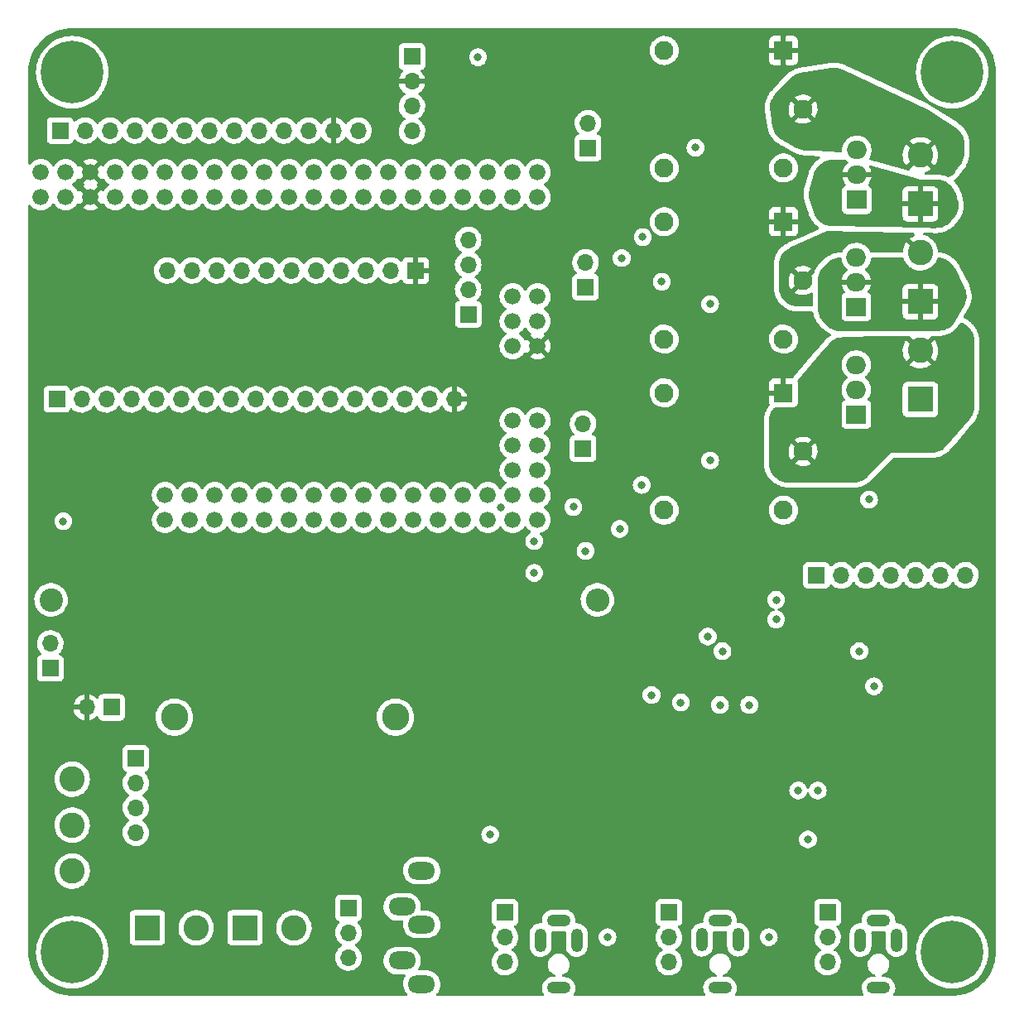
<source format=gbr>
%TF.GenerationSoftware,KiCad,Pcbnew,6.0.11-2627ca5db0~126~ubuntu22.04.1*%
%TF.CreationDate,2023-02-25T17:34:07+01:00*%
%TF.ProjectId,pyroDirector,7079726f-4469-4726-9563-746f722e6b69,rev?*%
%TF.SameCoordinates,Original*%
%TF.FileFunction,Copper,L2,Inr*%
%TF.FilePolarity,Positive*%
%FSLAX46Y46*%
G04 Gerber Fmt 4.6, Leading zero omitted, Abs format (unit mm)*
G04 Created by KiCad (PCBNEW 6.0.11-2627ca5db0~126~ubuntu22.04.1) date 2023-02-25 17:34:07*
%MOMM*%
%LPD*%
G01*
G04 APERTURE LIST*
%TA.AperFunction,ComponentPad*%
%ADD10C,2.400000*%
%TD*%
%TA.AperFunction,ComponentPad*%
%ADD11O,2.400000X2.400000*%
%TD*%
%TA.AperFunction,ComponentPad*%
%ADD12O,2.416000X1.208000*%
%TD*%
%TA.AperFunction,ComponentPad*%
%ADD13O,1.208000X2.416000*%
%TD*%
%TA.AperFunction,ComponentPad*%
%ADD14O,2.800000X1.800000*%
%TD*%
%TA.AperFunction,ComponentPad*%
%ADD15R,2.600000X2.600000*%
%TD*%
%TA.AperFunction,ComponentPad*%
%ADD16C,2.600000*%
%TD*%
%TA.AperFunction,ComponentPad*%
%ADD17C,2.800000*%
%TD*%
%TA.AperFunction,ComponentPad*%
%ADD18R,1.700000X1.700000*%
%TD*%
%TA.AperFunction,ComponentPad*%
%ADD19O,1.700000X1.700000*%
%TD*%
%TA.AperFunction,ComponentPad*%
%ADD20R,2.000000X1.905000*%
%TD*%
%TA.AperFunction,ComponentPad*%
%ADD21O,2.000000X1.905000*%
%TD*%
%TA.AperFunction,ComponentPad*%
%ADD22C,0.800000*%
%TD*%
%TA.AperFunction,ComponentPad*%
%ADD23C,6.400000*%
%TD*%
%TA.AperFunction,ComponentPad*%
%ADD24R,1.950000X1.950000*%
%TD*%
%TA.AperFunction,ComponentPad*%
%ADD25C,1.950000*%
%TD*%
%TA.AperFunction,ComponentPad*%
%ADD26C,1.676400*%
%TD*%
%TA.AperFunction,ViaPad*%
%ADD27C,0.800000*%
%TD*%
G04 APERTURE END LIST*
D10*
%TO.N,+12V*%
%TO.C,R6*%
X99585000Y-101500000D03*
D11*
%TO.N,12V_LTD*%
X155465000Y-101500000D03*
%TD*%
D12*
%TO.N,GND*%
%TO.C,J19*%
X184215300Y-141200000D03*
D13*
%TO.N,Net-(J18-Pad3)*%
X186065300Y-136300000D03*
X182365300Y-136300000D03*
D12*
%TO.N,Net-(J18-Pad2)*%
X184215300Y-134300000D03*
%TD*%
%TO.N,GND*%
%TO.C,J17*%
X168004100Y-141173600D03*
D13*
%TO.N,Net-(J16-Pad3)*%
X169854100Y-136273600D03*
X166154100Y-136273600D03*
D12*
%TO.N,Net-(J16-Pad2)*%
X168004100Y-134273600D03*
%TD*%
%TO.N,GND*%
%TO.C,J15*%
X151500000Y-141200000D03*
D13*
%TO.N,Net-(J14-Pad3)*%
X153350000Y-136300000D03*
X149650000Y-136300000D03*
D12*
%TO.N,Net-(J14-Pad2)*%
X151500000Y-134300000D03*
%TD*%
D14*
%TO.N,Net-(J1-Pad2)*%
%TO.C,J2*%
X135500000Y-132900000D03*
%TO.N,N/C*%
X137500000Y-134700000D03*
%TO.N,GND*%
X137500000Y-140800000D03*
%TO.N,Net-(J1-Pad3)*%
X135500000Y-138400000D03*
%TO.N,N/C*%
X137500000Y-129200000D03*
%TD*%
D15*
%TO.N,Net-(J8-Pad1)*%
%TO.C,J8*%
X119430000Y-135050000D03*
D16*
%TO.N,Net-(F1-Pad1)*%
X124430000Y-135050000D03*
%TD*%
%TO.N,GND*%
%TO.C,J9*%
X114430000Y-135050000D03*
D15*
%TO.N,Net-(J8-Pad1)*%
X109430000Y-135050000D03*
%TD*%
%TO.N,Net-(J22-Pad2)*%
%TO.C,J23*%
X188500000Y-81000000D03*
D16*
%TO.N,Net-(J23-Pad2)*%
X188500000Y-76000000D03*
%TD*%
D15*
%TO.N,Net-(J20-Pad2)*%
%TO.C,J21*%
X188500000Y-71000000D03*
D16*
%TO.N,Net-(J21-Pad2)*%
X188500000Y-66000000D03*
%TD*%
D15*
%TO.N,Net-(J24-Pad2)*%
%TO.C,J25*%
X188500000Y-61000000D03*
D16*
%TO.N,Net-(J25-Pad2)*%
X188500000Y-56000000D03*
%TD*%
D17*
%TO.N,Net-(F1-Pad1)*%
%TO.C,F1*%
X134800000Y-113500000D03*
%TO.N,+12V*%
X112200000Y-113500000D03*
%TD*%
D18*
%TO.N,/LED_1*%
%TO.C,J12*%
X100525000Y-53500000D03*
D19*
%TO.N,/LED_2*%
X103065000Y-53500000D03*
%TO.N,/LED_3*%
X105605000Y-53500000D03*
%TO.N,/LED_4*%
X108145000Y-53500000D03*
%TO.N,/LED_5*%
X110685000Y-53500000D03*
%TO.N,/LED_6*%
X113225000Y-53500000D03*
%TO.N,/LED_7*%
X115765000Y-53500000D03*
%TO.N,/LED_8*%
X118305000Y-53500000D03*
%TO.N,/LED_9*%
X120845000Y-53500000D03*
%TO.N,/LED_10*%
X123385000Y-53500000D03*
%TO.N,/LED_G*%
X125925000Y-53500000D03*
%TO.N,+5V*%
X128465000Y-53500000D03*
%TO.N,GND*%
X131005000Y-53500000D03*
%TD*%
D18*
%TO.N,GND*%
%TO.C,J14*%
X146000000Y-133475000D03*
D19*
%TO.N,Net-(J14-Pad2)*%
X146000000Y-136015000D03*
%TO.N,Net-(J14-Pad3)*%
X146000000Y-138555000D03*
%TD*%
D18*
%TO.N,GND*%
%TO.C,J6*%
X99500000Y-108500000D03*
D19*
%TO.N,+12V*%
X99500000Y-105960000D03*
%TD*%
D18*
%TO.N,GND*%
%TO.C,J3*%
X100175000Y-81000000D03*
D19*
%TO.N,/A1*%
X102715000Y-81000000D03*
%TO.N,/A2*%
X105255000Y-81000000D03*
%TO.N,/A3*%
X107795000Y-81000000D03*
%TO.N,/A4*%
X110335000Y-81000000D03*
%TO.N,/A5*%
X112875000Y-81000000D03*
%TO.N,/A6*%
X115415000Y-81000000D03*
%TO.N,/A7*%
X117955000Y-81000000D03*
%TO.N,/A8*%
X120495000Y-81000000D03*
%TO.N,/A9*%
X123035000Y-81000000D03*
%TO.N,/A10*%
X125575000Y-81000000D03*
%TO.N,/A11*%
X128115000Y-81000000D03*
%TO.N,/A12*%
X130655000Y-81000000D03*
%TO.N,/A13*%
X133195000Y-81000000D03*
%TO.N,/A14*%
X135735000Y-81000000D03*
%TO.N,/A15*%
X138275000Y-81000000D03*
%TO.N,+5V*%
X140815000Y-81000000D03*
%TD*%
D18*
%TO.N,/MOSI*%
%TO.C,J7*%
X142250000Y-72300000D03*
D19*
%TO.N,/MISO*%
X142250000Y-69760000D03*
%TO.N,/SCK*%
X142250000Y-67220000D03*
%TO.N,/RST*%
X142250000Y-64680000D03*
%TD*%
D20*
%TO.N,Net-(Q11-Pad1)*%
%TO.C,Q11*%
X181945000Y-82540000D03*
D21*
%TO.N,Net-(J22-Pad2)*%
X181945000Y-80000000D03*
%TO.N,GND*%
X181945000Y-77460000D03*
%TD*%
D22*
%TO.N,GND*%
%TO.C,H3*%
X100052944Y-45852944D03*
X101750000Y-49950000D03*
X104150000Y-47550000D03*
D23*
X101750000Y-47550000D03*
D22*
X103447056Y-49247056D03*
X101750000Y-45150000D03*
X99350000Y-47550000D03*
X100052944Y-49247056D03*
X103447056Y-45852944D03*
%TD*%
D18*
%TO.N,12V_LTD*%
%TO.C,J22*%
X154000000Y-86025000D03*
D19*
%TO.N,Net-(J22-Pad2)*%
X154000000Y-83485000D03*
%TD*%
D20*
%TO.N,Net-(Q9-Pad1)*%
%TO.C,Q9*%
X181945000Y-71540000D03*
D21*
%TO.N,Net-(J20-Pad2)*%
X181945000Y-69000000D03*
%TO.N,GND*%
X181945000Y-66460000D03*
%TD*%
D22*
%TO.N,GND*%
%TO.C,H4*%
X190052944Y-49247056D03*
X191750000Y-49950000D03*
X194150000Y-47550000D03*
X193447056Y-45852944D03*
X190052944Y-45852944D03*
X191750000Y-45150000D03*
D23*
X191750000Y-47550000D03*
D22*
X189350000Y-47550000D03*
X193447056Y-49247056D03*
%TD*%
D18*
%TO.N,GND*%
%TO.C,J10*%
X177875000Y-99000000D03*
D19*
%TO.N,/BTN_CNCL*%
X180415000Y-99000000D03*
%TO.N,/BTN_DOWN*%
X182955000Y-99000000D03*
%TO.N,/BTN_UP*%
X185495000Y-99000000D03*
%TO.N,/BTN_LEFT*%
X188035000Y-99000000D03*
%TO.N,/BTN_RIGHT*%
X190575000Y-99000000D03*
%TO.N,/BTN_OK*%
X193115000Y-99000000D03*
%TD*%
D18*
%TO.N,GND*%
%TO.C,J16*%
X162788800Y-133475000D03*
D19*
%TO.N,Net-(J16-Pad2)*%
X162788800Y-136015000D03*
%TO.N,Net-(J16-Pad3)*%
X162788800Y-138555000D03*
%TD*%
D20*
%TO.N,Net-(Q13-Pad1)*%
%TO.C,Q13*%
X182000000Y-60580000D03*
D21*
%TO.N,Net-(J24-Pad2)*%
X182000000Y-58040000D03*
%TO.N,GND*%
X182000000Y-55500000D03*
%TD*%
D18*
%TO.N,GND*%
%TO.C,J13*%
X136500000Y-45950000D03*
D19*
%TO.N,+5V*%
X136500000Y-48490000D03*
%TO.N,/DISP_SDA*%
X136500000Y-51030000D03*
%TO.N,/DISP_SCL*%
X136500000Y-53570000D03*
%TD*%
D18*
%TO.N,+5V*%
%TO.C,J4*%
X136875000Y-67818000D03*
D19*
%TO.N,/D53*%
X134335000Y-67818000D03*
%TO.N,/D51*%
X131795000Y-67818000D03*
%TO.N,/D49*%
X129255000Y-67818000D03*
%TO.N,/D19*%
X126715000Y-67818000D03*
%TO.N,/D18*%
X124175000Y-67818000D03*
%TO.N,/D17*%
X121635000Y-67818000D03*
%TO.N,/D16*%
X119095000Y-67818000D03*
%TO.N,/D15*%
X116555000Y-67818000D03*
%TO.N,/D14*%
X114015000Y-67818000D03*
%TO.N,GND*%
X111475000Y-67818000D03*
%TD*%
D22*
%TO.N,GND*%
%TO.C,H1*%
X190052944Y-135852944D03*
D23*
X191750000Y-137550000D03*
D22*
X194150000Y-137550000D03*
X191750000Y-135150000D03*
X189350000Y-137550000D03*
X191750000Y-139950000D03*
X190052944Y-139247056D03*
X193447056Y-135852944D03*
X193447056Y-139247056D03*
%TD*%
%TO.N,GND*%
%TO.C,H2*%
X104150000Y-137550000D03*
X103447056Y-135852944D03*
X100052944Y-139247056D03*
X101750000Y-139950000D03*
X103447056Y-139247056D03*
D23*
X101750000Y-137550000D03*
D22*
X100052944Y-135852944D03*
X101750000Y-135150000D03*
X99350000Y-137550000D03*
%TD*%
D18*
%TO.N,GND*%
%TO.C,J1*%
X130000000Y-133000000D03*
D19*
%TO.N,Net-(J1-Pad2)*%
X130000000Y-135540000D03*
%TO.N,Net-(J1-Pad3)*%
X130000000Y-138080000D03*
%TD*%
D18*
%TO.N,12V_LTD*%
%TO.C,J20*%
X154250000Y-69525000D03*
D19*
%TO.N,Net-(J20-Pad2)*%
X154250000Y-66985000D03*
%TD*%
D18*
%TO.N,/VO+*%
%TO.C,JP2*%
X105775000Y-112500000D03*
D19*
%TO.N,+5V*%
X103235000Y-112500000D03*
%TD*%
D18*
%TO.N,GND*%
%TO.C,J18*%
X179000000Y-133475000D03*
D19*
%TO.N,Net-(J18-Pad2)*%
X179000000Y-136015000D03*
%TO.N,Net-(J18-Pad3)*%
X179000000Y-138555000D03*
%TD*%
D18*
%TO.N,12V_LTD*%
%TO.C,J24*%
X154500000Y-55275000D03*
D19*
%TO.N,Net-(J24-Pad2)*%
X154500000Y-52735000D03*
%TD*%
D16*
%TO.N,unconnected-(SW1-Pad1)*%
%TO.C,SW1*%
X101750000Y-119850000D03*
%TO.N,/EN*%
X101750000Y-124550000D03*
%TO.N,GND*%
X101750000Y-129250000D03*
%TD*%
D24*
%TO.N,+5V*%
%TO.C,K2*%
X174500000Y-80330000D03*
D25*
%TO.N,Net-(D2-Pad2)*%
X174500000Y-92330000D03*
%TO.N,Net-(J23-Pad2)*%
X176500000Y-86330000D03*
%TO.N,Net-(J22-Pad2)*%
X162300000Y-80330000D03*
%TO.N,12V_LTD*%
X162300000Y-92330000D03*
%TD*%
D26*
%TO.N,unconnected-(U1-Pad3V3_1)*%
%TO.C,U1*%
X106170000Y-57770000D03*
X106170000Y-60310000D03*
%TO.N,+5V*%
X103630000Y-57770000D03*
X103630000Y-60310000D03*
X149350000Y-75550000D03*
%TO.N,/BATT_SENSE*%
X111250000Y-93330000D03*
%TO.N,/A1*%
X111250000Y-90790000D03*
%TO.N,/A2*%
X113790000Y-93330000D03*
%TO.N,/A3*%
X113790000Y-90790000D03*
%TO.N,/A4*%
X116330000Y-93330000D03*
%TO.N,/A5*%
X116330000Y-90790000D03*
%TO.N,/A6*%
X118870000Y-93330000D03*
%TO.N,/A7*%
X118870000Y-90790000D03*
%TO.N,/A8*%
X121410000Y-93330000D03*
%TO.N,/A9*%
X121410000Y-90790000D03*
%TO.N,/A10*%
X123950000Y-93330000D03*
%TO.N,/A11*%
X123950000Y-90790000D03*
%TO.N,/A12*%
X126490000Y-93330000D03*
%TO.N,/A13*%
X126490000Y-90790000D03*
%TO.N,/A14*%
X129030000Y-93330000D03*
%TO.N,/A15*%
X129030000Y-90790000D03*
%TO.N,unconnected-(U1-PadAREF)*%
X108710000Y-60310000D03*
%TO.N,/LED_1*%
X113790000Y-60310000D03*
%TO.N,/LED_2*%
X113790000Y-57770000D03*
%TO.N,/LED_3*%
X116330000Y-60310000D03*
%TO.N,/LED_4*%
X116330000Y-57770000D03*
%TO.N,/LED_5*%
X118870000Y-60310000D03*
%TO.N,/LED_6*%
X118870000Y-57770000D03*
%TO.N,/LED_7*%
X121410000Y-60310000D03*
%TO.N,/LED_8*%
X121410000Y-57770000D03*
%TO.N,/LED_9*%
X123950000Y-60310000D03*
%TO.N,/LED_10*%
X123950000Y-57770000D03*
%TO.N,/LED_G*%
X126490000Y-60310000D03*
%TO.N,unconnected-(U1-PadD13)*%
X126490000Y-57770000D03*
%TO.N,/D14*%
X129030000Y-60310000D03*
%TO.N,/D15*%
X129030000Y-57770000D03*
%TO.N,/D16*%
X131570000Y-60310000D03*
%TO.N,/D17*%
X131570000Y-57770000D03*
%TO.N,/D18*%
X134110000Y-60310000D03*
%TO.N,/D19*%
X134110000Y-57770000D03*
%TO.N,/DISP_SDA*%
X136650000Y-60310000D03*
%TO.N,/DISP_SCL*%
X136650000Y-57770000D03*
%TO.N,unconnected-(U1-PadD22)*%
X139190000Y-60310000D03*
%TO.N,/SENSE_0*%
X139190000Y-57770000D03*
%TO.N,unconnected-(U1-PadD24)*%
X141730000Y-60310000D03*
%TO.N,unconnected-(U1-PadD25)*%
X141730000Y-57770000D03*
%TO.N,/SENSE_1*%
X144270000Y-60310000D03*
%TO.N,unconnected-(U1-PadD27)*%
X144270000Y-57770000D03*
%TO.N,/PRIME_1*%
X146810000Y-60310000D03*
%TO.N,unconnected-(U1-PadD29)*%
X146810000Y-57770000D03*
%TO.N,/FIRE_0*%
X149350000Y-60310000D03*
%TO.N,/PRIME_0*%
X149350000Y-57770000D03*
%TO.N,/TRIGGER_LED*%
X131570000Y-93330000D03*
%TO.N,/TRIGGER*%
X131570000Y-90790000D03*
%TO.N,/PRE_CAM_0*%
X134110000Y-93330000D03*
%TO.N,/SHUTTER_CAM_0*%
X134110000Y-90790000D03*
%TO.N,/PRE_CAM_1*%
X136650000Y-93330000D03*
%TO.N,/SHUTTER_CAM_1*%
X136650000Y-90790000D03*
%TO.N,/PRE_CAM_2*%
X139190000Y-93330000D03*
%TO.N,/SHUTTER_CAM_2*%
X139190000Y-90790000D03*
%TO.N,/BTN_OK*%
X141730000Y-93330000D03*
%TO.N,/BTN_UP*%
X141730000Y-90790000D03*
%TO.N,/BTN_DOWN*%
X144270000Y-93330000D03*
%TO.N,unconnected-(U1-PadD43)*%
X144270000Y-90790000D03*
%TO.N,/BTN_LEFT*%
X146810000Y-93330000D03*
%TO.N,/BTN_CNCL*%
X146810000Y-90790000D03*
%TO.N,/BTN_RIGHT*%
X149350000Y-93330000D03*
%TO.N,/FIRE_2*%
X149350000Y-90790000D03*
%TO.N,/SENSE_2*%
X149350000Y-88250000D03*
%TO.N,/D49*%
X146810000Y-88250000D03*
%TO.N,/PRIME_2*%
X149350000Y-85710000D03*
%TO.N,/D51*%
X146810000Y-85710000D03*
%TO.N,/FIRE_1*%
X149350000Y-83170000D03*
%TO.N,/D53*%
X146810000Y-83170000D03*
%TO.N,GND*%
X101090000Y-57770000D03*
X101090000Y-60310000D03*
X149350000Y-70470000D03*
%TO.N,/MISO*%
X146810000Y-75550000D03*
%TO.N,/MOSI*%
X149350000Y-73010000D03*
%TO.N,/RST*%
X146810000Y-70470000D03*
%TO.N,unconnected-(U1-PadRST)*%
X108710000Y-57770000D03*
%TO.N,unconnected-(U1-PadRX)*%
X111250000Y-60310000D03*
%TO.N,/SCK*%
X146810000Y-73010000D03*
%TO.N,unconnected-(U1-PadTX)*%
X111250000Y-57770000D03*
%TO.N,unconnected-(U1-PadVIN_1)*%
X98550000Y-57770000D03*
X98550000Y-60310000D03*
%TD*%
D18*
%TO.N,/VO+*%
%TO.C,J11*%
X108250000Y-117700000D03*
D19*
%TO.N,GND*%
X108250000Y-120240000D03*
%TO.N,+12V*%
X108250000Y-122780000D03*
%TO.N,/EN*%
X108250000Y-125320000D03*
%TD*%
D24*
%TO.N,+5V*%
%TO.C,K3*%
X174500000Y-45320000D03*
D25*
%TO.N,Net-(D3-Pad2)*%
X174500000Y-57320000D03*
%TO.N,Net-(J25-Pad2)*%
X176500000Y-51320000D03*
%TO.N,Net-(J24-Pad2)*%
X162300000Y-45320000D03*
%TO.N,12V_LTD*%
X162300000Y-57320000D03*
%TD*%
D24*
%TO.N,+5V*%
%TO.C,K1*%
X174500000Y-62830000D03*
D25*
%TO.N,Net-(D1-Pad2)*%
X174500000Y-74830000D03*
%TO.N,Net-(J21-Pad2)*%
X176500000Y-68830000D03*
%TO.N,Net-(J20-Pad2)*%
X162300000Y-62830000D03*
%TO.N,12V_LTD*%
X162300000Y-74830000D03*
%TD*%
D27*
%TO.N,GND*%
X183250000Y-91250000D03*
X167000000Y-71250000D03*
X177000000Y-126000000D03*
X144500000Y-125500000D03*
X156500000Y-136000000D03*
X162037500Y-68962500D03*
X165500000Y-55250000D03*
X167000000Y-87250000D03*
X160000000Y-89750000D03*
X143250000Y-46000000D03*
X100838000Y-93472000D03*
X173000000Y-136000000D03*
%TO.N,+5V*%
X139162500Y-123000000D03*
%TO.N,/BTN_DOWN*%
X157750000Y-94250000D03*
X154250000Y-96500000D03*
%TO.N,/BTN_UP*%
X173750000Y-103500000D03*
X173750000Y-101500000D03*
X145550000Y-92050000D03*
X153000000Y-92000000D03*
%TO.N,/BTN_LEFT*%
X168000000Y-112250000D03*
X171000000Y-112250000D03*
X161000000Y-111250000D03*
X149000000Y-98750000D03*
X164000000Y-112000000D03*
X149000000Y-95500000D03*
%TO.N,/BTN_RIGHT*%
X166750000Y-105250000D03*
X168250000Y-106750000D03*
X183750000Y-110349500D03*
X182250000Y-106750000D03*
%TO.N,/BTN_OK*%
X178000000Y-121000000D03*
X176000000Y-121000000D03*
%TO.N,Net-(J20-Pad2)*%
X160100688Y-64399312D03*
X157951812Y-66548188D03*
%TD*%
%TA.AperFunction,Conductor*%
%TO.N,+5V*%
G36*
X191720018Y-43010000D02*
G01*
X191734851Y-43012310D01*
X191734855Y-43012310D01*
X191743724Y-43013691D01*
X191764183Y-43011016D01*
X191786007Y-43010072D01*
X192135965Y-43025352D01*
X192146913Y-43026310D01*
X192524498Y-43076019D01*
X192535307Y-43077926D01*
X192907114Y-43160353D01*
X192917731Y-43163198D01*
X193280939Y-43277718D01*
X193291254Y-43281471D01*
X193643123Y-43427220D01*
X193653067Y-43431858D01*
X193990867Y-43607705D01*
X194000387Y-43613201D01*
X194321574Y-43817820D01*
X194330578Y-43824124D01*
X194632716Y-44055962D01*
X194641137Y-44063028D01*
X194921914Y-44320314D01*
X194929686Y-44328086D01*
X195186972Y-44608863D01*
X195194038Y-44617284D01*
X195425876Y-44919422D01*
X195432180Y-44928426D01*
X195636799Y-45249613D01*
X195642294Y-45259132D01*
X195815635Y-45592115D01*
X195818138Y-45596924D01*
X195822780Y-45606877D01*
X195928882Y-45863030D01*
X195968526Y-45958739D01*
X195972282Y-45969061D01*
X196086802Y-46332268D01*
X196089647Y-46342885D01*
X196170467Y-46707440D01*
X196172073Y-46714685D01*
X196173981Y-46725502D01*
X196216006Y-47044723D01*
X196223690Y-47103086D01*
X196224648Y-47114035D01*
X196234749Y-47345369D01*
X196239603Y-47456552D01*
X196238223Y-47481429D01*
X196236309Y-47493724D01*
X196237473Y-47502626D01*
X196237473Y-47502628D01*
X196240436Y-47525283D01*
X196241500Y-47541621D01*
X196241500Y-137450633D01*
X196240000Y-137470018D01*
X196237690Y-137484851D01*
X196237690Y-137484855D01*
X196236309Y-137493724D01*
X196238984Y-137514183D01*
X196239928Y-137536007D01*
X196225653Y-137862942D01*
X196224648Y-137885964D01*
X196223690Y-137896913D01*
X196174611Y-138269715D01*
X196173982Y-138274490D01*
X196172074Y-138285307D01*
X196107299Y-138577492D01*
X196089647Y-138657114D01*
X196086802Y-138667731D01*
X195992309Y-138967425D01*
X195972285Y-139030932D01*
X195968529Y-139041254D01*
X195822963Y-139392682D01*
X195822784Y-139393114D01*
X195818142Y-139403067D01*
X195671352Y-139685049D01*
X195642295Y-139740867D01*
X195636800Y-139750385D01*
X195611013Y-139790863D01*
X195432180Y-140071574D01*
X195425876Y-140080578D01*
X195194038Y-140382716D01*
X195186972Y-140391137D01*
X194929686Y-140671914D01*
X194921914Y-140679686D01*
X194641137Y-140936972D01*
X194632716Y-140944038D01*
X194330578Y-141175876D01*
X194321574Y-141182180D01*
X194037286Y-141363292D01*
X194000387Y-141386799D01*
X193990868Y-141392294D01*
X193653067Y-141568142D01*
X193643123Y-141572780D01*
X193291254Y-141718529D01*
X193280939Y-141722282D01*
X192991893Y-141813419D01*
X192917732Y-141836802D01*
X192907115Y-141839647D01*
X192535307Y-141922074D01*
X192524498Y-141923981D01*
X192213089Y-141964978D01*
X192146914Y-141973690D01*
X192135965Y-141974648D01*
X191793446Y-141989603D01*
X191768571Y-141988223D01*
X191756276Y-141986309D01*
X191747374Y-141987473D01*
X191747372Y-141987473D01*
X191732323Y-141989441D01*
X191724714Y-141990436D01*
X191708379Y-141991500D01*
X185865126Y-141991500D01*
X185797005Y-141971498D01*
X185750512Y-141917842D01*
X185740408Y-141847568D01*
X185756062Y-141802405D01*
X185832420Y-141670415D01*
X185835426Y-141665219D01*
X185875721Y-141549182D01*
X185903097Y-141470346D01*
X185903097Y-141470344D01*
X185905064Y-141464681D01*
X185905925Y-141458744D01*
X185934665Y-141260533D01*
X185934665Y-141260530D01*
X185935526Y-141254593D01*
X185925711Y-141042534D01*
X185892144Y-140903254D01*
X185877380Y-140841991D01*
X185877379Y-140841989D01*
X185875974Y-140836158D01*
X185829881Y-140734781D01*
X185817877Y-140708381D01*
X185788109Y-140642910D01*
X185665287Y-140469763D01*
X185511940Y-140322965D01*
X185378595Y-140236865D01*
X185338638Y-140211065D01*
X185338635Y-140211064D01*
X185333601Y-140207813D01*
X185276164Y-140184665D01*
X185142263Y-140130701D01*
X185142260Y-140130700D01*
X185136704Y-140128461D01*
X185130825Y-140127313D01*
X185130822Y-140127312D01*
X185012986Y-140104301D01*
X184928355Y-140087774D01*
X184922753Y-140087500D01*
X184641509Y-140087500D01*
X184573388Y-140067498D01*
X184526895Y-140013842D01*
X184516791Y-139943568D01*
X184546285Y-139878988D01*
X184606040Y-139840595D01*
X184606369Y-139840498D01*
X184628834Y-139833908D01*
X184634162Y-139831164D01*
X184811549Y-139739804D01*
X184811552Y-139739802D01*
X184816880Y-139737058D01*
X184983220Y-139606396D01*
X184987152Y-139601865D01*
X184987155Y-139601862D01*
X185117921Y-139451167D01*
X185121852Y-139446637D01*
X185124852Y-139441451D01*
X185124855Y-139441447D01*
X185224767Y-139268742D01*
X185227773Y-139263546D01*
X185297161Y-139063729D01*
X185298581Y-139053938D01*
X185326652Y-138860336D01*
X185326652Y-138860333D01*
X185327513Y-138854396D01*
X185317733Y-138643101D01*
X185268175Y-138437466D01*
X185254526Y-138407445D01*
X185183106Y-138250368D01*
X185180626Y-138244913D01*
X185058246Y-138072389D01*
X184905450Y-137926119D01*
X184727752Y-137811380D01*
X184656679Y-137782737D01*
X184537132Y-137734558D01*
X184537129Y-137734557D01*
X184531563Y-137732314D01*
X184323963Y-137691772D01*
X184318401Y-137691500D01*
X184162454Y-137691500D01*
X184004734Y-137706548D01*
X183801766Y-137766092D01*
X183796439Y-137768836D01*
X183796438Y-137768836D01*
X183619051Y-137860196D01*
X183619048Y-137860198D01*
X183613720Y-137862942D01*
X183447380Y-137993604D01*
X183443448Y-137998135D01*
X183443445Y-137998138D01*
X183364342Y-138089297D01*
X183308748Y-138153363D01*
X183305748Y-138158549D01*
X183305745Y-138158553D01*
X183238674Y-138274490D01*
X183202827Y-138336454D01*
X183133439Y-138536271D01*
X183132578Y-138542206D01*
X183132578Y-138542208D01*
X183110516Y-138694370D01*
X183103087Y-138745604D01*
X183112867Y-138956899D01*
X183114271Y-138962724D01*
X183114271Y-138962725D01*
X183156063Y-139136134D01*
X183162425Y-139162534D01*
X183164907Y-139167992D01*
X183164908Y-139167996D01*
X183207321Y-139261277D01*
X183249974Y-139355087D01*
X183372354Y-139527611D01*
X183525150Y-139673881D01*
X183702848Y-139788620D01*
X183749728Y-139807513D01*
X183841837Y-139844634D01*
X183897543Y-139888649D01*
X183920610Y-139955794D01*
X183903713Y-140024751D01*
X183852218Y-140073626D01*
X183794739Y-140087500D01*
X183558264Y-140087500D01*
X183399974Y-140102602D01*
X183196274Y-140162361D01*
X183190947Y-140165105D01*
X183190946Y-140165105D01*
X183012880Y-140256815D01*
X183012877Y-140256817D01*
X183007549Y-140259561D01*
X182960441Y-140296565D01*
X182845326Y-140386988D01*
X182845322Y-140386992D01*
X182840609Y-140390694D01*
X182836678Y-140395224D01*
X182836677Y-140395225D01*
X182794905Y-140443363D01*
X182701477Y-140551030D01*
X182595174Y-140734781D01*
X182583791Y-140767561D01*
X182534704Y-140908919D01*
X182525536Y-140935319D01*
X182524675Y-140941254D01*
X182524675Y-140941256D01*
X182501911Y-141098256D01*
X182495074Y-141145407D01*
X182504889Y-141357466D01*
X182506293Y-141363291D01*
X182506293Y-141363292D01*
X182548264Y-141537442D01*
X182554626Y-141563842D01*
X182557108Y-141569300D01*
X182557109Y-141569304D01*
X182603082Y-141670415D01*
X182642491Y-141757090D01*
X182645958Y-141761977D01*
X182667680Y-141792600D01*
X182690778Y-141859734D01*
X182673914Y-141928699D01*
X182622442Y-141977598D01*
X182564910Y-141991500D01*
X169638653Y-141991500D01*
X169570532Y-141971498D01*
X169524039Y-141917842D01*
X169513935Y-141847568D01*
X169529589Y-141802405D01*
X169621220Y-141644015D01*
X169624226Y-141638819D01*
X169682729Y-141470346D01*
X169691897Y-141443946D01*
X169691897Y-141443944D01*
X169693864Y-141438281D01*
X169694725Y-141432344D01*
X169723465Y-141234133D01*
X169723465Y-141234130D01*
X169724326Y-141228193D01*
X169714511Y-141016134D01*
X169672542Y-140841991D01*
X169666180Y-140815591D01*
X169666179Y-140815589D01*
X169664774Y-140809758D01*
X169632485Y-140738741D01*
X169586690Y-140638023D01*
X169576909Y-140616510D01*
X169454087Y-140443363D01*
X169316664Y-140311809D01*
X169305070Y-140300710D01*
X169300740Y-140296565D01*
X169168324Y-140211065D01*
X169127438Y-140184665D01*
X169127435Y-140184664D01*
X169122401Y-140181413D01*
X169070944Y-140160675D01*
X168931063Y-140104301D01*
X168931060Y-140104300D01*
X168925504Y-140102061D01*
X168919625Y-140100913D01*
X168919622Y-140100912D01*
X168815494Y-140080578D01*
X168717155Y-140061374D01*
X168711553Y-140061100D01*
X168430309Y-140061100D01*
X168362188Y-140041098D01*
X168315695Y-139987442D01*
X168305591Y-139917168D01*
X168335085Y-139852588D01*
X168394840Y-139814195D01*
X168395169Y-139814098D01*
X168417634Y-139807508D01*
X168422962Y-139804764D01*
X168600349Y-139713404D01*
X168600352Y-139713402D01*
X168605680Y-139710658D01*
X168772020Y-139579996D01*
X168775952Y-139575465D01*
X168775955Y-139575462D01*
X168906721Y-139424767D01*
X168910652Y-139420237D01*
X168913652Y-139415051D01*
X168913655Y-139415047D01*
X169013567Y-139242342D01*
X169016573Y-139237146D01*
X169085961Y-139037329D01*
X169086889Y-139030932D01*
X169115452Y-138833936D01*
X169115452Y-138833933D01*
X169116313Y-138827996D01*
X169106533Y-138616701D01*
X169083637Y-138521695D01*
X177637251Y-138521695D01*
X177637548Y-138526848D01*
X177637548Y-138526851D01*
X177643011Y-138621590D01*
X177650110Y-138744715D01*
X177651247Y-138749761D01*
X177651248Y-138749767D01*
X177674828Y-138854396D01*
X177699222Y-138962639D01*
X177783266Y-139169616D01*
X177801421Y-139199242D01*
X177893580Y-139349632D01*
X177899987Y-139360088D01*
X178046250Y-139528938D01*
X178218126Y-139671632D01*
X178411000Y-139784338D01*
X178415825Y-139786180D01*
X178415826Y-139786181D01*
X178422213Y-139788620D01*
X178619692Y-139864030D01*
X178624760Y-139865061D01*
X178624763Y-139865062D01*
X178693212Y-139878988D01*
X178838597Y-139908567D01*
X178843772Y-139908757D01*
X178843774Y-139908757D01*
X179056673Y-139916564D01*
X179056677Y-139916564D01*
X179061837Y-139916753D01*
X179066957Y-139916097D01*
X179066959Y-139916097D01*
X179278288Y-139889025D01*
X179278289Y-139889025D01*
X179283416Y-139888368D01*
X179304115Y-139882158D01*
X179492429Y-139825661D01*
X179492434Y-139825659D01*
X179497384Y-139824174D01*
X179697994Y-139725896D01*
X179879860Y-139596173D01*
X180038096Y-139438489D01*
X180071012Y-139392682D01*
X180165435Y-139261277D01*
X180168453Y-139257077D01*
X180172993Y-139247892D01*
X180265136Y-139061453D01*
X180265137Y-139061451D01*
X180267430Y-139056811D01*
X180332370Y-138843069D01*
X180361529Y-138621590D01*
X180361611Y-138618240D01*
X180363074Y-138558365D01*
X180363074Y-138558361D01*
X180363156Y-138555000D01*
X180344852Y-138332361D01*
X180290431Y-138115702D01*
X180201354Y-137910840D01*
X180138591Y-137813823D01*
X180082822Y-137727617D01*
X180082820Y-137727614D01*
X180080014Y-137723277D01*
X179929670Y-137558051D01*
X179925619Y-137554852D01*
X179925615Y-137554848D01*
X179758414Y-137422800D01*
X179758410Y-137422798D01*
X179754359Y-137419598D01*
X179713053Y-137396796D01*
X179663084Y-137346364D01*
X179648312Y-137276921D01*
X179673428Y-137210516D01*
X179700780Y-137183909D01*
X179744603Y-137152650D01*
X179879860Y-137056173D01*
X179900891Y-137035216D01*
X179979344Y-136957036D01*
X181252800Y-136957036D01*
X181267902Y-137115326D01*
X181327661Y-137319026D01*
X181330405Y-137324353D01*
X181330405Y-137324354D01*
X181417637Y-137493724D01*
X181424861Y-137507751D01*
X181455455Y-137546699D01*
X181552288Y-137669974D01*
X181552292Y-137669978D01*
X181555994Y-137674691D01*
X181560524Y-137678622D01*
X181560525Y-137678623D01*
X181564229Y-137681837D01*
X181716330Y-137813823D01*
X181900081Y-137920126D01*
X182001306Y-137955277D01*
X182094954Y-137987797D01*
X182094956Y-137987797D01*
X182100619Y-137989764D01*
X182106554Y-137990625D01*
X182106556Y-137990625D01*
X182304767Y-138019365D01*
X182304770Y-138019365D01*
X182310707Y-138020226D01*
X182522766Y-138010411D01*
X182702047Y-137967204D01*
X182723309Y-137962080D01*
X182723311Y-137962079D01*
X182729142Y-137960674D01*
X182734600Y-137958192D01*
X182734604Y-137958191D01*
X182872057Y-137895694D01*
X182922390Y-137872809D01*
X183068965Y-137768836D01*
X183090651Y-137753453D01*
X183090652Y-137753452D01*
X183095537Y-137749987D01*
X183242335Y-137596640D01*
X183274253Y-137547208D01*
X183354235Y-137423338D01*
X183354236Y-137423335D01*
X183357487Y-137418301D01*
X183370271Y-137386581D01*
X183434599Y-137226963D01*
X183434600Y-137226960D01*
X183436839Y-137221404D01*
X183438966Y-137210516D01*
X183469817Y-137052529D01*
X183477526Y-137013055D01*
X183477800Y-137007453D01*
X183477800Y-135642964D01*
X183468975Y-135550467D01*
X183482416Y-135480755D01*
X183531414Y-135429376D01*
X183594405Y-135412500D01*
X184834154Y-135412500D01*
X184902275Y-135432502D01*
X184948768Y-135486158D01*
X184957818Y-135562648D01*
X184953943Y-135582492D01*
X184953942Y-135582500D01*
X184953074Y-135586945D01*
X184952800Y-135592547D01*
X184952800Y-136957036D01*
X184967902Y-137115326D01*
X185027661Y-137319026D01*
X185030405Y-137324353D01*
X185030405Y-137324354D01*
X185117637Y-137493724D01*
X185124861Y-137507751D01*
X185155455Y-137546699D01*
X185252288Y-137669974D01*
X185252292Y-137669978D01*
X185255994Y-137674691D01*
X185260524Y-137678622D01*
X185260525Y-137678623D01*
X185264229Y-137681837D01*
X185416330Y-137813823D01*
X185600081Y-137920126D01*
X185701306Y-137955277D01*
X185794954Y-137987797D01*
X185794956Y-137987797D01*
X185800619Y-137989764D01*
X185806554Y-137990625D01*
X185806556Y-137990625D01*
X186004767Y-138019365D01*
X186004770Y-138019365D01*
X186010707Y-138020226D01*
X186222766Y-138010411D01*
X186402047Y-137967204D01*
X186423309Y-137962080D01*
X186423311Y-137962079D01*
X186429142Y-137960674D01*
X186434600Y-137958192D01*
X186434604Y-137958191D01*
X186572057Y-137895694D01*
X186622390Y-137872809D01*
X186768965Y-137768836D01*
X186790651Y-137753453D01*
X186790652Y-137753452D01*
X186795537Y-137749987D01*
X186942335Y-137596640D01*
X186972450Y-137550000D01*
X188036411Y-137550000D01*
X188056754Y-137938176D01*
X188057267Y-137941416D01*
X188057268Y-137941424D01*
X188077355Y-138068247D01*
X188117562Y-138322099D01*
X188218167Y-138697562D01*
X188219352Y-138700650D01*
X188219353Y-138700652D01*
X188261781Y-138811181D01*
X188357468Y-139060453D01*
X188358966Y-139063393D01*
X188532044Y-139403076D01*
X188533938Y-139406794D01*
X188535734Y-139409560D01*
X188535736Y-139409563D01*
X188739213Y-139722892D01*
X188745643Y-139732793D01*
X188850423Y-139862185D01*
X188960689Y-139998351D01*
X188990266Y-140034876D01*
X189265124Y-140309734D01*
X189267682Y-140311806D01*
X189267686Y-140311809D01*
X189338095Y-140368825D01*
X189567207Y-140554357D01*
X189569970Y-140556152D01*
X189569971Y-140556152D01*
X189842927Y-140733411D01*
X189893205Y-140766062D01*
X189896139Y-140767557D01*
X189896146Y-140767561D01*
X190173578Y-140908919D01*
X190239547Y-140942532D01*
X190602438Y-141081833D01*
X190977901Y-141182438D01*
X191181793Y-141214732D01*
X191358576Y-141242732D01*
X191358584Y-141242733D01*
X191361824Y-141243246D01*
X191750000Y-141263589D01*
X192138176Y-141243246D01*
X192141416Y-141242733D01*
X192141424Y-141242732D01*
X192318207Y-141214732D01*
X192522099Y-141182438D01*
X192897562Y-141081833D01*
X193260453Y-140942532D01*
X193326422Y-140908919D01*
X193603854Y-140767561D01*
X193603861Y-140767557D01*
X193606795Y-140766062D01*
X193657074Y-140733411D01*
X193930029Y-140556152D01*
X193930030Y-140556152D01*
X193932793Y-140554357D01*
X194161905Y-140368825D01*
X194232314Y-140311809D01*
X194232318Y-140311806D01*
X194234876Y-140309734D01*
X194509734Y-140034876D01*
X194539312Y-139998351D01*
X194649577Y-139862185D01*
X194754357Y-139732793D01*
X194760787Y-139722892D01*
X194964264Y-139409563D01*
X194964266Y-139409560D01*
X194966062Y-139406794D01*
X194967957Y-139403076D01*
X195141034Y-139063393D01*
X195142532Y-139060453D01*
X195238219Y-138811181D01*
X195280647Y-138700652D01*
X195280648Y-138700650D01*
X195281833Y-138697562D01*
X195382438Y-138322099D01*
X195422645Y-138068247D01*
X195442732Y-137941424D01*
X195442733Y-137941416D01*
X195443246Y-137938176D01*
X195463589Y-137550000D01*
X195443246Y-137161824D01*
X195438878Y-137134242D01*
X195401537Y-136898489D01*
X195382438Y-136777901D01*
X195281833Y-136402438D01*
X195269979Y-136371556D01*
X195180135Y-136137506D01*
X195142532Y-136039547D01*
X195114764Y-135985049D01*
X194967561Y-135696147D01*
X194967557Y-135696140D01*
X194966062Y-135693206D01*
X194951173Y-135670278D01*
X194756152Y-135369971D01*
X194756152Y-135369970D01*
X194754357Y-135367207D01*
X194587706Y-135161411D01*
X194511809Y-135067686D01*
X194511806Y-135067682D01*
X194509734Y-135065124D01*
X194234876Y-134790266D01*
X194220678Y-134778768D01*
X193990770Y-134592592D01*
X193932793Y-134545643D01*
X193923489Y-134539601D01*
X193609564Y-134335736D01*
X193609561Y-134335734D01*
X193606795Y-134333938D01*
X193603861Y-134332443D01*
X193603854Y-134332439D01*
X193263393Y-134158966D01*
X193260453Y-134157468D01*
X193019509Y-134064978D01*
X192900652Y-134019353D01*
X192900650Y-134019352D01*
X192897562Y-134018167D01*
X192522099Y-133917562D01*
X192318207Y-133885268D01*
X192141424Y-133857268D01*
X192141416Y-133857267D01*
X192138176Y-133856754D01*
X191750000Y-133836411D01*
X191361824Y-133856754D01*
X191358584Y-133857267D01*
X191358576Y-133857268D01*
X191181793Y-133885268D01*
X190977901Y-133917562D01*
X190602438Y-134018167D01*
X190599350Y-134019352D01*
X190599348Y-134019353D01*
X190480491Y-134064978D01*
X190239547Y-134157468D01*
X190236607Y-134158966D01*
X189896147Y-134332439D01*
X189896140Y-134332443D01*
X189893206Y-134333938D01*
X189890440Y-134335734D01*
X189890437Y-134335736D01*
X189576511Y-134539601D01*
X189567207Y-134545643D01*
X189509230Y-134592592D01*
X189279323Y-134778768D01*
X189265124Y-134790266D01*
X188990266Y-135065124D01*
X188988194Y-135067682D01*
X188988191Y-135067686D01*
X188912294Y-135161411D01*
X188745643Y-135367207D01*
X188743848Y-135369970D01*
X188743848Y-135369971D01*
X188548828Y-135670278D01*
X188533938Y-135693206D01*
X188532443Y-135696140D01*
X188532439Y-135696147D01*
X188385236Y-135985049D01*
X188357468Y-136039547D01*
X188319865Y-136137506D01*
X188230022Y-136371556D01*
X188218167Y-136402438D01*
X188117562Y-136777901D01*
X188098463Y-136898489D01*
X188061123Y-137134242D01*
X188056754Y-137161824D01*
X188036411Y-137550000D01*
X186972450Y-137550000D01*
X186974253Y-137547208D01*
X187054235Y-137423338D01*
X187054236Y-137423335D01*
X187057487Y-137418301D01*
X187070271Y-137386581D01*
X187134599Y-137226963D01*
X187134600Y-137226960D01*
X187136839Y-137221404D01*
X187138966Y-137210516D01*
X187169817Y-137052529D01*
X187177526Y-137013055D01*
X187177800Y-137007453D01*
X187177800Y-135642964D01*
X187162698Y-135484674D01*
X187102939Y-135280974D01*
X187095407Y-135266349D01*
X187008485Y-135097580D01*
X187008483Y-135097577D01*
X187005739Y-135092249D01*
X186938930Y-135007197D01*
X186878312Y-134930026D01*
X186878308Y-134930022D01*
X186874606Y-134925309D01*
X186849619Y-134903626D01*
X186787835Y-134850013D01*
X186714270Y-134786177D01*
X186530519Y-134679874D01*
X186413752Y-134639326D01*
X186335646Y-134612203D01*
X186335644Y-134612203D01*
X186329981Y-134610236D01*
X186324046Y-134609375D01*
X186324044Y-134609375D01*
X186125833Y-134580635D01*
X186125830Y-134580635D01*
X186119893Y-134579774D01*
X186053826Y-134582832D01*
X185984853Y-134566001D01*
X185935929Y-134514553D01*
X185923304Y-134438887D01*
X185934665Y-134360533D01*
X185934665Y-134360530D01*
X185935526Y-134354593D01*
X185925711Y-134142534D01*
X185875974Y-133936158D01*
X185867285Y-133917046D01*
X185817877Y-133808381D01*
X185788109Y-133742910D01*
X185665287Y-133569763D01*
X185511940Y-133422965D01*
X185409492Y-133356815D01*
X185338638Y-133311065D01*
X185338635Y-133311064D01*
X185333601Y-133307813D01*
X185312689Y-133299385D01*
X185142263Y-133230701D01*
X185142260Y-133230700D01*
X185136704Y-133228461D01*
X185130825Y-133227313D01*
X185130822Y-133227312D01*
X185012986Y-133204301D01*
X184928355Y-133187774D01*
X184922753Y-133187500D01*
X183558264Y-133187500D01*
X183399974Y-133202602D01*
X183196274Y-133262361D01*
X183190947Y-133265105D01*
X183190946Y-133265105D01*
X183012880Y-133356815D01*
X183012877Y-133356817D01*
X183007549Y-133359561D01*
X182963809Y-133393919D01*
X182845326Y-133486988D01*
X182845322Y-133486992D01*
X182840609Y-133490694D01*
X182836678Y-133495224D01*
X182836677Y-133495225D01*
X182794905Y-133543363D01*
X182701477Y-133651030D01*
X182595174Y-133834781D01*
X182567112Y-133915591D01*
X182534704Y-134008919D01*
X182525536Y-134035319D01*
X182524675Y-134041254D01*
X182524675Y-134041256D01*
X182497167Y-134230974D01*
X182495074Y-134245407D01*
X182504531Y-134449722D01*
X182487700Y-134518695D01*
X182436252Y-134567619D01*
X182384493Y-134581412D01*
X182207834Y-134589589D01*
X182116835Y-134611520D01*
X182007291Y-134637920D01*
X182007289Y-134637921D01*
X182001458Y-134639326D01*
X181996000Y-134641808D01*
X181995996Y-134641809D01*
X181916606Y-134677906D01*
X181808210Y-134727191D01*
X181635063Y-134850013D01*
X181592019Y-134894977D01*
X181513538Y-134976960D01*
X181488265Y-135003360D01*
X181485014Y-135008395D01*
X181386213Y-135161411D01*
X181373113Y-135181699D01*
X181370871Y-135187262D01*
X181296887Y-135370840D01*
X181293761Y-135378596D01*
X181292613Y-135384475D01*
X181292612Y-135384478D01*
X181278226Y-135458148D01*
X181253074Y-135586945D01*
X181252800Y-135592547D01*
X181252800Y-136957036D01*
X179979344Y-136957036D01*
X180038096Y-136898489D01*
X180046590Y-136886669D01*
X180165435Y-136721277D01*
X180168453Y-136717077D01*
X180231173Y-136590173D01*
X180265136Y-136521453D01*
X180265137Y-136521451D01*
X180267430Y-136516811D01*
X180318418Y-136348990D01*
X180330865Y-136308023D01*
X180330865Y-136308021D01*
X180332370Y-136303069D01*
X180361529Y-136081590D01*
X180361611Y-136078240D01*
X180363074Y-136018365D01*
X180363074Y-136018361D01*
X180363156Y-136015000D01*
X180344852Y-135792361D01*
X180290431Y-135575702D01*
X180201354Y-135370840D01*
X180108122Y-135226725D01*
X180082822Y-135187617D01*
X180082820Y-135187614D01*
X180080014Y-135183277D01*
X180073995Y-135176662D01*
X179932798Y-135021488D01*
X179901746Y-134957642D01*
X179910141Y-134887143D01*
X179955317Y-134832375D01*
X179981761Y-134818706D01*
X180088297Y-134778767D01*
X180096705Y-134775615D01*
X180213261Y-134688261D01*
X180300615Y-134571705D01*
X180351745Y-134435316D01*
X180358500Y-134373134D01*
X180358500Y-132576866D01*
X180351745Y-132514684D01*
X180300615Y-132378295D01*
X180213261Y-132261739D01*
X180096705Y-132174385D01*
X179960316Y-132123255D01*
X179898134Y-132116500D01*
X178101866Y-132116500D01*
X178039684Y-132123255D01*
X177903295Y-132174385D01*
X177786739Y-132261739D01*
X177699385Y-132378295D01*
X177648255Y-132514684D01*
X177641500Y-132576866D01*
X177641500Y-134373134D01*
X177648255Y-134435316D01*
X177699385Y-134571705D01*
X177786739Y-134688261D01*
X177903295Y-134775615D01*
X177911704Y-134778767D01*
X177911705Y-134778768D01*
X178020451Y-134819535D01*
X178077216Y-134862176D01*
X178101916Y-134928738D01*
X178086709Y-134998087D01*
X178067316Y-135024568D01*
X177952310Y-135144915D01*
X177940629Y-135157138D01*
X177937715Y-135161410D01*
X177937714Y-135161411D01*
X177922798Y-135183277D01*
X177814743Y-135341680D01*
X177784455Y-135406930D01*
X177723127Y-135539051D01*
X177720688Y-135544305D01*
X177660989Y-135759570D01*
X177637251Y-135981695D01*
X177637548Y-135986848D01*
X177637548Y-135986851D01*
X177643011Y-136081590D01*
X177650110Y-136204715D01*
X177651247Y-136209761D01*
X177651248Y-136209767D01*
X177671119Y-136297939D01*
X177699222Y-136422639D01*
X177783266Y-136629616D01*
X177801062Y-136658657D01*
X177893281Y-136809144D01*
X177899987Y-136820088D01*
X178046250Y-136988938D01*
X178218126Y-137131632D01*
X178269794Y-137161824D01*
X178291445Y-137174476D01*
X178340169Y-137226114D01*
X178353240Y-137295897D01*
X178326509Y-137361669D01*
X178286055Y-137395027D01*
X178273607Y-137401507D01*
X178269474Y-137404610D01*
X178269471Y-137404612D01*
X178109056Y-137525055D01*
X178094965Y-137535635D01*
X178078083Y-137553301D01*
X177944925Y-137692643D01*
X177940629Y-137697138D01*
X177937715Y-137701410D01*
X177937714Y-137701411D01*
X177894742Y-137764406D01*
X177814743Y-137881680D01*
X177790330Y-137934274D01*
X177735753Y-138051851D01*
X177720688Y-138084305D01*
X177660989Y-138299570D01*
X177637251Y-138521695D01*
X169083637Y-138521695D01*
X169074214Y-138482596D01*
X169058381Y-138416899D01*
X169058380Y-138416897D01*
X169056975Y-138411066D01*
X169037426Y-138368069D01*
X168992706Y-138269715D01*
X168969426Y-138218513D01*
X168847046Y-138045989D01*
X168717623Y-137922094D01*
X168698580Y-137903864D01*
X168694250Y-137899719D01*
X168516552Y-137784980D01*
X168418986Y-137745660D01*
X168325932Y-137708158D01*
X168325929Y-137708157D01*
X168320363Y-137705914D01*
X168112763Y-137665372D01*
X168107201Y-137665100D01*
X167951254Y-137665100D01*
X167793534Y-137680148D01*
X167590566Y-137739692D01*
X167585239Y-137742436D01*
X167585238Y-137742436D01*
X167407851Y-137833796D01*
X167407848Y-137833798D01*
X167402520Y-137836542D01*
X167236180Y-137967204D01*
X167232248Y-137971735D01*
X167232245Y-137971738D01*
X167167201Y-138046695D01*
X167097548Y-138126963D01*
X167094548Y-138132149D01*
X167094545Y-138132153D01*
X167014964Y-138269715D01*
X166991627Y-138310054D01*
X166922239Y-138509871D01*
X166921378Y-138515806D01*
X166921378Y-138515808D01*
X166894814Y-138699020D01*
X166891887Y-138719204D01*
X166901667Y-138930499D01*
X166903071Y-138936324D01*
X166903071Y-138936325D01*
X166932345Y-139057792D01*
X166951225Y-139136134D01*
X166953707Y-139141592D01*
X166953708Y-139141596D01*
X166995214Y-139232883D01*
X167038774Y-139328687D01*
X167161154Y-139501211D01*
X167313950Y-139647481D01*
X167491648Y-139762220D01*
X167546530Y-139784338D01*
X167630637Y-139818234D01*
X167686343Y-139862249D01*
X167709410Y-139929394D01*
X167692513Y-139998351D01*
X167641018Y-140047226D01*
X167583539Y-140061100D01*
X167347064Y-140061100D01*
X167188774Y-140076202D01*
X166985074Y-140135961D01*
X166979747Y-140138705D01*
X166979746Y-140138705D01*
X166801680Y-140230415D01*
X166801677Y-140230417D01*
X166796349Y-140233161D01*
X166791634Y-140236865D01*
X166634126Y-140360588D01*
X166634122Y-140360592D01*
X166629409Y-140364294D01*
X166625478Y-140368824D01*
X166625477Y-140368825D01*
X166599279Y-140399016D01*
X166490277Y-140524630D01*
X166383974Y-140708381D01*
X166314336Y-140908919D01*
X166313475Y-140914854D01*
X166313475Y-140914856D01*
X166285376Y-141108651D01*
X166283874Y-141119007D01*
X166293689Y-141331066D01*
X166295093Y-141336891D01*
X166295093Y-141336892D01*
X166324460Y-141458744D01*
X166343426Y-141537442D01*
X166345908Y-141542900D01*
X166345909Y-141542904D01*
X166391882Y-141644015D01*
X166431291Y-141730690D01*
X166468389Y-141782988D01*
X166475207Y-141792600D01*
X166498305Y-141859734D01*
X166481441Y-141928699D01*
X166429969Y-141977598D01*
X166372437Y-141991500D01*
X153149826Y-141991500D01*
X153081705Y-141971498D01*
X153035212Y-141917842D01*
X153025108Y-141847568D01*
X153040762Y-141802405D01*
X153117120Y-141670415D01*
X153120126Y-141665219D01*
X153160421Y-141549182D01*
X153187797Y-141470346D01*
X153187797Y-141470344D01*
X153189764Y-141464681D01*
X153190625Y-141458744D01*
X153219365Y-141260533D01*
X153219365Y-141260530D01*
X153220226Y-141254593D01*
X153210411Y-141042534D01*
X153176844Y-140903254D01*
X153162080Y-140841991D01*
X153162079Y-140841989D01*
X153160674Y-140836158D01*
X153114581Y-140734781D01*
X153102577Y-140708381D01*
X153072809Y-140642910D01*
X152949987Y-140469763D01*
X152796640Y-140322965D01*
X152663295Y-140236865D01*
X152623338Y-140211065D01*
X152623335Y-140211064D01*
X152618301Y-140207813D01*
X152560864Y-140184665D01*
X152426963Y-140130701D01*
X152426960Y-140130700D01*
X152421404Y-140128461D01*
X152415525Y-140127313D01*
X152415522Y-140127312D01*
X152297686Y-140104301D01*
X152213055Y-140087774D01*
X152207453Y-140087500D01*
X151926209Y-140087500D01*
X151858088Y-140067498D01*
X151811595Y-140013842D01*
X151801491Y-139943568D01*
X151830985Y-139878988D01*
X151890740Y-139840595D01*
X151891069Y-139840498D01*
X151913534Y-139833908D01*
X151918862Y-139831164D01*
X152096249Y-139739804D01*
X152096252Y-139739802D01*
X152101580Y-139737058D01*
X152267920Y-139606396D01*
X152271852Y-139601865D01*
X152271855Y-139601862D01*
X152402621Y-139451167D01*
X152406552Y-139446637D01*
X152409552Y-139441451D01*
X152409555Y-139441447D01*
X152509467Y-139268742D01*
X152512473Y-139263546D01*
X152581861Y-139063729D01*
X152583281Y-139053938D01*
X152611352Y-138860336D01*
X152611352Y-138860333D01*
X152612213Y-138854396D01*
X152602433Y-138643101D01*
X152573174Y-138521695D01*
X161426051Y-138521695D01*
X161426348Y-138526848D01*
X161426348Y-138526851D01*
X161431811Y-138621590D01*
X161438910Y-138744715D01*
X161440047Y-138749761D01*
X161440048Y-138749767D01*
X161463628Y-138854396D01*
X161488022Y-138962639D01*
X161572066Y-139169616D01*
X161590221Y-139199242D01*
X161682380Y-139349632D01*
X161688787Y-139360088D01*
X161835050Y-139528938D01*
X162006926Y-139671632D01*
X162199800Y-139784338D01*
X162204625Y-139786180D01*
X162204626Y-139786181D01*
X162211013Y-139788620D01*
X162408492Y-139864030D01*
X162413560Y-139865061D01*
X162413563Y-139865062D01*
X162482012Y-139878988D01*
X162627397Y-139908567D01*
X162632572Y-139908757D01*
X162632574Y-139908757D01*
X162845473Y-139916564D01*
X162845477Y-139916564D01*
X162850637Y-139916753D01*
X162855757Y-139916097D01*
X162855759Y-139916097D01*
X163067088Y-139889025D01*
X163067089Y-139889025D01*
X163072216Y-139888368D01*
X163092915Y-139882158D01*
X163281229Y-139825661D01*
X163281234Y-139825659D01*
X163286184Y-139824174D01*
X163486794Y-139725896D01*
X163668660Y-139596173D01*
X163826896Y-139438489D01*
X163859812Y-139392682D01*
X163954235Y-139261277D01*
X163957253Y-139257077D01*
X163961793Y-139247892D01*
X164053936Y-139061453D01*
X164053937Y-139061451D01*
X164056230Y-139056811D01*
X164121170Y-138843069D01*
X164150329Y-138621590D01*
X164150411Y-138618240D01*
X164151874Y-138558365D01*
X164151874Y-138558361D01*
X164151956Y-138555000D01*
X164133652Y-138332361D01*
X164079231Y-138115702D01*
X163990154Y-137910840D01*
X163927391Y-137813823D01*
X163871622Y-137727617D01*
X163871620Y-137727614D01*
X163868814Y-137723277D01*
X163718470Y-137558051D01*
X163714419Y-137554852D01*
X163714415Y-137554848D01*
X163547214Y-137422800D01*
X163547210Y-137422798D01*
X163543159Y-137419598D01*
X163501853Y-137396796D01*
X163451884Y-137346364D01*
X163437112Y-137276921D01*
X163462228Y-137210516D01*
X163489580Y-137183909D01*
X163533403Y-137152650D01*
X163668660Y-137056173D01*
X163689691Y-137035216D01*
X163768144Y-136957036D01*
X163794636Y-136930636D01*
X165041600Y-136930636D01*
X165056702Y-137088926D01*
X165116461Y-137292626D01*
X165119205Y-137297953D01*
X165119205Y-137297954D01*
X165209039Y-137472376D01*
X165213661Y-137481351D01*
X165238102Y-137512466D01*
X165341088Y-137643574D01*
X165341092Y-137643578D01*
X165344794Y-137648291D01*
X165349324Y-137652222D01*
X165349325Y-137652223D01*
X165395905Y-137692643D01*
X165505130Y-137787423D01*
X165688881Y-137893726D01*
X165756249Y-137917120D01*
X165883754Y-137961397D01*
X165883756Y-137961397D01*
X165889419Y-137963364D01*
X165895354Y-137964225D01*
X165895356Y-137964225D01*
X166093567Y-137992965D01*
X166093570Y-137992965D01*
X166099507Y-137993826D01*
X166311566Y-137984011D01*
X166444220Y-137952041D01*
X166512109Y-137935680D01*
X166512111Y-137935679D01*
X166517942Y-137934274D01*
X166523400Y-137931792D01*
X166523404Y-137931791D01*
X166652102Y-137873275D01*
X166711190Y-137846409D01*
X166872034Y-137732314D01*
X166879451Y-137727053D01*
X166879452Y-137727052D01*
X166884337Y-137723587D01*
X167001717Y-137600970D01*
X167026990Y-137574570D01*
X167031135Y-137570240D01*
X167080541Y-137493724D01*
X167143035Y-137396938D01*
X167143036Y-137396935D01*
X167146287Y-137391901D01*
X167182512Y-137302015D01*
X167223399Y-137200563D01*
X167223400Y-137200560D01*
X167225639Y-137195004D01*
X167232119Y-137161824D01*
X167246756Y-137086870D01*
X167266326Y-136986655D01*
X167266600Y-136981053D01*
X167266600Y-135616564D01*
X167257775Y-135524067D01*
X167271216Y-135454355D01*
X167320214Y-135402976D01*
X167383205Y-135386100D01*
X168622954Y-135386100D01*
X168691075Y-135406102D01*
X168737568Y-135459758D01*
X168746618Y-135536248D01*
X168742743Y-135556092D01*
X168742742Y-135556100D01*
X168741874Y-135560545D01*
X168741600Y-135566147D01*
X168741600Y-136930636D01*
X168756702Y-137088926D01*
X168816461Y-137292626D01*
X168819205Y-137297953D01*
X168819205Y-137297954D01*
X168909039Y-137472376D01*
X168913661Y-137481351D01*
X168938102Y-137512466D01*
X169041088Y-137643574D01*
X169041092Y-137643578D01*
X169044794Y-137648291D01*
X169049324Y-137652222D01*
X169049325Y-137652223D01*
X169095905Y-137692643D01*
X169205130Y-137787423D01*
X169388881Y-137893726D01*
X169456249Y-137917120D01*
X169583754Y-137961397D01*
X169583756Y-137961397D01*
X169589419Y-137963364D01*
X169595354Y-137964225D01*
X169595356Y-137964225D01*
X169793567Y-137992965D01*
X169793570Y-137992965D01*
X169799507Y-137993826D01*
X170011566Y-137984011D01*
X170144220Y-137952041D01*
X170212109Y-137935680D01*
X170212111Y-137935679D01*
X170217942Y-137934274D01*
X170223400Y-137931792D01*
X170223404Y-137931791D01*
X170352102Y-137873275D01*
X170411190Y-137846409D01*
X170572034Y-137732314D01*
X170579451Y-137727053D01*
X170579452Y-137727052D01*
X170584337Y-137723587D01*
X170701717Y-137600970D01*
X170726990Y-137574570D01*
X170731135Y-137570240D01*
X170780541Y-137493724D01*
X170843035Y-137396938D01*
X170843036Y-137396935D01*
X170846287Y-137391901D01*
X170882512Y-137302015D01*
X170923399Y-137200563D01*
X170923400Y-137200560D01*
X170925639Y-137195004D01*
X170932119Y-137161824D01*
X170946756Y-137086870D01*
X170966326Y-136986655D01*
X170966600Y-136981053D01*
X170966600Y-136000000D01*
X172086496Y-136000000D01*
X172087186Y-136006565D01*
X172102747Y-136154616D01*
X172106458Y-136189928D01*
X172165473Y-136371556D01*
X172260960Y-136536944D01*
X172265378Y-136541851D01*
X172265379Y-136541852D01*
X172368334Y-136656195D01*
X172388747Y-136678866D01*
X172466719Y-136735516D01*
X172513271Y-136769338D01*
X172543248Y-136791118D01*
X172549276Y-136793802D01*
X172549278Y-136793803D01*
X172703088Y-136862283D01*
X172717712Y-136868794D01*
X172801807Y-136886669D01*
X172898056Y-136907128D01*
X172898061Y-136907128D01*
X172904513Y-136908500D01*
X173095487Y-136908500D01*
X173101939Y-136907128D01*
X173101944Y-136907128D01*
X173198193Y-136886669D01*
X173282288Y-136868794D01*
X173296912Y-136862283D01*
X173450722Y-136793803D01*
X173450724Y-136793802D01*
X173456752Y-136791118D01*
X173486730Y-136769338D01*
X173533281Y-136735516D01*
X173611253Y-136678866D01*
X173631666Y-136656195D01*
X173734621Y-136541852D01*
X173734622Y-136541851D01*
X173739040Y-136536944D01*
X173834527Y-136371556D01*
X173893542Y-136189928D01*
X173897254Y-136154616D01*
X173912814Y-136006565D01*
X173913504Y-136000000D01*
X173904160Y-135911100D01*
X173894232Y-135816635D01*
X173894232Y-135816633D01*
X173893542Y-135810072D01*
X173834527Y-135628444D01*
X173819976Y-135603240D01*
X173785949Y-135544305D01*
X173739040Y-135463056D01*
X173708715Y-135429376D01*
X173615675Y-135326045D01*
X173615674Y-135326044D01*
X173611253Y-135321134D01*
X173456752Y-135208882D01*
X173450724Y-135206198D01*
X173450722Y-135206197D01*
X173288319Y-135133891D01*
X173288318Y-135133891D01*
X173282288Y-135131206D01*
X173188078Y-135111181D01*
X173101944Y-135092872D01*
X173101939Y-135092872D01*
X173095487Y-135091500D01*
X172904513Y-135091500D01*
X172898061Y-135092872D01*
X172898056Y-135092872D01*
X172811922Y-135111181D01*
X172717712Y-135131206D01*
X172711682Y-135133891D01*
X172711681Y-135133891D01*
X172549278Y-135206197D01*
X172549276Y-135206198D01*
X172543248Y-135208882D01*
X172388747Y-135321134D01*
X172384326Y-135326044D01*
X172384325Y-135326045D01*
X172291286Y-135429376D01*
X172260960Y-135463056D01*
X172214051Y-135544305D01*
X172180025Y-135603240D01*
X172165473Y-135628444D01*
X172106458Y-135810072D01*
X172105768Y-135816633D01*
X172105768Y-135816635D01*
X172095840Y-135911100D01*
X172086496Y-136000000D01*
X170966600Y-136000000D01*
X170966600Y-135616564D01*
X170951498Y-135458274D01*
X170891739Y-135254574D01*
X170840609Y-135155299D01*
X170797285Y-135071180D01*
X170797283Y-135071177D01*
X170794539Y-135065849D01*
X170741311Y-134998087D01*
X170667112Y-134903626D01*
X170667108Y-134903622D01*
X170663406Y-134898909D01*
X170503070Y-134759777D01*
X170319319Y-134653474D01*
X170143996Y-134592592D01*
X170124446Y-134585803D01*
X170124444Y-134585803D01*
X170118781Y-134583836D01*
X170112846Y-134582975D01*
X170112844Y-134582975D01*
X169914633Y-134554235D01*
X169914630Y-134554235D01*
X169908693Y-134553374D01*
X169842626Y-134556432D01*
X169773653Y-134539601D01*
X169724729Y-134488153D01*
X169712104Y-134412487D01*
X169723465Y-134334133D01*
X169723465Y-134334130D01*
X169724326Y-134328193D01*
X169714511Y-134116134D01*
X169672542Y-133941991D01*
X169666180Y-133915591D01*
X169666179Y-133915589D01*
X169664774Y-133909758D01*
X169661034Y-133901531D01*
X169579389Y-133721965D01*
X169576909Y-133716510D01*
X169454087Y-133543363D01*
X169300740Y-133396565D01*
X169257253Y-133368486D01*
X169127438Y-133284665D01*
X169127435Y-133284664D01*
X169122401Y-133281413D01*
X169040126Y-133248255D01*
X168931063Y-133204301D01*
X168931060Y-133204300D01*
X168925504Y-133202061D01*
X168919625Y-133200913D01*
X168919622Y-133200912D01*
X168825471Y-133182526D01*
X168717155Y-133161374D01*
X168711553Y-133161100D01*
X167347064Y-133161100D01*
X167188774Y-133176202D01*
X166985074Y-133235961D01*
X166979747Y-133238705D01*
X166979746Y-133238705D01*
X166801680Y-133330415D01*
X166801677Y-133330417D01*
X166796349Y-133333161D01*
X166791634Y-133336865D01*
X166634126Y-133460588D01*
X166634122Y-133460592D01*
X166629409Y-133464294D01*
X166625478Y-133468824D01*
X166625477Y-133468825D01*
X166601801Y-133496109D01*
X166490277Y-133624630D01*
X166383974Y-133808381D01*
X166372838Y-133840449D01*
X166318526Y-133996854D01*
X166314336Y-134008919D01*
X166313475Y-134014854D01*
X166313475Y-134014856D01*
X166292580Y-134158966D01*
X166283874Y-134219007D01*
X166293331Y-134423322D01*
X166276500Y-134492295D01*
X166225052Y-134541219D01*
X166173293Y-134555012D01*
X165996634Y-134563189D01*
X165874631Y-134592592D01*
X165796091Y-134611520D01*
X165796089Y-134611521D01*
X165790258Y-134612926D01*
X165784800Y-134615408D01*
X165784796Y-134615409D01*
X165726733Y-134641809D01*
X165597010Y-134700791D01*
X165513855Y-134759777D01*
X165430781Y-134818706D01*
X165423863Y-134823613D01*
X165277065Y-134976960D01*
X165273814Y-134981995D01*
X165177470Y-135131206D01*
X165161913Y-135155299D01*
X165159671Y-135160862D01*
X165088524Y-135337401D01*
X165082561Y-135352196D01*
X165081413Y-135358075D01*
X165081412Y-135358078D01*
X165072034Y-135406102D01*
X165041874Y-135560545D01*
X165041600Y-135566147D01*
X165041600Y-136930636D01*
X163794636Y-136930636D01*
X163826896Y-136898489D01*
X163835390Y-136886669D01*
X163954235Y-136721277D01*
X163957253Y-136717077D01*
X164019973Y-136590173D01*
X164053936Y-136521453D01*
X164053937Y-136521451D01*
X164056230Y-136516811D01*
X164107218Y-136348990D01*
X164119665Y-136308023D01*
X164119665Y-136308021D01*
X164121170Y-136303069D01*
X164150329Y-136081590D01*
X164150411Y-136078240D01*
X164151874Y-136018365D01*
X164151874Y-136018361D01*
X164151956Y-136015000D01*
X164133652Y-135792361D01*
X164079231Y-135575702D01*
X163990154Y-135370840D01*
X163896922Y-135226725D01*
X163871622Y-135187617D01*
X163871620Y-135187614D01*
X163868814Y-135183277D01*
X163862795Y-135176662D01*
X163721598Y-135021488D01*
X163690546Y-134957642D01*
X163698941Y-134887143D01*
X163744117Y-134832375D01*
X163770561Y-134818706D01*
X163877097Y-134778767D01*
X163885505Y-134775615D01*
X164002061Y-134688261D01*
X164089415Y-134571705D01*
X164140545Y-134435316D01*
X164147300Y-134373134D01*
X164147300Y-132576866D01*
X164140545Y-132514684D01*
X164089415Y-132378295D01*
X164002061Y-132261739D01*
X163885505Y-132174385D01*
X163749116Y-132123255D01*
X163686934Y-132116500D01*
X161890666Y-132116500D01*
X161828484Y-132123255D01*
X161692095Y-132174385D01*
X161575539Y-132261739D01*
X161488185Y-132378295D01*
X161437055Y-132514684D01*
X161430300Y-132576866D01*
X161430300Y-134373134D01*
X161437055Y-134435316D01*
X161488185Y-134571705D01*
X161575539Y-134688261D01*
X161692095Y-134775615D01*
X161700504Y-134778767D01*
X161700505Y-134778768D01*
X161809251Y-134819535D01*
X161866016Y-134862176D01*
X161890716Y-134928738D01*
X161875509Y-134998087D01*
X161856116Y-135024568D01*
X161741110Y-135144915D01*
X161729429Y-135157138D01*
X161726515Y-135161410D01*
X161726514Y-135161411D01*
X161711598Y-135183277D01*
X161603543Y-135341680D01*
X161573255Y-135406930D01*
X161511927Y-135539051D01*
X161509488Y-135544305D01*
X161449789Y-135759570D01*
X161426051Y-135981695D01*
X161426348Y-135986848D01*
X161426348Y-135986851D01*
X161431811Y-136081590D01*
X161438910Y-136204715D01*
X161440047Y-136209761D01*
X161440048Y-136209767D01*
X161459919Y-136297939D01*
X161488022Y-136422639D01*
X161572066Y-136629616D01*
X161589862Y-136658657D01*
X161682081Y-136809144D01*
X161688787Y-136820088D01*
X161835050Y-136988938D01*
X162006926Y-137131632D01*
X162058594Y-137161824D01*
X162080245Y-137174476D01*
X162128969Y-137226114D01*
X162142040Y-137295897D01*
X162115309Y-137361669D01*
X162074855Y-137395027D01*
X162062407Y-137401507D01*
X162058274Y-137404610D01*
X162058271Y-137404612D01*
X161897856Y-137525055D01*
X161883765Y-137535635D01*
X161866883Y-137553301D01*
X161733725Y-137692643D01*
X161729429Y-137697138D01*
X161726515Y-137701410D01*
X161726514Y-137701411D01*
X161683542Y-137764406D01*
X161603543Y-137881680D01*
X161579130Y-137934274D01*
X161524553Y-138051851D01*
X161509488Y-138084305D01*
X161449789Y-138299570D01*
X161426051Y-138521695D01*
X152573174Y-138521695D01*
X152552875Y-138437466D01*
X152539226Y-138407445D01*
X152467806Y-138250368D01*
X152465326Y-138244913D01*
X152342946Y-138072389D01*
X152190150Y-137926119D01*
X152012452Y-137811380D01*
X151941379Y-137782737D01*
X151821832Y-137734558D01*
X151821829Y-137734557D01*
X151816263Y-137732314D01*
X151608663Y-137691772D01*
X151603101Y-137691500D01*
X151447154Y-137691500D01*
X151289434Y-137706548D01*
X151086466Y-137766092D01*
X151081139Y-137768836D01*
X151081138Y-137768836D01*
X150903751Y-137860196D01*
X150903748Y-137860198D01*
X150898420Y-137862942D01*
X150732080Y-137993604D01*
X150728148Y-137998135D01*
X150728145Y-137998138D01*
X150649042Y-138089297D01*
X150593448Y-138153363D01*
X150590448Y-138158549D01*
X150590445Y-138158553D01*
X150523374Y-138274490D01*
X150487527Y-138336454D01*
X150418139Y-138536271D01*
X150417278Y-138542206D01*
X150417278Y-138542208D01*
X150395216Y-138694370D01*
X150387787Y-138745604D01*
X150397567Y-138956899D01*
X150398971Y-138962724D01*
X150398971Y-138962725D01*
X150440763Y-139136134D01*
X150447125Y-139162534D01*
X150449607Y-139167992D01*
X150449608Y-139167996D01*
X150492021Y-139261277D01*
X150534674Y-139355087D01*
X150657054Y-139527611D01*
X150809850Y-139673881D01*
X150987548Y-139788620D01*
X151034428Y-139807513D01*
X151126537Y-139844634D01*
X151182243Y-139888649D01*
X151205310Y-139955794D01*
X151188413Y-140024751D01*
X151136918Y-140073626D01*
X151079439Y-140087500D01*
X150842964Y-140087500D01*
X150684674Y-140102602D01*
X150480974Y-140162361D01*
X150475647Y-140165105D01*
X150475646Y-140165105D01*
X150297580Y-140256815D01*
X150297577Y-140256817D01*
X150292249Y-140259561D01*
X150245141Y-140296565D01*
X150130026Y-140386988D01*
X150130022Y-140386992D01*
X150125309Y-140390694D01*
X150121378Y-140395224D01*
X150121377Y-140395225D01*
X150079605Y-140443363D01*
X149986177Y-140551030D01*
X149879874Y-140734781D01*
X149868491Y-140767561D01*
X149819404Y-140908919D01*
X149810236Y-140935319D01*
X149809375Y-140941254D01*
X149809375Y-140941256D01*
X149786611Y-141098256D01*
X149779774Y-141145407D01*
X149789589Y-141357466D01*
X149790993Y-141363291D01*
X149790993Y-141363292D01*
X149832964Y-141537442D01*
X149839326Y-141563842D01*
X149841808Y-141569300D01*
X149841809Y-141569304D01*
X149887782Y-141670415D01*
X149927191Y-141757090D01*
X149930658Y-141761977D01*
X149952380Y-141792600D01*
X149975478Y-141859734D01*
X149958614Y-141928699D01*
X149907142Y-141977598D01*
X149849610Y-141991500D01*
X139106216Y-141991500D01*
X139038095Y-141971498D01*
X138991602Y-141917842D01*
X138981498Y-141847568D01*
X139010992Y-141782988D01*
X139019245Y-141774330D01*
X139054856Y-141740359D01*
X139054861Y-141740354D01*
X139058718Y-141736674D01*
X139201402Y-141544900D01*
X139208160Y-141531609D01*
X139307314Y-141336586D01*
X139307314Y-141336585D01*
X139309733Y-141331828D01*
X139356200Y-141182180D01*
X139379032Y-141108651D01*
X139379033Y-141108645D01*
X139380616Y-141103548D01*
X139401758Y-140944038D01*
X139411323Y-140871873D01*
X139411323Y-140871869D01*
X139412023Y-140866589D01*
X139411100Y-140841991D01*
X139406879Y-140729585D01*
X139403055Y-140627726D01*
X139353970Y-140393789D01*
X139266171Y-140171467D01*
X139142168Y-139967117D01*
X139098825Y-139917168D01*
X138989007Y-139790614D01*
X138989005Y-139790612D01*
X138985507Y-139786581D01*
X138981381Y-139783198D01*
X138981377Y-139783194D01*
X138815862Y-139647481D01*
X138800667Y-139635022D01*
X138796031Y-139632383D01*
X138796028Y-139632381D01*
X138597577Y-139519416D01*
X138592934Y-139516773D01*
X138368247Y-139435216D01*
X138362998Y-139434267D01*
X138362995Y-139434266D01*
X138137115Y-139393420D01*
X138137107Y-139393419D01*
X138133031Y-139392682D01*
X138114641Y-139391815D01*
X138109456Y-139391570D01*
X138109449Y-139391570D01*
X138107968Y-139391500D01*
X137268722Y-139391500D01*
X137200601Y-139371498D01*
X137154108Y-139317842D01*
X137144004Y-139247568D01*
X137167633Y-139190287D01*
X137198216Y-139149182D01*
X137201402Y-139144900D01*
X137208825Y-139130301D01*
X137307314Y-138936586D01*
X137307314Y-138936585D01*
X137309733Y-138931828D01*
X137356232Y-138782077D01*
X137379032Y-138708651D01*
X137379033Y-138708645D01*
X137380616Y-138703548D01*
X137404719Y-138521695D01*
X144637251Y-138521695D01*
X144637548Y-138526848D01*
X144637548Y-138526851D01*
X144643011Y-138621590D01*
X144650110Y-138744715D01*
X144651247Y-138749761D01*
X144651248Y-138749767D01*
X144674828Y-138854396D01*
X144699222Y-138962639D01*
X144783266Y-139169616D01*
X144801421Y-139199242D01*
X144893580Y-139349632D01*
X144899987Y-139360088D01*
X145046250Y-139528938D01*
X145218126Y-139671632D01*
X145411000Y-139784338D01*
X145415825Y-139786180D01*
X145415826Y-139786181D01*
X145422213Y-139788620D01*
X145619692Y-139864030D01*
X145624760Y-139865061D01*
X145624763Y-139865062D01*
X145693212Y-139878988D01*
X145838597Y-139908567D01*
X145843772Y-139908757D01*
X145843774Y-139908757D01*
X146056673Y-139916564D01*
X146056677Y-139916564D01*
X146061837Y-139916753D01*
X146066957Y-139916097D01*
X146066959Y-139916097D01*
X146278288Y-139889025D01*
X146278289Y-139889025D01*
X146283416Y-139888368D01*
X146304115Y-139882158D01*
X146492429Y-139825661D01*
X146492434Y-139825659D01*
X146497384Y-139824174D01*
X146697994Y-139725896D01*
X146879860Y-139596173D01*
X147038096Y-139438489D01*
X147071012Y-139392682D01*
X147165435Y-139261277D01*
X147168453Y-139257077D01*
X147172993Y-139247892D01*
X147265136Y-139061453D01*
X147265137Y-139061451D01*
X147267430Y-139056811D01*
X147332370Y-138843069D01*
X147361529Y-138621590D01*
X147361611Y-138618240D01*
X147363074Y-138558365D01*
X147363074Y-138558361D01*
X147363156Y-138555000D01*
X147344852Y-138332361D01*
X147290431Y-138115702D01*
X147201354Y-137910840D01*
X147138591Y-137813823D01*
X147082822Y-137727617D01*
X147082820Y-137727614D01*
X147080014Y-137723277D01*
X146929670Y-137558051D01*
X146925619Y-137554852D01*
X146925615Y-137554848D01*
X146758414Y-137422800D01*
X146758410Y-137422798D01*
X146754359Y-137419598D01*
X146713053Y-137396796D01*
X146663084Y-137346364D01*
X146648312Y-137276921D01*
X146673428Y-137210516D01*
X146700780Y-137183909D01*
X146744603Y-137152650D01*
X146879860Y-137056173D01*
X146900891Y-137035216D01*
X146979344Y-136957036D01*
X148537500Y-136957036D01*
X148552602Y-137115326D01*
X148612361Y-137319026D01*
X148615105Y-137324353D01*
X148615105Y-137324354D01*
X148702337Y-137493724D01*
X148709561Y-137507751D01*
X148740155Y-137546699D01*
X148836988Y-137669974D01*
X148836992Y-137669978D01*
X148840694Y-137674691D01*
X148845224Y-137678622D01*
X148845225Y-137678623D01*
X148848929Y-137681837D01*
X149001030Y-137813823D01*
X149184781Y-137920126D01*
X149286006Y-137955277D01*
X149379654Y-137987797D01*
X149379656Y-137987797D01*
X149385319Y-137989764D01*
X149391254Y-137990625D01*
X149391256Y-137990625D01*
X149589467Y-138019365D01*
X149589470Y-138019365D01*
X149595407Y-138020226D01*
X149807466Y-138010411D01*
X149986747Y-137967204D01*
X150008009Y-137962080D01*
X150008011Y-137962079D01*
X150013842Y-137960674D01*
X150019300Y-137958192D01*
X150019304Y-137958191D01*
X150156757Y-137895694D01*
X150207090Y-137872809D01*
X150353665Y-137768836D01*
X150375351Y-137753453D01*
X150375352Y-137753452D01*
X150380237Y-137749987D01*
X150527035Y-137596640D01*
X150558953Y-137547208D01*
X150638935Y-137423338D01*
X150638936Y-137423335D01*
X150642187Y-137418301D01*
X150654971Y-137386581D01*
X150719299Y-137226963D01*
X150719300Y-137226960D01*
X150721539Y-137221404D01*
X150723666Y-137210516D01*
X150754517Y-137052529D01*
X150762226Y-137013055D01*
X150762500Y-137007453D01*
X150762500Y-135642964D01*
X150753675Y-135550467D01*
X150767116Y-135480755D01*
X150816114Y-135429376D01*
X150879105Y-135412500D01*
X152118854Y-135412500D01*
X152186975Y-135432502D01*
X152233468Y-135486158D01*
X152242518Y-135562648D01*
X152238643Y-135582492D01*
X152238642Y-135582500D01*
X152237774Y-135586945D01*
X152237500Y-135592547D01*
X152237500Y-136957036D01*
X152252602Y-137115326D01*
X152312361Y-137319026D01*
X152315105Y-137324353D01*
X152315105Y-137324354D01*
X152402337Y-137493724D01*
X152409561Y-137507751D01*
X152440155Y-137546699D01*
X152536988Y-137669974D01*
X152536992Y-137669978D01*
X152540694Y-137674691D01*
X152545224Y-137678622D01*
X152545225Y-137678623D01*
X152548929Y-137681837D01*
X152701030Y-137813823D01*
X152884781Y-137920126D01*
X152986006Y-137955277D01*
X153079654Y-137987797D01*
X153079656Y-137987797D01*
X153085319Y-137989764D01*
X153091254Y-137990625D01*
X153091256Y-137990625D01*
X153289467Y-138019365D01*
X153289470Y-138019365D01*
X153295407Y-138020226D01*
X153507466Y-138010411D01*
X153686747Y-137967204D01*
X153708009Y-137962080D01*
X153708011Y-137962079D01*
X153713842Y-137960674D01*
X153719300Y-137958192D01*
X153719304Y-137958191D01*
X153856757Y-137895694D01*
X153907090Y-137872809D01*
X154053665Y-137768836D01*
X154075351Y-137753453D01*
X154075352Y-137753452D01*
X154080237Y-137749987D01*
X154227035Y-137596640D01*
X154258953Y-137547208D01*
X154338935Y-137423338D01*
X154338936Y-137423335D01*
X154342187Y-137418301D01*
X154354971Y-137386581D01*
X154419299Y-137226963D01*
X154419300Y-137226960D01*
X154421539Y-137221404D01*
X154423666Y-137210516D01*
X154454517Y-137052529D01*
X154462226Y-137013055D01*
X154462500Y-137007453D01*
X154462500Y-136000000D01*
X155586496Y-136000000D01*
X155587186Y-136006565D01*
X155602747Y-136154616D01*
X155606458Y-136189928D01*
X155665473Y-136371556D01*
X155760960Y-136536944D01*
X155765378Y-136541851D01*
X155765379Y-136541852D01*
X155868334Y-136656195D01*
X155888747Y-136678866D01*
X155966719Y-136735516D01*
X156013271Y-136769338D01*
X156043248Y-136791118D01*
X156049276Y-136793802D01*
X156049278Y-136793803D01*
X156203088Y-136862283D01*
X156217712Y-136868794D01*
X156301807Y-136886669D01*
X156398056Y-136907128D01*
X156398061Y-136907128D01*
X156404513Y-136908500D01*
X156595487Y-136908500D01*
X156601939Y-136907128D01*
X156601944Y-136907128D01*
X156698193Y-136886669D01*
X156782288Y-136868794D01*
X156796912Y-136862283D01*
X156950722Y-136793803D01*
X156950724Y-136793802D01*
X156956752Y-136791118D01*
X156986730Y-136769338D01*
X157033281Y-136735516D01*
X157111253Y-136678866D01*
X157131666Y-136656195D01*
X157234621Y-136541852D01*
X157234622Y-136541851D01*
X157239040Y-136536944D01*
X157334527Y-136371556D01*
X157393542Y-136189928D01*
X157397254Y-136154616D01*
X157412814Y-136006565D01*
X157413504Y-136000000D01*
X157404160Y-135911100D01*
X157394232Y-135816635D01*
X157394232Y-135816633D01*
X157393542Y-135810072D01*
X157334527Y-135628444D01*
X157319976Y-135603240D01*
X157285949Y-135544305D01*
X157239040Y-135463056D01*
X157208715Y-135429376D01*
X157115675Y-135326045D01*
X157115674Y-135326044D01*
X157111253Y-135321134D01*
X156956752Y-135208882D01*
X156950724Y-135206198D01*
X156950722Y-135206197D01*
X156788319Y-135133891D01*
X156788318Y-135133891D01*
X156782288Y-135131206D01*
X156688078Y-135111181D01*
X156601944Y-135092872D01*
X156601939Y-135092872D01*
X156595487Y-135091500D01*
X156404513Y-135091500D01*
X156398061Y-135092872D01*
X156398056Y-135092872D01*
X156311922Y-135111181D01*
X156217712Y-135131206D01*
X156211682Y-135133891D01*
X156211681Y-135133891D01*
X156049278Y-135206197D01*
X156049276Y-135206198D01*
X156043248Y-135208882D01*
X155888747Y-135321134D01*
X155884326Y-135326044D01*
X155884325Y-135326045D01*
X155791286Y-135429376D01*
X155760960Y-135463056D01*
X155714051Y-135544305D01*
X155680025Y-135603240D01*
X155665473Y-135628444D01*
X155606458Y-135810072D01*
X155605768Y-135816633D01*
X155605768Y-135816635D01*
X155595840Y-135911100D01*
X155586496Y-136000000D01*
X154462500Y-136000000D01*
X154462500Y-135642964D01*
X154447398Y-135484674D01*
X154387639Y-135280974D01*
X154380107Y-135266349D01*
X154293185Y-135097580D01*
X154293183Y-135097577D01*
X154290439Y-135092249D01*
X154223630Y-135007197D01*
X154163012Y-134930026D01*
X154163008Y-134930022D01*
X154159306Y-134925309D01*
X154134319Y-134903626D01*
X154072535Y-134850013D01*
X153998970Y-134786177D01*
X153815219Y-134679874D01*
X153698452Y-134639326D01*
X153620346Y-134612203D01*
X153620344Y-134612203D01*
X153614681Y-134610236D01*
X153608746Y-134609375D01*
X153608744Y-134609375D01*
X153410533Y-134580635D01*
X153410530Y-134580635D01*
X153404593Y-134579774D01*
X153338526Y-134582832D01*
X153269553Y-134566001D01*
X153220629Y-134514553D01*
X153208004Y-134438887D01*
X153219365Y-134360533D01*
X153219365Y-134360530D01*
X153220226Y-134354593D01*
X153210411Y-134142534D01*
X153160674Y-133936158D01*
X153151985Y-133917046D01*
X153102577Y-133808381D01*
X153072809Y-133742910D01*
X152949987Y-133569763D01*
X152796640Y-133422965D01*
X152694192Y-133356815D01*
X152623338Y-133311065D01*
X152623335Y-133311064D01*
X152618301Y-133307813D01*
X152597389Y-133299385D01*
X152426963Y-133230701D01*
X152426960Y-133230700D01*
X152421404Y-133228461D01*
X152415525Y-133227313D01*
X152415522Y-133227312D01*
X152297686Y-133204301D01*
X152213055Y-133187774D01*
X152207453Y-133187500D01*
X150842964Y-133187500D01*
X150684674Y-133202602D01*
X150480974Y-133262361D01*
X150475647Y-133265105D01*
X150475646Y-133265105D01*
X150297580Y-133356815D01*
X150297577Y-133356817D01*
X150292249Y-133359561D01*
X150248509Y-133393919D01*
X150130026Y-133486988D01*
X150130022Y-133486992D01*
X150125309Y-133490694D01*
X150121378Y-133495224D01*
X150121377Y-133495225D01*
X150079605Y-133543363D01*
X149986177Y-133651030D01*
X149879874Y-133834781D01*
X149851812Y-133915591D01*
X149819404Y-134008919D01*
X149810236Y-134035319D01*
X149809375Y-134041254D01*
X149809375Y-134041256D01*
X149781867Y-134230974D01*
X149779774Y-134245407D01*
X149789231Y-134449722D01*
X149772400Y-134518695D01*
X149720952Y-134567619D01*
X149669193Y-134581412D01*
X149492534Y-134589589D01*
X149401535Y-134611520D01*
X149291991Y-134637920D01*
X149291989Y-134637921D01*
X149286158Y-134639326D01*
X149280700Y-134641808D01*
X149280696Y-134641809D01*
X149201306Y-134677906D01*
X149092910Y-134727191D01*
X148919763Y-134850013D01*
X148876719Y-134894977D01*
X148798238Y-134976960D01*
X148772965Y-135003360D01*
X148769714Y-135008395D01*
X148670913Y-135161411D01*
X148657813Y-135181699D01*
X148655571Y-135187262D01*
X148581587Y-135370840D01*
X148578461Y-135378596D01*
X148577313Y-135384475D01*
X148577312Y-135384478D01*
X148562926Y-135458148D01*
X148537774Y-135586945D01*
X148537500Y-135592547D01*
X148537500Y-136957036D01*
X146979344Y-136957036D01*
X147038096Y-136898489D01*
X147046590Y-136886669D01*
X147165435Y-136721277D01*
X147168453Y-136717077D01*
X147231173Y-136590173D01*
X147265136Y-136521453D01*
X147265137Y-136521451D01*
X147267430Y-136516811D01*
X147318418Y-136348990D01*
X147330865Y-136308023D01*
X147330865Y-136308021D01*
X147332370Y-136303069D01*
X147361529Y-136081590D01*
X147361611Y-136078240D01*
X147363074Y-136018365D01*
X147363074Y-136018361D01*
X147363156Y-136015000D01*
X147344852Y-135792361D01*
X147290431Y-135575702D01*
X147201354Y-135370840D01*
X147108122Y-135226725D01*
X147082822Y-135187617D01*
X147082820Y-135187614D01*
X147080014Y-135183277D01*
X147073995Y-135176662D01*
X146932798Y-135021488D01*
X146901746Y-134957642D01*
X146910141Y-134887143D01*
X146955317Y-134832375D01*
X146981761Y-134818706D01*
X147088297Y-134778767D01*
X147096705Y-134775615D01*
X147213261Y-134688261D01*
X147300615Y-134571705D01*
X147351745Y-134435316D01*
X147358500Y-134373134D01*
X147358500Y-132576866D01*
X147351745Y-132514684D01*
X147300615Y-132378295D01*
X147213261Y-132261739D01*
X147096705Y-132174385D01*
X146960316Y-132123255D01*
X146898134Y-132116500D01*
X145101866Y-132116500D01*
X145039684Y-132123255D01*
X144903295Y-132174385D01*
X144786739Y-132261739D01*
X144699385Y-132378295D01*
X144648255Y-132514684D01*
X144641500Y-132576866D01*
X144641500Y-134373134D01*
X144648255Y-134435316D01*
X144699385Y-134571705D01*
X144786739Y-134688261D01*
X144903295Y-134775615D01*
X144911704Y-134778767D01*
X144911705Y-134778768D01*
X145020451Y-134819535D01*
X145077216Y-134862176D01*
X145101916Y-134928738D01*
X145086709Y-134998087D01*
X145067316Y-135024568D01*
X144952310Y-135144915D01*
X144940629Y-135157138D01*
X144937715Y-135161410D01*
X144937714Y-135161411D01*
X144922798Y-135183277D01*
X144814743Y-135341680D01*
X144784455Y-135406930D01*
X144723127Y-135539051D01*
X144720688Y-135544305D01*
X144660989Y-135759570D01*
X144637251Y-135981695D01*
X144637548Y-135986848D01*
X144637548Y-135986851D01*
X144643011Y-136081590D01*
X144650110Y-136204715D01*
X144651247Y-136209761D01*
X144651248Y-136209767D01*
X144671119Y-136297939D01*
X144699222Y-136422639D01*
X144783266Y-136629616D01*
X144801062Y-136658657D01*
X144893281Y-136809144D01*
X144899987Y-136820088D01*
X145046250Y-136988938D01*
X145218126Y-137131632D01*
X145269794Y-137161824D01*
X145291445Y-137174476D01*
X145340169Y-137226114D01*
X145353240Y-137295897D01*
X145326509Y-137361669D01*
X145286055Y-137395027D01*
X145273607Y-137401507D01*
X145269474Y-137404610D01*
X145269471Y-137404612D01*
X145109056Y-137525055D01*
X145094965Y-137535635D01*
X145078083Y-137553301D01*
X144944925Y-137692643D01*
X144940629Y-137697138D01*
X144937715Y-137701410D01*
X144937714Y-137701411D01*
X144894742Y-137764406D01*
X144814743Y-137881680D01*
X144790330Y-137934274D01*
X144735753Y-138051851D01*
X144720688Y-138084305D01*
X144660989Y-138299570D01*
X144637251Y-138521695D01*
X137404719Y-138521695D01*
X137411323Y-138471873D01*
X137411323Y-138471869D01*
X137412023Y-138466589D01*
X137409803Y-138407445D01*
X137406942Y-138331258D01*
X137403055Y-138227726D01*
X137359459Y-138019948D01*
X137355067Y-137999016D01*
X137355066Y-137999013D01*
X137353970Y-137993789D01*
X137266171Y-137771467D01*
X137142168Y-137567117D01*
X137112155Y-137532530D01*
X136989007Y-137390614D01*
X136989005Y-137390612D01*
X136985507Y-137386581D01*
X136981381Y-137383198D01*
X136981377Y-137383194D01*
X136851767Y-137276921D01*
X136800667Y-137235022D01*
X136796031Y-137232383D01*
X136796028Y-137232381D01*
X136613231Y-137128327D01*
X136592934Y-137116773D01*
X136368247Y-137035216D01*
X136362998Y-137034267D01*
X136362995Y-137034266D01*
X136137115Y-136993420D01*
X136137107Y-136993419D01*
X136133031Y-136992682D01*
X136114641Y-136991815D01*
X136109456Y-136991570D01*
X136109449Y-136991570D01*
X136107968Y-136991500D01*
X134939988Y-136991500D01*
X134761825Y-137006617D01*
X134756661Y-137007957D01*
X134756657Y-137007958D01*
X134535625Y-137065327D01*
X134535620Y-137065329D01*
X134530460Y-137066668D01*
X134525594Y-137068860D01*
X134317381Y-137162653D01*
X134317378Y-137162654D01*
X134312520Y-137164843D01*
X134308096Y-137167822D01*
X134308095Y-137167822D01*
X134284200Y-137183909D01*
X134114238Y-137298334D01*
X134110381Y-137302013D01*
X134110379Y-137302015D01*
X134092547Y-137319026D01*
X133941282Y-137463326D01*
X133938099Y-137467603D01*
X133938099Y-137467604D01*
X133901085Y-137517352D01*
X133798598Y-137655100D01*
X133796182Y-137659851D01*
X133796180Y-137659855D01*
X133694322Y-137860196D01*
X133690267Y-137868172D01*
X133660442Y-137964225D01*
X133620968Y-138091349D01*
X133620967Y-138091355D01*
X133619384Y-138096452D01*
X133612299Y-138149908D01*
X133589054Y-138325288D01*
X133587977Y-138333411D01*
X133588177Y-138338740D01*
X133588177Y-138338741D01*
X133591679Y-138432004D01*
X133596945Y-138572274D01*
X133598040Y-138577492D01*
X133634572Y-138751601D01*
X133646030Y-138806211D01*
X133733829Y-139028533D01*
X133857832Y-139232883D01*
X133861329Y-139236913D01*
X134005518Y-139403076D01*
X134014493Y-139413419D01*
X134018619Y-139416802D01*
X134018623Y-139416806D01*
X134140543Y-139516773D01*
X134199333Y-139564978D01*
X134203969Y-139567617D01*
X134203972Y-139567619D01*
X134322382Y-139635022D01*
X134407066Y-139683227D01*
X134631753Y-139764784D01*
X134637002Y-139765733D01*
X134637005Y-139765734D01*
X134862885Y-139806580D01*
X134862893Y-139806581D01*
X134866969Y-139807318D01*
X134885359Y-139808185D01*
X134890544Y-139808430D01*
X134890551Y-139808430D01*
X134892032Y-139808500D01*
X135731278Y-139808500D01*
X135799399Y-139828502D01*
X135845892Y-139882158D01*
X135855996Y-139952432D01*
X135832367Y-140009713D01*
X135798598Y-140055100D01*
X135796182Y-140059851D01*
X135796180Y-140059855D01*
X135708067Y-140233161D01*
X135690267Y-140268172D01*
X135671966Y-140327110D01*
X135620968Y-140491349D01*
X135620967Y-140491355D01*
X135619384Y-140496452D01*
X135614961Y-140529825D01*
X135591295Y-140708381D01*
X135587977Y-140733411D01*
X135596945Y-140972274D01*
X135598040Y-140977492D01*
X135640863Y-141181583D01*
X135646030Y-141206211D01*
X135733829Y-141428533D01*
X135857832Y-141632883D01*
X135861329Y-141636913D01*
X135988027Y-141782920D01*
X136017566Y-141847480D01*
X136007512Y-141917761D01*
X135961057Y-141971449D01*
X135892861Y-141991500D01*
X101799367Y-141991500D01*
X101779982Y-141990000D01*
X101765149Y-141987690D01*
X101765145Y-141987690D01*
X101756276Y-141986309D01*
X101735817Y-141988984D01*
X101713993Y-141989928D01*
X101364035Y-141974648D01*
X101353086Y-141973690D01*
X101286911Y-141964978D01*
X100975502Y-141923981D01*
X100964693Y-141922074D01*
X100592885Y-141839647D01*
X100582268Y-141836802D01*
X100508107Y-141813419D01*
X100219061Y-141722282D01*
X100208746Y-141718529D01*
X99856877Y-141572780D01*
X99846933Y-141568142D01*
X99509132Y-141392294D01*
X99499613Y-141386799D01*
X99462715Y-141363292D01*
X99178426Y-141182180D01*
X99169422Y-141175876D01*
X98867284Y-140944038D01*
X98858863Y-140936972D01*
X98578086Y-140679686D01*
X98570314Y-140671914D01*
X98313028Y-140391137D01*
X98305962Y-140382716D01*
X98074124Y-140080578D01*
X98067820Y-140071574D01*
X97888987Y-139790863D01*
X97863200Y-139750385D01*
X97857705Y-139740867D01*
X97828648Y-139685049D01*
X97681858Y-139403067D01*
X97677216Y-139393114D01*
X97677038Y-139392682D01*
X97531471Y-139041254D01*
X97527715Y-139030932D01*
X97507692Y-138967425D01*
X97413198Y-138667731D01*
X97410353Y-138657114D01*
X97392701Y-138577492D01*
X97327926Y-138285307D01*
X97326018Y-138274490D01*
X97325390Y-138269715D01*
X97276310Y-137896913D01*
X97275352Y-137885964D01*
X97274347Y-137862942D01*
X97260683Y-137550000D01*
X98036411Y-137550000D01*
X98056754Y-137938176D01*
X98057267Y-137941416D01*
X98057268Y-137941424D01*
X98077355Y-138068247D01*
X98117562Y-138322099D01*
X98218167Y-138697562D01*
X98219352Y-138700650D01*
X98219353Y-138700652D01*
X98261781Y-138811181D01*
X98357468Y-139060453D01*
X98358966Y-139063393D01*
X98532044Y-139403076D01*
X98533938Y-139406794D01*
X98535734Y-139409560D01*
X98535736Y-139409563D01*
X98739213Y-139722892D01*
X98745643Y-139732793D01*
X98850423Y-139862185D01*
X98960689Y-139998351D01*
X98990266Y-140034876D01*
X99265124Y-140309734D01*
X99267682Y-140311806D01*
X99267686Y-140311809D01*
X99338095Y-140368825D01*
X99567207Y-140554357D01*
X99569970Y-140556152D01*
X99569971Y-140556152D01*
X99842927Y-140733411D01*
X99893205Y-140766062D01*
X99896139Y-140767557D01*
X99896146Y-140767561D01*
X100173578Y-140908919D01*
X100239547Y-140942532D01*
X100602438Y-141081833D01*
X100977901Y-141182438D01*
X101181793Y-141214732D01*
X101358576Y-141242732D01*
X101358584Y-141242733D01*
X101361824Y-141243246D01*
X101750000Y-141263589D01*
X102138176Y-141243246D01*
X102141416Y-141242733D01*
X102141424Y-141242732D01*
X102318207Y-141214732D01*
X102522099Y-141182438D01*
X102897562Y-141081833D01*
X103260453Y-140942532D01*
X103326422Y-140908919D01*
X103603854Y-140767561D01*
X103603861Y-140767557D01*
X103606795Y-140766062D01*
X103657074Y-140733411D01*
X103930029Y-140556152D01*
X103930030Y-140556152D01*
X103932793Y-140554357D01*
X104161905Y-140368825D01*
X104232314Y-140311809D01*
X104232318Y-140311806D01*
X104234876Y-140309734D01*
X104509734Y-140034876D01*
X104539312Y-139998351D01*
X104649577Y-139862185D01*
X104754357Y-139732793D01*
X104760787Y-139722892D01*
X104964264Y-139409563D01*
X104964266Y-139409560D01*
X104966062Y-139406794D01*
X104967957Y-139403076D01*
X105141034Y-139063393D01*
X105142532Y-139060453D01*
X105238219Y-138811181D01*
X105280647Y-138700652D01*
X105280648Y-138700650D01*
X105281833Y-138697562D01*
X105382438Y-138322099D01*
X105422645Y-138068247D01*
X105426059Y-138046695D01*
X128637251Y-138046695D01*
X128637548Y-138051848D01*
X128637548Y-138051851D01*
X128646876Y-138213626D01*
X128650110Y-138269715D01*
X128651247Y-138274761D01*
X128651248Y-138274767D01*
X128665150Y-138336454D01*
X128699222Y-138487639D01*
X128783266Y-138694616D01*
X128818186Y-138751601D01*
X128880577Y-138853413D01*
X128899987Y-138885088D01*
X129046250Y-139053938D01*
X129218126Y-139196632D01*
X129411000Y-139309338D01*
X129415825Y-139311180D01*
X129415826Y-139311181D01*
X129461670Y-139328687D01*
X129619692Y-139389030D01*
X129624760Y-139390061D01*
X129624763Y-139390062D01*
X129707004Y-139406794D01*
X129838597Y-139433567D01*
X129843772Y-139433757D01*
X129843774Y-139433757D01*
X130056673Y-139441564D01*
X130056677Y-139441564D01*
X130061837Y-139441753D01*
X130066957Y-139441097D01*
X130066959Y-139441097D01*
X130278288Y-139414025D01*
X130278289Y-139414025D01*
X130283416Y-139413368D01*
X130317721Y-139403076D01*
X130492429Y-139350661D01*
X130492434Y-139350659D01*
X130497384Y-139349174D01*
X130697994Y-139250896D01*
X130879860Y-139121173D01*
X131038096Y-138963489D01*
X131042832Y-138956899D01*
X131165435Y-138786277D01*
X131168453Y-138782077D01*
X131184422Y-138749767D01*
X131265136Y-138586453D01*
X131265137Y-138586451D01*
X131267430Y-138581811D01*
X131317534Y-138416899D01*
X131330865Y-138373023D01*
X131330865Y-138373021D01*
X131332370Y-138368069D01*
X131361529Y-138146590D01*
X131363156Y-138080000D01*
X131344852Y-137857361D01*
X131290431Y-137640702D01*
X131201354Y-137435840D01*
X131143469Y-137346364D01*
X131082822Y-137252617D01*
X131082820Y-137252614D01*
X131080014Y-137248277D01*
X130929670Y-137083051D01*
X130925619Y-137079852D01*
X130925615Y-137079848D01*
X130758414Y-136947800D01*
X130758410Y-136947798D01*
X130754359Y-136944598D01*
X130713053Y-136921796D01*
X130663084Y-136871364D01*
X130648312Y-136801921D01*
X130673428Y-136735516D01*
X130700780Y-136708909D01*
X130768644Y-136660502D01*
X130879860Y-136581173D01*
X130947076Y-136514192D01*
X131001140Y-136460316D01*
X131038096Y-136423489D01*
X131075414Y-136371556D01*
X131165435Y-136246277D01*
X131168453Y-136242077D01*
X131184422Y-136209767D01*
X131265136Y-136046453D01*
X131265137Y-136046451D01*
X131267430Y-136041811D01*
X131332370Y-135828069D01*
X131361529Y-135606590D01*
X131362517Y-135566147D01*
X131363074Y-135543365D01*
X131363074Y-135543361D01*
X131363156Y-135540000D01*
X131344852Y-135317361D01*
X131290431Y-135100702D01*
X131201354Y-134895840D01*
X131094493Y-134730658D01*
X131082822Y-134712617D01*
X131082820Y-134712614D01*
X131080014Y-134708277D01*
X131076357Y-134704258D01*
X130932798Y-134546488D01*
X130901746Y-134482642D01*
X130910141Y-134412143D01*
X130955317Y-134357375D01*
X130981761Y-134343706D01*
X131088297Y-134303767D01*
X131096705Y-134300615D01*
X131213261Y-134213261D01*
X131300615Y-134096705D01*
X131351745Y-133960316D01*
X131358500Y-133898134D01*
X131358500Y-132833411D01*
X133587977Y-132833411D01*
X133596945Y-133072274D01*
X133598040Y-133077492D01*
X133644598Y-133299385D01*
X133646030Y-133306211D01*
X133733829Y-133528533D01*
X133857832Y-133732883D01*
X133861329Y-133736913D01*
X133965768Y-133857268D01*
X134014493Y-133913419D01*
X134018619Y-133916802D01*
X134018623Y-133916806D01*
X134121119Y-134000847D01*
X134199333Y-134064978D01*
X134203969Y-134067617D01*
X134203972Y-134067619D01*
X134335579Y-134142534D01*
X134407066Y-134183227D01*
X134631753Y-134264784D01*
X134637002Y-134265733D01*
X134637005Y-134265734D01*
X134862885Y-134306580D01*
X134862893Y-134306581D01*
X134866969Y-134307318D01*
X134885359Y-134308185D01*
X134890544Y-134308430D01*
X134890551Y-134308430D01*
X134892032Y-134308500D01*
X135487239Y-134308500D01*
X135555360Y-134328502D01*
X135601853Y-134382158D01*
X135612147Y-134451055D01*
X135599848Y-134543848D01*
X135591049Y-134610236D01*
X135587977Y-134633411D01*
X135588177Y-134638740D01*
X135588177Y-134638741D01*
X135589666Y-134678401D01*
X135596945Y-134872274D01*
X135598040Y-134877492D01*
X135637947Y-135067686D01*
X135646030Y-135106211D01*
X135733829Y-135328533D01*
X135857832Y-135532883D01*
X135861329Y-135536913D01*
X135973150Y-135665775D01*
X136014493Y-135713419D01*
X136018619Y-135716802D01*
X136018623Y-135716806D01*
X136125753Y-135804646D01*
X136199333Y-135864978D01*
X136203969Y-135867617D01*
X136203972Y-135867619D01*
X136280357Y-135911100D01*
X136407066Y-135983227D01*
X136631753Y-136064784D01*
X136637002Y-136065733D01*
X136637005Y-136065734D01*
X136862885Y-136106580D01*
X136862893Y-136106581D01*
X136866969Y-136107318D01*
X136885359Y-136108185D01*
X136890544Y-136108430D01*
X136890551Y-136108430D01*
X136892032Y-136108500D01*
X138060012Y-136108500D01*
X138238175Y-136093383D01*
X138243339Y-136092043D01*
X138243343Y-136092042D01*
X138464375Y-136034673D01*
X138464380Y-136034671D01*
X138469540Y-136033332D01*
X138502765Y-136018365D01*
X138682619Y-135937347D01*
X138682622Y-135937346D01*
X138687480Y-135935157D01*
X138885762Y-135801666D01*
X138900778Y-135787342D01*
X139054861Y-135640353D01*
X139058718Y-135636674D01*
X139078633Y-135609908D01*
X139187004Y-135464251D01*
X139201402Y-135444900D01*
X139207706Y-135432502D01*
X139307314Y-135236586D01*
X139307314Y-135236585D01*
X139309733Y-135231828D01*
X139365211Y-135053160D01*
X139379032Y-135008651D01*
X139379033Y-135008645D01*
X139380616Y-135003548D01*
X139401425Y-134846547D01*
X139411323Y-134771873D01*
X139411323Y-134771869D01*
X139412023Y-134766589D01*
X139411655Y-134756772D01*
X139405041Y-134580635D01*
X139403055Y-134527726D01*
X139366728Y-134354593D01*
X139355067Y-134299016D01*
X139355066Y-134299013D01*
X139353970Y-134293789D01*
X139266171Y-134071467D01*
X139142168Y-133867117D01*
X139138671Y-133863087D01*
X138989007Y-133690614D01*
X138989005Y-133690612D01*
X138985507Y-133686581D01*
X138981381Y-133683198D01*
X138981377Y-133683194D01*
X138837985Y-133565621D01*
X138800667Y-133535022D01*
X138796031Y-133532383D01*
X138796028Y-133532381D01*
X138597577Y-133419416D01*
X138592934Y-133416773D01*
X138368247Y-133335216D01*
X138362998Y-133334267D01*
X138362995Y-133334266D01*
X138137115Y-133293420D01*
X138137107Y-133293419D01*
X138133031Y-133292682D01*
X138114641Y-133291815D01*
X138109456Y-133291570D01*
X138109449Y-133291570D01*
X138107968Y-133291500D01*
X137512761Y-133291500D01*
X137444640Y-133271498D01*
X137398147Y-133217842D01*
X137387853Y-133148944D01*
X137411323Y-132971872D01*
X137411323Y-132971869D01*
X137412023Y-132966589D01*
X137403055Y-132727726D01*
X137353970Y-132493789D01*
X137266171Y-132271467D01*
X137142168Y-132067117D01*
X137052103Y-131963326D01*
X136989007Y-131890614D01*
X136989005Y-131890612D01*
X136985507Y-131886581D01*
X136981381Y-131883198D01*
X136981377Y-131883194D01*
X136804795Y-131738407D01*
X136800667Y-131735022D01*
X136796031Y-131732383D01*
X136796028Y-131732381D01*
X136597577Y-131619416D01*
X136592934Y-131616773D01*
X136368247Y-131535216D01*
X136362998Y-131534267D01*
X136362995Y-131534266D01*
X136137115Y-131493420D01*
X136137107Y-131493419D01*
X136133031Y-131492682D01*
X136114641Y-131491815D01*
X136109456Y-131491570D01*
X136109449Y-131491570D01*
X136107968Y-131491500D01*
X134939988Y-131491500D01*
X134761825Y-131506617D01*
X134756661Y-131507957D01*
X134756657Y-131507958D01*
X134535625Y-131565327D01*
X134535620Y-131565329D01*
X134530460Y-131566668D01*
X134525594Y-131568860D01*
X134317381Y-131662653D01*
X134317378Y-131662654D01*
X134312520Y-131664843D01*
X134114238Y-131798334D01*
X133941282Y-131963326D01*
X133798598Y-132155100D01*
X133796182Y-132159851D01*
X133796180Y-132159855D01*
X133739434Y-132271467D01*
X133690267Y-132368172D01*
X133687124Y-132378295D01*
X133620968Y-132591349D01*
X133620967Y-132591355D01*
X133619384Y-132596452D01*
X133587977Y-132833411D01*
X131358500Y-132833411D01*
X131358500Y-132101866D01*
X131351745Y-132039684D01*
X131300615Y-131903295D01*
X131213261Y-131786739D01*
X131096705Y-131699385D01*
X130960316Y-131648255D01*
X130898134Y-131641500D01*
X129101866Y-131641500D01*
X129039684Y-131648255D01*
X128903295Y-131699385D01*
X128786739Y-131786739D01*
X128699385Y-131903295D01*
X128648255Y-132039684D01*
X128641500Y-132101866D01*
X128641500Y-133898134D01*
X128648255Y-133960316D01*
X128699385Y-134096705D01*
X128786739Y-134213261D01*
X128903295Y-134300615D01*
X128911704Y-134303767D01*
X128911705Y-134303768D01*
X129020451Y-134344535D01*
X129077216Y-134387176D01*
X129101916Y-134453738D01*
X129086709Y-134523087D01*
X129067316Y-134549568D01*
X129007461Y-134612203D01*
X128940629Y-134682138D01*
X128937715Y-134686410D01*
X128937714Y-134686411D01*
X128927905Y-134700791D01*
X128814743Y-134866680D01*
X128785937Y-134928738D01*
X128723714Y-135062787D01*
X128720688Y-135069305D01*
X128660989Y-135284570D01*
X128637251Y-135506695D01*
X128637548Y-135511848D01*
X128637548Y-135511851D01*
X128648938Y-135709386D01*
X128650110Y-135729715D01*
X128651247Y-135734761D01*
X128651248Y-135734767D01*
X128671119Y-135822939D01*
X128699222Y-135947639D01*
X128783266Y-136154616D01*
X128833182Y-136236072D01*
X128896878Y-136340014D01*
X128899987Y-136345088D01*
X129046250Y-136513938D01*
X129218126Y-136656632D01*
X129224749Y-136660502D01*
X129291445Y-136699476D01*
X129340169Y-136751114D01*
X129353240Y-136820897D01*
X129326509Y-136886669D01*
X129286055Y-136920027D01*
X129273607Y-136926507D01*
X129269474Y-136929610D01*
X129269471Y-136929612D01*
X129099100Y-137057530D01*
X129094965Y-137060635D01*
X129030277Y-137128327D01*
X128961247Y-137200563D01*
X128940629Y-137222138D01*
X128937715Y-137226410D01*
X128937714Y-137226411D01*
X128874536Y-137319026D01*
X128814743Y-137406680D01*
X128770302Y-137502420D01*
X128742142Y-137563087D01*
X128720688Y-137609305D01*
X128660989Y-137824570D01*
X128637251Y-138046695D01*
X105426059Y-138046695D01*
X105442732Y-137941424D01*
X105442733Y-137941416D01*
X105443246Y-137938176D01*
X105463589Y-137550000D01*
X105443246Y-137161824D01*
X105438878Y-137134242D01*
X105401537Y-136898489D01*
X105382438Y-136777901D01*
X105281833Y-136402438D01*
X105280181Y-136398134D01*
X107621500Y-136398134D01*
X107628255Y-136460316D01*
X107679385Y-136596705D01*
X107766739Y-136713261D01*
X107883295Y-136800615D01*
X108019684Y-136851745D01*
X108081866Y-136858500D01*
X110778134Y-136858500D01*
X110840316Y-136851745D01*
X110976705Y-136800615D01*
X111093261Y-136713261D01*
X111180615Y-136596705D01*
X111231745Y-136460316D01*
X111238500Y-136398134D01*
X111238500Y-135002526D01*
X112617050Y-135002526D01*
X112617274Y-135007192D01*
X112617274Y-135007197D01*
X112621133Y-135087534D01*
X112629947Y-135271019D01*
X112682388Y-135534656D01*
X112773220Y-135787646D01*
X112775432Y-135791762D01*
X112775433Y-135791765D01*
X112782354Y-135804646D01*
X112900450Y-136024431D01*
X112903241Y-136028168D01*
X112903245Y-136028175D01*
X112962490Y-136107513D01*
X113061281Y-136239810D01*
X113064590Y-136243090D01*
X113064595Y-136243096D01*
X113242336Y-136419292D01*
X113252180Y-136429050D01*
X113255942Y-136431808D01*
X113255945Y-136431811D01*
X113367953Y-136513938D01*
X113468954Y-136587995D01*
X113473089Y-136590171D01*
X113473093Y-136590173D01*
X113702548Y-136710896D01*
X113706840Y-136713154D01*
X113815541Y-136751114D01*
X113937785Y-136793803D01*
X113960613Y-136801775D01*
X113965206Y-136802647D01*
X114220109Y-136851042D01*
X114220112Y-136851042D01*
X114224698Y-136851913D01*
X114352370Y-136856929D01*
X114488625Y-136862283D01*
X114488630Y-136862283D01*
X114493293Y-136862466D01*
X114597607Y-136851042D01*
X114755844Y-136833713D01*
X114755850Y-136833712D01*
X114760497Y-136833203D01*
X114765021Y-136832012D01*
X115015918Y-136765956D01*
X115015920Y-136765955D01*
X115020441Y-136764765D01*
X115131438Y-136717077D01*
X115263120Y-136660502D01*
X115263122Y-136660501D01*
X115267414Y-136658657D01*
X115392627Y-136581173D01*
X115492017Y-136519669D01*
X115492021Y-136519666D01*
X115495990Y-136517210D01*
X115636648Y-136398134D01*
X117621500Y-136398134D01*
X117628255Y-136460316D01*
X117679385Y-136596705D01*
X117766739Y-136713261D01*
X117883295Y-136800615D01*
X118019684Y-136851745D01*
X118081866Y-136858500D01*
X120778134Y-136858500D01*
X120840316Y-136851745D01*
X120976705Y-136800615D01*
X121093261Y-136713261D01*
X121180615Y-136596705D01*
X121231745Y-136460316D01*
X121238500Y-136398134D01*
X121238500Y-135002526D01*
X122617050Y-135002526D01*
X122617274Y-135007192D01*
X122617274Y-135007197D01*
X122621133Y-135087534D01*
X122629947Y-135271019D01*
X122682388Y-135534656D01*
X122773220Y-135787646D01*
X122775432Y-135791762D01*
X122775433Y-135791765D01*
X122782354Y-135804646D01*
X122900450Y-136024431D01*
X122903241Y-136028168D01*
X122903245Y-136028175D01*
X122962490Y-136107513D01*
X123061281Y-136239810D01*
X123064590Y-136243090D01*
X123064595Y-136243096D01*
X123242336Y-136419292D01*
X123252180Y-136429050D01*
X123255942Y-136431808D01*
X123255945Y-136431811D01*
X123367953Y-136513938D01*
X123468954Y-136587995D01*
X123473089Y-136590171D01*
X123473093Y-136590173D01*
X123702548Y-136710896D01*
X123706840Y-136713154D01*
X123815541Y-136751114D01*
X123937785Y-136793803D01*
X123960613Y-136801775D01*
X123965206Y-136802647D01*
X124220109Y-136851042D01*
X124220112Y-136851042D01*
X124224698Y-136851913D01*
X124352370Y-136856929D01*
X124488625Y-136862283D01*
X124488630Y-136862283D01*
X124493293Y-136862466D01*
X124597607Y-136851042D01*
X124755844Y-136833713D01*
X124755850Y-136833712D01*
X124760497Y-136833203D01*
X124765021Y-136832012D01*
X125015918Y-136765956D01*
X125015920Y-136765955D01*
X125020441Y-136764765D01*
X125131438Y-136717077D01*
X125263120Y-136660502D01*
X125263122Y-136660501D01*
X125267414Y-136658657D01*
X125392627Y-136581173D01*
X125492017Y-136519669D01*
X125492021Y-136519666D01*
X125495990Y-136517210D01*
X125701149Y-136343530D01*
X125878382Y-136141434D01*
X125909000Y-136093834D01*
X126021269Y-135919291D01*
X126023797Y-135915361D01*
X126134199Y-135670278D01*
X126144883Y-135632396D01*
X126205893Y-135416072D01*
X126205894Y-135416069D01*
X126207163Y-135411568D01*
X126225043Y-135271019D01*
X126240688Y-135148045D01*
X126240688Y-135148041D01*
X126241086Y-135144915D01*
X126243571Y-135050000D01*
X126228709Y-134850013D01*
X126223996Y-134786592D01*
X126223996Y-134786591D01*
X126223650Y-134781937D01*
X126222619Y-134777379D01*
X126165361Y-134524331D01*
X126165360Y-134524326D01*
X126164327Y-134519763D01*
X126066902Y-134269238D01*
X125933518Y-134035864D01*
X125928623Y-134029654D01*
X125859515Y-133941991D01*
X125767105Y-133824769D01*
X125571317Y-133640591D01*
X125373407Y-133503295D01*
X125354299Y-133490039D01*
X125354296Y-133490037D01*
X125350457Y-133487374D01*
X125346264Y-133485306D01*
X125113564Y-133370551D01*
X125113561Y-133370550D01*
X125109376Y-133368486D01*
X125081495Y-133359561D01*
X125002473Y-133334266D01*
X124853370Y-133286538D01*
X124848763Y-133285788D01*
X124848760Y-133285787D01*
X124635337Y-133251029D01*
X124588063Y-133243330D01*
X124457719Y-133241624D01*
X124323961Y-133239873D01*
X124323958Y-133239873D01*
X124319284Y-133239812D01*
X124052937Y-133276060D01*
X124048451Y-133277368D01*
X124048449Y-133277368D01*
X124023414Y-133284665D01*
X123794874Y-133351278D01*
X123550763Y-133463815D01*
X123517984Y-133485306D01*
X123329881Y-133608631D01*
X123329876Y-133608635D01*
X123325968Y-133611197D01*
X123322476Y-133614314D01*
X123172285Y-133748365D01*
X123125426Y-133790188D01*
X122953544Y-133996854D01*
X122951121Y-134000847D01*
X122818738Y-134219007D01*
X122814096Y-134226656D01*
X122812287Y-134230970D01*
X122812285Y-134230974D01*
X122761642Y-134351745D01*
X122710148Y-134474545D01*
X122643981Y-134735077D01*
X122617050Y-135002526D01*
X121238500Y-135002526D01*
X121238500Y-133701866D01*
X121231745Y-133639684D01*
X121180615Y-133503295D01*
X121093261Y-133386739D01*
X120976705Y-133299385D01*
X120840316Y-133248255D01*
X120778134Y-133241500D01*
X118081866Y-133241500D01*
X118019684Y-133248255D01*
X117883295Y-133299385D01*
X117766739Y-133386739D01*
X117679385Y-133503295D01*
X117628255Y-133639684D01*
X117621500Y-133701866D01*
X117621500Y-136398134D01*
X115636648Y-136398134D01*
X115701149Y-136343530D01*
X115878382Y-136141434D01*
X115909000Y-136093834D01*
X116021269Y-135919291D01*
X116023797Y-135915361D01*
X116134199Y-135670278D01*
X116144883Y-135632396D01*
X116205893Y-135416072D01*
X116205894Y-135416069D01*
X116207163Y-135411568D01*
X116225043Y-135271019D01*
X116240688Y-135148045D01*
X116240688Y-135148041D01*
X116241086Y-135144915D01*
X116243571Y-135050000D01*
X116228709Y-134850013D01*
X116223996Y-134786592D01*
X116223996Y-134786591D01*
X116223650Y-134781937D01*
X116222619Y-134777379D01*
X116165361Y-134524331D01*
X116165360Y-134524326D01*
X116164327Y-134519763D01*
X116066902Y-134269238D01*
X115933518Y-134035864D01*
X115928623Y-134029654D01*
X115859515Y-133941991D01*
X115767105Y-133824769D01*
X115571317Y-133640591D01*
X115373407Y-133503295D01*
X115354299Y-133490039D01*
X115354296Y-133490037D01*
X115350457Y-133487374D01*
X115346264Y-133485306D01*
X115113564Y-133370551D01*
X115113561Y-133370550D01*
X115109376Y-133368486D01*
X115081495Y-133359561D01*
X115002473Y-133334266D01*
X114853370Y-133286538D01*
X114848763Y-133285788D01*
X114848760Y-133285787D01*
X114635337Y-133251029D01*
X114588063Y-133243330D01*
X114457719Y-133241624D01*
X114323961Y-133239873D01*
X114323958Y-133239873D01*
X114319284Y-133239812D01*
X114052937Y-133276060D01*
X114048451Y-133277368D01*
X114048449Y-133277368D01*
X114023414Y-133284665D01*
X113794874Y-133351278D01*
X113550763Y-133463815D01*
X113517984Y-133485306D01*
X113329881Y-133608631D01*
X113329876Y-133608635D01*
X113325968Y-133611197D01*
X113322476Y-133614314D01*
X113172285Y-133748365D01*
X113125426Y-133790188D01*
X112953544Y-133996854D01*
X112951121Y-134000847D01*
X112818738Y-134219007D01*
X112814096Y-134226656D01*
X112812287Y-134230970D01*
X112812285Y-134230974D01*
X112761642Y-134351745D01*
X112710148Y-134474545D01*
X112643981Y-134735077D01*
X112617050Y-135002526D01*
X111238500Y-135002526D01*
X111238500Y-133701866D01*
X111231745Y-133639684D01*
X111180615Y-133503295D01*
X111093261Y-133386739D01*
X110976705Y-133299385D01*
X110840316Y-133248255D01*
X110778134Y-133241500D01*
X108081866Y-133241500D01*
X108019684Y-133248255D01*
X107883295Y-133299385D01*
X107766739Y-133386739D01*
X107679385Y-133503295D01*
X107628255Y-133639684D01*
X107621500Y-133701866D01*
X107621500Y-136398134D01*
X105280181Y-136398134D01*
X105269979Y-136371556D01*
X105180135Y-136137506D01*
X105142532Y-136039547D01*
X105114764Y-135985049D01*
X104967561Y-135696147D01*
X104967557Y-135696140D01*
X104966062Y-135693206D01*
X104951173Y-135670278D01*
X104756152Y-135369971D01*
X104756152Y-135369970D01*
X104754357Y-135367207D01*
X104587706Y-135161411D01*
X104511809Y-135067686D01*
X104511806Y-135067682D01*
X104509734Y-135065124D01*
X104234876Y-134790266D01*
X104220678Y-134778768D01*
X103990770Y-134592592D01*
X103932793Y-134545643D01*
X103923489Y-134539601D01*
X103609564Y-134335736D01*
X103609561Y-134335734D01*
X103606795Y-134333938D01*
X103603861Y-134332443D01*
X103603854Y-134332439D01*
X103263393Y-134158966D01*
X103260453Y-134157468D01*
X103019509Y-134064978D01*
X102900652Y-134019353D01*
X102900650Y-134019352D01*
X102897562Y-134018167D01*
X102522099Y-133917562D01*
X102318207Y-133885268D01*
X102141424Y-133857268D01*
X102141416Y-133857267D01*
X102138176Y-133856754D01*
X101750000Y-133836411D01*
X101361824Y-133856754D01*
X101358584Y-133857267D01*
X101358576Y-133857268D01*
X101181793Y-133885268D01*
X100977901Y-133917562D01*
X100602438Y-134018167D01*
X100599350Y-134019352D01*
X100599348Y-134019353D01*
X100480491Y-134064978D01*
X100239547Y-134157468D01*
X100236607Y-134158966D01*
X99896147Y-134332439D01*
X99896140Y-134332443D01*
X99893206Y-134333938D01*
X99890440Y-134335734D01*
X99890437Y-134335736D01*
X99576511Y-134539601D01*
X99567207Y-134545643D01*
X99509230Y-134592592D01*
X99279323Y-134778768D01*
X99265124Y-134790266D01*
X98990266Y-135065124D01*
X98988194Y-135067682D01*
X98988191Y-135067686D01*
X98912294Y-135161411D01*
X98745643Y-135367207D01*
X98743848Y-135369970D01*
X98743848Y-135369971D01*
X98548828Y-135670278D01*
X98533938Y-135693206D01*
X98532443Y-135696140D01*
X98532439Y-135696147D01*
X98385236Y-135985049D01*
X98357468Y-136039547D01*
X98319865Y-136137506D01*
X98230022Y-136371556D01*
X98218167Y-136402438D01*
X98117562Y-136777901D01*
X98098463Y-136898489D01*
X98061123Y-137134242D01*
X98056754Y-137161824D01*
X98036411Y-137550000D01*
X97260683Y-137550000D01*
X97260561Y-137547206D01*
X97262188Y-137520805D01*
X97262769Y-137517352D01*
X97262770Y-137517345D01*
X97263576Y-137512552D01*
X97263729Y-137500000D01*
X97259773Y-137472376D01*
X97258500Y-137454514D01*
X97258500Y-129202526D01*
X99937050Y-129202526D01*
X99949947Y-129471019D01*
X100002388Y-129734656D01*
X100093220Y-129987646D01*
X100220450Y-130224431D01*
X100223241Y-130228168D01*
X100223245Y-130228175D01*
X100275375Y-130297985D01*
X100381281Y-130439810D01*
X100384590Y-130443090D01*
X100384595Y-130443096D01*
X100536200Y-130593383D01*
X100572180Y-130629050D01*
X100575942Y-130631808D01*
X100575945Y-130631811D01*
X100688299Y-130714192D01*
X100788954Y-130787995D01*
X100793089Y-130790171D01*
X100793093Y-130790173D01*
X101022698Y-130910975D01*
X101026840Y-130913154D01*
X101280613Y-131001775D01*
X101285206Y-131002647D01*
X101540109Y-131051042D01*
X101540112Y-131051042D01*
X101544698Y-131051913D01*
X101672370Y-131056929D01*
X101808625Y-131062283D01*
X101808630Y-131062283D01*
X101813293Y-131062466D01*
X101917607Y-131051042D01*
X102075844Y-131033713D01*
X102075850Y-131033712D01*
X102080497Y-131033203D01*
X102085021Y-131032012D01*
X102335918Y-130965956D01*
X102335920Y-130965955D01*
X102340441Y-130964765D01*
X102344738Y-130962919D01*
X102583120Y-130860502D01*
X102583122Y-130860501D01*
X102587414Y-130858657D01*
X102706071Y-130785230D01*
X102812017Y-130719669D01*
X102812021Y-130719666D01*
X102815990Y-130717210D01*
X103021149Y-130543530D01*
X103198382Y-130341434D01*
X103226330Y-130297985D01*
X103341269Y-130119291D01*
X103343797Y-130115361D01*
X103454199Y-129870278D01*
X103491904Y-129736586D01*
X103525893Y-129616072D01*
X103525894Y-129616069D01*
X103527163Y-129611568D01*
X103545043Y-129471019D01*
X103560688Y-129348045D01*
X103560688Y-129348041D01*
X103561086Y-129344915D01*
X103563571Y-129250000D01*
X103554907Y-129133411D01*
X135587977Y-129133411D01*
X135596945Y-129372274D01*
X135646030Y-129606211D01*
X135733829Y-129828533D01*
X135857832Y-130032883D01*
X135861329Y-130036913D01*
X135951090Y-130140353D01*
X136014493Y-130213419D01*
X136018619Y-130216802D01*
X136018623Y-130216806D01*
X136032489Y-130228175D01*
X136199333Y-130364978D01*
X136203969Y-130367617D01*
X136203972Y-130367619D01*
X136336566Y-130443096D01*
X136407066Y-130483227D01*
X136631753Y-130564784D01*
X136637002Y-130565733D01*
X136637005Y-130565734D01*
X136862885Y-130606580D01*
X136862893Y-130606581D01*
X136866969Y-130607318D01*
X136885359Y-130608185D01*
X136890544Y-130608430D01*
X136890551Y-130608430D01*
X136892032Y-130608500D01*
X138060012Y-130608500D01*
X138238175Y-130593383D01*
X138243339Y-130592043D01*
X138243343Y-130592042D01*
X138464375Y-130534673D01*
X138464380Y-130534671D01*
X138469540Y-130533332D01*
X138586636Y-130480584D01*
X138682619Y-130437347D01*
X138682622Y-130437346D01*
X138687480Y-130435157D01*
X138885762Y-130301666D01*
X139058718Y-130136674D01*
X139201402Y-129944900D01*
X139309733Y-129731828D01*
X139350361Y-129600984D01*
X139379032Y-129508651D01*
X139379033Y-129508645D01*
X139380616Y-129503548D01*
X139412023Y-129266589D01*
X139403055Y-129027726D01*
X139353970Y-128793789D01*
X139266171Y-128571467D01*
X139142168Y-128367117D01*
X139052103Y-128263326D01*
X138989007Y-128190614D01*
X138989005Y-128190612D01*
X138985507Y-128186581D01*
X138981381Y-128183198D01*
X138981377Y-128183194D01*
X138804795Y-128038407D01*
X138800667Y-128035022D01*
X138796031Y-128032383D01*
X138796028Y-128032381D01*
X138597577Y-127919416D01*
X138592934Y-127916773D01*
X138368247Y-127835216D01*
X138362998Y-127834267D01*
X138362995Y-127834266D01*
X138137115Y-127793420D01*
X138137107Y-127793419D01*
X138133031Y-127792682D01*
X138114641Y-127791815D01*
X138109456Y-127791570D01*
X138109449Y-127791570D01*
X138107968Y-127791500D01*
X136939988Y-127791500D01*
X136761825Y-127806617D01*
X136756661Y-127807957D01*
X136756657Y-127807958D01*
X136535625Y-127865327D01*
X136535620Y-127865329D01*
X136530460Y-127866668D01*
X136525594Y-127868860D01*
X136317381Y-127962653D01*
X136317378Y-127962654D01*
X136312520Y-127964843D01*
X136114238Y-128098334D01*
X135941282Y-128263326D01*
X135798598Y-128455100D01*
X135796182Y-128459851D01*
X135796180Y-128459855D01*
X135789196Y-128473592D01*
X135690267Y-128668172D01*
X135686881Y-128679077D01*
X135620968Y-128891349D01*
X135620967Y-128891355D01*
X135619384Y-128896452D01*
X135587977Y-129133411D01*
X103554907Y-129133411D01*
X103543650Y-128981937D01*
X103532020Y-128930538D01*
X103485361Y-128724331D01*
X103485360Y-128724326D01*
X103484327Y-128719763D01*
X103386902Y-128469238D01*
X103253518Y-128235864D01*
X103087105Y-128024769D01*
X102891317Y-127840591D01*
X102670457Y-127687374D01*
X102666264Y-127685306D01*
X102433564Y-127570551D01*
X102433561Y-127570550D01*
X102429376Y-127568486D01*
X102381745Y-127553239D01*
X102327621Y-127535914D01*
X102173370Y-127486538D01*
X102168763Y-127485788D01*
X102168760Y-127485787D01*
X101912674Y-127444081D01*
X101912675Y-127444081D01*
X101908063Y-127443330D01*
X101777719Y-127441624D01*
X101643961Y-127439873D01*
X101643958Y-127439873D01*
X101639284Y-127439812D01*
X101372937Y-127476060D01*
X101114874Y-127551278D01*
X100870763Y-127663815D01*
X100866854Y-127666378D01*
X100649881Y-127808631D01*
X100649876Y-127808635D01*
X100645968Y-127811197D01*
X100619057Y-127835216D01*
X100473823Y-127964843D01*
X100445426Y-127990188D01*
X100273544Y-128196854D01*
X100134096Y-128426656D01*
X100132287Y-128430970D01*
X100132285Y-128430974D01*
X100117942Y-128465179D01*
X100030148Y-128674545D01*
X99963981Y-128935077D01*
X99937050Y-129202526D01*
X97258500Y-129202526D01*
X97258500Y-124502526D01*
X99937050Y-124502526D01*
X99949947Y-124771019D01*
X100002388Y-125034656D01*
X100093220Y-125287646D01*
X100095432Y-125291762D01*
X100095433Y-125291765D01*
X100144585Y-125383240D01*
X100220450Y-125524431D01*
X100223241Y-125528168D01*
X100223245Y-125528175D01*
X100298120Y-125628444D01*
X100381281Y-125739810D01*
X100384590Y-125743090D01*
X100384595Y-125743096D01*
X100514182Y-125871556D01*
X100572180Y-125929050D01*
X100575942Y-125931808D01*
X100575945Y-125931811D01*
X100677897Y-126006565D01*
X100788954Y-126087995D01*
X100793089Y-126090171D01*
X100793093Y-126090173D01*
X101022698Y-126210975D01*
X101026840Y-126213154D01*
X101169346Y-126262919D01*
X101267627Y-126297240D01*
X101280613Y-126301775D01*
X101285206Y-126302647D01*
X101540109Y-126351042D01*
X101540112Y-126351042D01*
X101544698Y-126351913D01*
X101672370Y-126356929D01*
X101808625Y-126362283D01*
X101808630Y-126362283D01*
X101813293Y-126362466D01*
X101917607Y-126351042D01*
X102075844Y-126333713D01*
X102075850Y-126333712D01*
X102080497Y-126333203D01*
X102085021Y-126332012D01*
X102335918Y-126265956D01*
X102335920Y-126265955D01*
X102340441Y-126264765D01*
X102344738Y-126262919D01*
X102583120Y-126160502D01*
X102583122Y-126160501D01*
X102587414Y-126158657D01*
X102776169Y-126041852D01*
X102812017Y-126019669D01*
X102812021Y-126019666D01*
X102815990Y-126017210D01*
X103021149Y-125843530D01*
X103198382Y-125641434D01*
X103206738Y-125628444D01*
X103341269Y-125419291D01*
X103343797Y-125415361D01*
X103401757Y-125286695D01*
X106887251Y-125286695D01*
X106887548Y-125291848D01*
X106887548Y-125291851D01*
X106893011Y-125386590D01*
X106900110Y-125509715D01*
X106901247Y-125514761D01*
X106901248Y-125514767D01*
X106902499Y-125520316D01*
X106949222Y-125727639D01*
X107033266Y-125934616D01*
X107149987Y-126125088D01*
X107296250Y-126293938D01*
X107468126Y-126436632D01*
X107661000Y-126549338D01*
X107869692Y-126629030D01*
X107874760Y-126630061D01*
X107874763Y-126630062D01*
X107982017Y-126651883D01*
X108088597Y-126673567D01*
X108093772Y-126673757D01*
X108093774Y-126673757D01*
X108306673Y-126681564D01*
X108306677Y-126681564D01*
X108311837Y-126681753D01*
X108316957Y-126681097D01*
X108316959Y-126681097D01*
X108528288Y-126654025D01*
X108528289Y-126654025D01*
X108533416Y-126653368D01*
X108538366Y-126651883D01*
X108742429Y-126590661D01*
X108742434Y-126590659D01*
X108747384Y-126589174D01*
X108947994Y-126490896D01*
X109129860Y-126361173D01*
X109139153Y-126351913D01*
X109284435Y-126207137D01*
X109288096Y-126203489D01*
X109293330Y-126196206D01*
X109415435Y-126026277D01*
X109418453Y-126022077D01*
X109420859Y-126017210D01*
X109515136Y-125826453D01*
X109515137Y-125826451D01*
X109517430Y-125821811D01*
X109582370Y-125608069D01*
X109596598Y-125500000D01*
X143586496Y-125500000D01*
X143606458Y-125689928D01*
X143665473Y-125871556D01*
X143760960Y-126036944D01*
X143765378Y-126041851D01*
X143765379Y-126041852D01*
X143836364Y-126120689D01*
X143888747Y-126178866D01*
X143916861Y-126199292D01*
X144004436Y-126262919D01*
X144043248Y-126291118D01*
X144049276Y-126293802D01*
X144049278Y-126293803D01*
X144209799Y-126365271D01*
X144217712Y-126368794D01*
X144311113Y-126388647D01*
X144398056Y-126407128D01*
X144398061Y-126407128D01*
X144404513Y-126408500D01*
X144595487Y-126408500D01*
X144601939Y-126407128D01*
X144601944Y-126407128D01*
X144688887Y-126388647D01*
X144782288Y-126368794D01*
X144790201Y-126365271D01*
X144950722Y-126293803D01*
X144950724Y-126293802D01*
X144956752Y-126291118D01*
X144995565Y-126262919D01*
X145083139Y-126199292D01*
X145111253Y-126178866D01*
X145163636Y-126120689D01*
X145234621Y-126041852D01*
X145234622Y-126041851D01*
X145239040Y-126036944D01*
X145260370Y-126000000D01*
X176086496Y-126000000D01*
X176087186Y-126006565D01*
X176102913Y-126156195D01*
X176106458Y-126189928D01*
X176165473Y-126371556D01*
X176168776Y-126377278D01*
X176168777Y-126377279D01*
X176186803Y-126408500D01*
X176260960Y-126536944D01*
X176265378Y-126541851D01*
X176265379Y-126541852D01*
X176366380Y-126654025D01*
X176388747Y-126678866D01*
X176543248Y-126791118D01*
X176549276Y-126793802D01*
X176549278Y-126793803D01*
X176711681Y-126866109D01*
X176717712Y-126868794D01*
X176811112Y-126888647D01*
X176898056Y-126907128D01*
X176898061Y-126907128D01*
X176904513Y-126908500D01*
X177095487Y-126908500D01*
X177101939Y-126907128D01*
X177101944Y-126907128D01*
X177188888Y-126888647D01*
X177282288Y-126868794D01*
X177288319Y-126866109D01*
X177450722Y-126793803D01*
X177450724Y-126793802D01*
X177456752Y-126791118D01*
X177611253Y-126678866D01*
X177633620Y-126654025D01*
X177734621Y-126541852D01*
X177734622Y-126541851D01*
X177739040Y-126536944D01*
X177813197Y-126408500D01*
X177831223Y-126377279D01*
X177831224Y-126377278D01*
X177834527Y-126371556D01*
X177893542Y-126189928D01*
X177897088Y-126156195D01*
X177912814Y-126006565D01*
X177913504Y-126000000D01*
X177893542Y-125810072D01*
X177834527Y-125628444D01*
X177822764Y-125608069D01*
X177797314Y-125563990D01*
X177739040Y-125463056D01*
X177667174Y-125383240D01*
X177615675Y-125326045D01*
X177615674Y-125326044D01*
X177611253Y-125321134D01*
X177456752Y-125208882D01*
X177450724Y-125206198D01*
X177450722Y-125206197D01*
X177288319Y-125133891D01*
X177288318Y-125133891D01*
X177282288Y-125131206D01*
X177188888Y-125111353D01*
X177101944Y-125092872D01*
X177101939Y-125092872D01*
X177095487Y-125091500D01*
X176904513Y-125091500D01*
X176898061Y-125092872D01*
X176898056Y-125092872D01*
X176811112Y-125111353D01*
X176717712Y-125131206D01*
X176711682Y-125133891D01*
X176711681Y-125133891D01*
X176549278Y-125206197D01*
X176549276Y-125206198D01*
X176543248Y-125208882D01*
X176388747Y-125321134D01*
X176384326Y-125326044D01*
X176384325Y-125326045D01*
X176332827Y-125383240D01*
X176260960Y-125463056D01*
X176202686Y-125563990D01*
X176177237Y-125608069D01*
X176165473Y-125628444D01*
X176106458Y-125810072D01*
X176086496Y-126000000D01*
X145260370Y-126000000D01*
X145334527Y-125871556D01*
X145393542Y-125689928D01*
X145413504Y-125500000D01*
X145394705Y-125321134D01*
X145394232Y-125316635D01*
X145394232Y-125316633D01*
X145393542Y-125310072D01*
X145334527Y-125128444D01*
X145313990Y-125092872D01*
X145242341Y-124968774D01*
X145239040Y-124963056D01*
X145196736Y-124916072D01*
X145115675Y-124826045D01*
X145115674Y-124826044D01*
X145111253Y-124821134D01*
X144956752Y-124708882D01*
X144950724Y-124706198D01*
X144950722Y-124706197D01*
X144788319Y-124633891D01*
X144788318Y-124633891D01*
X144782288Y-124631206D01*
X144688887Y-124611353D01*
X144601944Y-124592872D01*
X144601939Y-124592872D01*
X144595487Y-124591500D01*
X144404513Y-124591500D01*
X144398061Y-124592872D01*
X144398056Y-124592872D01*
X144311113Y-124611353D01*
X144217712Y-124631206D01*
X144211682Y-124633891D01*
X144211681Y-124633891D01*
X144049278Y-124706197D01*
X144049276Y-124706198D01*
X144043248Y-124708882D01*
X143888747Y-124821134D01*
X143884326Y-124826044D01*
X143884325Y-124826045D01*
X143803265Y-124916072D01*
X143760960Y-124963056D01*
X143757659Y-124968774D01*
X143686011Y-125092872D01*
X143665473Y-125128444D01*
X143606458Y-125310072D01*
X143605768Y-125316633D01*
X143605768Y-125316635D01*
X143605295Y-125321134D01*
X143586496Y-125500000D01*
X109596598Y-125500000D01*
X109611529Y-125386590D01*
X109611611Y-125383240D01*
X109613074Y-125323365D01*
X109613074Y-125323361D01*
X109613156Y-125320000D01*
X109594852Y-125097361D01*
X109540431Y-124880702D01*
X109451354Y-124675840D01*
X109371989Y-124553160D01*
X109332822Y-124492617D01*
X109332820Y-124492614D01*
X109330014Y-124488277D01*
X109179670Y-124323051D01*
X109175619Y-124319852D01*
X109175615Y-124319848D01*
X109008414Y-124187800D01*
X109008410Y-124187798D01*
X109004359Y-124184598D01*
X108963053Y-124161796D01*
X108913084Y-124111364D01*
X108898312Y-124041921D01*
X108923428Y-123975516D01*
X108950780Y-123948909D01*
X108994603Y-123917650D01*
X109129860Y-123821173D01*
X109288096Y-123663489D01*
X109347594Y-123580689D01*
X109415435Y-123486277D01*
X109418453Y-123482077D01*
X109497781Y-123321569D01*
X109515136Y-123286453D01*
X109515137Y-123286451D01*
X109517430Y-123281811D01*
X109582370Y-123068069D01*
X109611529Y-122846590D01*
X109611611Y-122843240D01*
X109613074Y-122783365D01*
X109613074Y-122783361D01*
X109613156Y-122780000D01*
X109594852Y-122557361D01*
X109540431Y-122340702D01*
X109451354Y-122135840D01*
X109330014Y-121948277D01*
X109179670Y-121783051D01*
X109175619Y-121779852D01*
X109175615Y-121779848D01*
X109008414Y-121647800D01*
X109008410Y-121647798D01*
X109004359Y-121644598D01*
X108963053Y-121621796D01*
X108913084Y-121571364D01*
X108898312Y-121501921D01*
X108923428Y-121435516D01*
X108950780Y-121408909D01*
X109011958Y-121365271D01*
X109129860Y-121281173D01*
X109182166Y-121229050D01*
X109284435Y-121127137D01*
X109288096Y-121123489D01*
X109347594Y-121040689D01*
X109376832Y-121000000D01*
X175086496Y-121000000D01*
X175087186Y-121006565D01*
X175102993Y-121156956D01*
X175106458Y-121189928D01*
X175165473Y-121371556D01*
X175168776Y-121377278D01*
X175168777Y-121377279D01*
X175181593Y-121399476D01*
X175260960Y-121536944D01*
X175265378Y-121541851D01*
X175265379Y-121541852D01*
X175373980Y-121662466D01*
X175388747Y-121678866D01*
X175543248Y-121791118D01*
X175549276Y-121793802D01*
X175549278Y-121793803D01*
X175711681Y-121866109D01*
X175717712Y-121868794D01*
X175811112Y-121888647D01*
X175898056Y-121907128D01*
X175898061Y-121907128D01*
X175904513Y-121908500D01*
X176095487Y-121908500D01*
X176101939Y-121907128D01*
X176101944Y-121907128D01*
X176188888Y-121888647D01*
X176282288Y-121868794D01*
X176288319Y-121866109D01*
X176450722Y-121793803D01*
X176450724Y-121793802D01*
X176456752Y-121791118D01*
X176611253Y-121678866D01*
X176626020Y-121662466D01*
X176734621Y-121541852D01*
X176734622Y-121541851D01*
X176739040Y-121536944D01*
X176818407Y-121399476D01*
X176831223Y-121377279D01*
X176831224Y-121377278D01*
X176834527Y-121371556D01*
X176880167Y-121231090D01*
X176920241Y-121172486D01*
X176985637Y-121144849D01*
X177055594Y-121156956D01*
X177107900Y-121204962D01*
X177119832Y-121231089D01*
X177165473Y-121371556D01*
X177168776Y-121377278D01*
X177168777Y-121377279D01*
X177181593Y-121399476D01*
X177260960Y-121536944D01*
X177265378Y-121541851D01*
X177265379Y-121541852D01*
X177373980Y-121662466D01*
X177388747Y-121678866D01*
X177543248Y-121791118D01*
X177549276Y-121793802D01*
X177549278Y-121793803D01*
X177711681Y-121866109D01*
X177717712Y-121868794D01*
X177811112Y-121888647D01*
X177898056Y-121907128D01*
X177898061Y-121907128D01*
X177904513Y-121908500D01*
X178095487Y-121908500D01*
X178101939Y-121907128D01*
X178101944Y-121907128D01*
X178188888Y-121888647D01*
X178282288Y-121868794D01*
X178288319Y-121866109D01*
X178450722Y-121793803D01*
X178450724Y-121793802D01*
X178456752Y-121791118D01*
X178611253Y-121678866D01*
X178626020Y-121662466D01*
X178734621Y-121541852D01*
X178734622Y-121541851D01*
X178739040Y-121536944D01*
X178818407Y-121399476D01*
X178831223Y-121377279D01*
X178831224Y-121377278D01*
X178834527Y-121371556D01*
X178893542Y-121189928D01*
X178897008Y-121156956D01*
X178912814Y-121006565D01*
X178913504Y-121000000D01*
X178897721Y-120849829D01*
X178894232Y-120816635D01*
X178894232Y-120816633D01*
X178893542Y-120810072D01*
X178834527Y-120628444D01*
X178739040Y-120463056D01*
X178713569Y-120434767D01*
X178615675Y-120326045D01*
X178615674Y-120326044D01*
X178611253Y-120321134D01*
X178456752Y-120208882D01*
X178450724Y-120206198D01*
X178450722Y-120206197D01*
X178288319Y-120133891D01*
X178288318Y-120133891D01*
X178282288Y-120131206D01*
X178188887Y-120111353D01*
X178101944Y-120092872D01*
X178101939Y-120092872D01*
X178095487Y-120091500D01*
X177904513Y-120091500D01*
X177898061Y-120092872D01*
X177898056Y-120092872D01*
X177811113Y-120111353D01*
X177717712Y-120131206D01*
X177711682Y-120133891D01*
X177711681Y-120133891D01*
X177549278Y-120206197D01*
X177549276Y-120206198D01*
X177543248Y-120208882D01*
X177388747Y-120321134D01*
X177384326Y-120326044D01*
X177384325Y-120326045D01*
X177286432Y-120434767D01*
X177260960Y-120463056D01*
X177165473Y-120628444D01*
X177163432Y-120634726D01*
X177119833Y-120768909D01*
X177079759Y-120827514D01*
X177014363Y-120855151D01*
X176944406Y-120843044D01*
X176892100Y-120795038D01*
X176880167Y-120768909D01*
X176836568Y-120634726D01*
X176834527Y-120628444D01*
X176739040Y-120463056D01*
X176713569Y-120434767D01*
X176615675Y-120326045D01*
X176615674Y-120326044D01*
X176611253Y-120321134D01*
X176456752Y-120208882D01*
X176450724Y-120206198D01*
X176450722Y-120206197D01*
X176288319Y-120133891D01*
X176288318Y-120133891D01*
X176282288Y-120131206D01*
X176188887Y-120111353D01*
X176101944Y-120092872D01*
X176101939Y-120092872D01*
X176095487Y-120091500D01*
X175904513Y-120091500D01*
X175898061Y-120092872D01*
X175898056Y-120092872D01*
X175811113Y-120111353D01*
X175717712Y-120131206D01*
X175711682Y-120133891D01*
X175711681Y-120133891D01*
X175549278Y-120206197D01*
X175549276Y-120206198D01*
X175543248Y-120208882D01*
X175388747Y-120321134D01*
X175384326Y-120326044D01*
X175384325Y-120326045D01*
X175286432Y-120434767D01*
X175260960Y-120463056D01*
X175165473Y-120628444D01*
X175106458Y-120810072D01*
X175105768Y-120816633D01*
X175105768Y-120816635D01*
X175102279Y-120849829D01*
X175086496Y-121000000D01*
X109376832Y-121000000D01*
X109415435Y-120946277D01*
X109418453Y-120942077D01*
X109486797Y-120803794D01*
X109515136Y-120746453D01*
X109515137Y-120746451D01*
X109517430Y-120741811D01*
X109582370Y-120528069D01*
X109611529Y-120306590D01*
X109613156Y-120240000D01*
X109594852Y-120017361D01*
X109540431Y-119800702D01*
X109451354Y-119595840D01*
X109330014Y-119408277D01*
X109326532Y-119404450D01*
X109182798Y-119246488D01*
X109151746Y-119182642D01*
X109160141Y-119112143D01*
X109205317Y-119057375D01*
X109231761Y-119043706D01*
X109338297Y-119003767D01*
X109346705Y-119000615D01*
X109463261Y-118913261D01*
X109550615Y-118796705D01*
X109601745Y-118660316D01*
X109608500Y-118598134D01*
X109608500Y-116801866D01*
X109601745Y-116739684D01*
X109550615Y-116603295D01*
X109463261Y-116486739D01*
X109346705Y-116399385D01*
X109210316Y-116348255D01*
X109148134Y-116341500D01*
X107351866Y-116341500D01*
X107289684Y-116348255D01*
X107153295Y-116399385D01*
X107036739Y-116486739D01*
X106949385Y-116603295D01*
X106898255Y-116739684D01*
X106891500Y-116801866D01*
X106891500Y-118598134D01*
X106898255Y-118660316D01*
X106949385Y-118796705D01*
X107036739Y-118913261D01*
X107153295Y-119000615D01*
X107161704Y-119003767D01*
X107161705Y-119003768D01*
X107270451Y-119044535D01*
X107327216Y-119087176D01*
X107351916Y-119153738D01*
X107336709Y-119223087D01*
X107317316Y-119249568D01*
X107190629Y-119382138D01*
X107064743Y-119566680D01*
X106970688Y-119769305D01*
X106910989Y-119984570D01*
X106887251Y-120206695D01*
X106887548Y-120211848D01*
X106887548Y-120211851D01*
X106894365Y-120330079D01*
X106900110Y-120429715D01*
X106901247Y-120434761D01*
X106901248Y-120434767D01*
X106908912Y-120468774D01*
X106949222Y-120647639D01*
X106987461Y-120741811D01*
X107022530Y-120828175D01*
X107033266Y-120854616D01*
X107035965Y-120859020D01*
X107146753Y-121039810D01*
X107149987Y-121045088D01*
X107296250Y-121213938D01*
X107468126Y-121356632D01*
X107517066Y-121385230D01*
X107541445Y-121399476D01*
X107590169Y-121451114D01*
X107603240Y-121520897D01*
X107576509Y-121586669D01*
X107536055Y-121620027D01*
X107523607Y-121626507D01*
X107519474Y-121629610D01*
X107519471Y-121629612D01*
X107349100Y-121757530D01*
X107344965Y-121760635D01*
X107190629Y-121922138D01*
X107064743Y-122106680D01*
X106970688Y-122309305D01*
X106910989Y-122524570D01*
X106887251Y-122746695D01*
X106887548Y-122751848D01*
X106887548Y-122751851D01*
X106893281Y-122851278D01*
X106900110Y-122969715D01*
X106901247Y-122974761D01*
X106901248Y-122974767D01*
X106904690Y-122990039D01*
X106949222Y-123187639D01*
X107033266Y-123394616D01*
X107035965Y-123399020D01*
X107119823Y-123535864D01*
X107149987Y-123585088D01*
X107296250Y-123753938D01*
X107468126Y-123896632D01*
X107538595Y-123937811D01*
X107541445Y-123939476D01*
X107590169Y-123991114D01*
X107603240Y-124060897D01*
X107576509Y-124126669D01*
X107536055Y-124160027D01*
X107523607Y-124166507D01*
X107519474Y-124169610D01*
X107519471Y-124169612D01*
X107349100Y-124297530D01*
X107344965Y-124300635D01*
X107190629Y-124462138D01*
X107064743Y-124646680D01*
X106970688Y-124849305D01*
X106910989Y-125064570D01*
X106887251Y-125286695D01*
X103401757Y-125286695D01*
X103454199Y-125170278D01*
X103464461Y-125133891D01*
X103525893Y-124916072D01*
X103525894Y-124916069D01*
X103527163Y-124911568D01*
X103545043Y-124771019D01*
X103560688Y-124648045D01*
X103560688Y-124648041D01*
X103561086Y-124644915D01*
X103563571Y-124550000D01*
X103543650Y-124281937D01*
X103532020Y-124230538D01*
X103485361Y-124024331D01*
X103485360Y-124024326D01*
X103484327Y-124019763D01*
X103386902Y-123769238D01*
X103253518Y-123535864D01*
X103087105Y-123324769D01*
X102891317Y-123140591D01*
X102670457Y-122987374D01*
X102644893Y-122974767D01*
X102433564Y-122870551D01*
X102433561Y-122870550D01*
X102429376Y-122868486D01*
X102381745Y-122853239D01*
X102327621Y-122835914D01*
X102173370Y-122786538D01*
X102168763Y-122785788D01*
X102168760Y-122785787D01*
X101912674Y-122744081D01*
X101912675Y-122744081D01*
X101908063Y-122743330D01*
X101772986Y-122741562D01*
X101643961Y-122739873D01*
X101643958Y-122739873D01*
X101639284Y-122739812D01*
X101372937Y-122776060D01*
X101368451Y-122777368D01*
X101368449Y-122777368D01*
X101339565Y-122785787D01*
X101114874Y-122851278D01*
X100870763Y-122963815D01*
X100837984Y-122985306D01*
X100649881Y-123108631D01*
X100649876Y-123108635D01*
X100645968Y-123111197D01*
X100642476Y-123114314D01*
X100449611Y-123286453D01*
X100445426Y-123290188D01*
X100273544Y-123496854D01*
X100134096Y-123726656D01*
X100132287Y-123730970D01*
X100132285Y-123730974D01*
X100121271Y-123757240D01*
X100030148Y-123974545D01*
X99963981Y-124235077D01*
X99937050Y-124502526D01*
X97258500Y-124502526D01*
X97258500Y-119802526D01*
X99937050Y-119802526D01*
X99949947Y-120071019D01*
X100002388Y-120334656D01*
X100093220Y-120587646D01*
X100095432Y-120591762D01*
X100095433Y-120591765D01*
X100128027Y-120652425D01*
X100220450Y-120824431D01*
X100223241Y-120828168D01*
X100223245Y-120828175D01*
X100335720Y-120978796D01*
X100381281Y-121039810D01*
X100384590Y-121043090D01*
X100384595Y-121043096D01*
X100560266Y-121217240D01*
X100572180Y-121229050D01*
X100575942Y-121231808D01*
X100575945Y-121231811D01*
X100688299Y-121314192D01*
X100788954Y-121387995D01*
X100793089Y-121390171D01*
X100793093Y-121390173D01*
X101019218Y-121509144D01*
X101026840Y-121513154D01*
X101280613Y-121601775D01*
X101285206Y-121602647D01*
X101540109Y-121651042D01*
X101540112Y-121651042D01*
X101544698Y-121651913D01*
X101672370Y-121656929D01*
X101808625Y-121662283D01*
X101808630Y-121662283D01*
X101813293Y-121662466D01*
X101917607Y-121651042D01*
X102075844Y-121633713D01*
X102075850Y-121633712D01*
X102080497Y-121633203D01*
X102085021Y-121632012D01*
X102335918Y-121565956D01*
X102335920Y-121565955D01*
X102340441Y-121564765D01*
X102344738Y-121562919D01*
X102583120Y-121460502D01*
X102583122Y-121460501D01*
X102587414Y-121458657D01*
X102706071Y-121385230D01*
X102812017Y-121319669D01*
X102812021Y-121319666D01*
X102815990Y-121317210D01*
X103021149Y-121143530D01*
X103198382Y-120941434D01*
X103200953Y-120937438D01*
X103341269Y-120719291D01*
X103343797Y-120715361D01*
X103454199Y-120470278D01*
X103491209Y-120339051D01*
X103525893Y-120216072D01*
X103525894Y-120216069D01*
X103527163Y-120211568D01*
X103537045Y-120133891D01*
X103560688Y-119948045D01*
X103560688Y-119948041D01*
X103561086Y-119944915D01*
X103563571Y-119850000D01*
X103543650Y-119581937D01*
X103532020Y-119530538D01*
X103485361Y-119324331D01*
X103485360Y-119324326D01*
X103484327Y-119319763D01*
X103386902Y-119069238D01*
X103253518Y-118835864D01*
X103216020Y-118788297D01*
X103187416Y-118752014D01*
X103087105Y-118624769D01*
X102891317Y-118440591D01*
X102670457Y-118287374D01*
X102666264Y-118285306D01*
X102433564Y-118170551D01*
X102433561Y-118170550D01*
X102429376Y-118168486D01*
X102381745Y-118153239D01*
X102327621Y-118135914D01*
X102173370Y-118086538D01*
X102168763Y-118085788D01*
X102168760Y-118085787D01*
X101912674Y-118044081D01*
X101912675Y-118044081D01*
X101908063Y-118043330D01*
X101777719Y-118041624D01*
X101643961Y-118039873D01*
X101643958Y-118039873D01*
X101639284Y-118039812D01*
X101372937Y-118076060D01*
X101114874Y-118151278D01*
X100870763Y-118263815D01*
X100866854Y-118266378D01*
X100649881Y-118408631D01*
X100649876Y-118408635D01*
X100645968Y-118411197D01*
X100445426Y-118590188D01*
X100273544Y-118796854D01*
X100134096Y-119026656D01*
X100132287Y-119030970D01*
X100132285Y-119030974D01*
X100108718Y-119087176D01*
X100030148Y-119274545D01*
X99963981Y-119535077D01*
X99937050Y-119802526D01*
X97258500Y-119802526D01*
X97258500Y-112767966D01*
X101903257Y-112767966D01*
X101933565Y-112902446D01*
X101936645Y-112912275D01*
X102016770Y-113109603D01*
X102021413Y-113118794D01*
X102132694Y-113300388D01*
X102138777Y-113308699D01*
X102278213Y-113469667D01*
X102285580Y-113476883D01*
X102449434Y-113612916D01*
X102457881Y-113618831D01*
X102641756Y-113726279D01*
X102651042Y-113730729D01*
X102850001Y-113806703D01*
X102859899Y-113809579D01*
X102963250Y-113830606D01*
X102977299Y-113829410D01*
X102981000Y-113819065D01*
X102981000Y-113818517D01*
X103489000Y-113818517D01*
X103493064Y-113832359D01*
X103506478Y-113834393D01*
X103513184Y-113833534D01*
X103523262Y-113831392D01*
X103727255Y-113770191D01*
X103736842Y-113766433D01*
X103928095Y-113672739D01*
X103936945Y-113667464D01*
X104110328Y-113543792D01*
X104118193Y-113537145D01*
X104222897Y-113432805D01*
X104285268Y-113398889D01*
X104356075Y-113404077D01*
X104412837Y-113446723D01*
X104429819Y-113477826D01*
X104474385Y-113596705D01*
X104561739Y-113713261D01*
X104678295Y-113800615D01*
X104814684Y-113851745D01*
X104876866Y-113858500D01*
X106673134Y-113858500D01*
X106735316Y-113851745D01*
X106871705Y-113800615D01*
X106988261Y-113713261D01*
X107075615Y-113596705D01*
X107126745Y-113460316D01*
X107128963Y-113439899D01*
X110287569Y-113439899D01*
X110298180Y-113709963D01*
X110346737Y-113975837D01*
X110432272Y-114232217D01*
X110553078Y-114473987D01*
X110555607Y-114477646D01*
X110659563Y-114628058D01*
X110706744Y-114696324D01*
X110890205Y-114894790D01*
X111099799Y-115065427D01*
X111331346Y-115204830D01*
X111335441Y-115206564D01*
X111335443Y-115206565D01*
X111576124Y-115308480D01*
X111576131Y-115308482D01*
X111580225Y-115310216D01*
X111676358Y-115335705D01*
X111837172Y-115378345D01*
X111837177Y-115378346D01*
X111841469Y-115379484D01*
X111845878Y-115380006D01*
X111845884Y-115380007D01*
X111995210Y-115397680D01*
X112109868Y-115411251D01*
X112380064Y-115404883D01*
X112384459Y-115404151D01*
X112384464Y-115404151D01*
X112642267Y-115361241D01*
X112642271Y-115361240D01*
X112646669Y-115360508D01*
X112814959Y-115307285D01*
X112900114Y-115280354D01*
X112900116Y-115280353D01*
X112904360Y-115279011D01*
X112908371Y-115277085D01*
X112908376Y-115277083D01*
X113143979Y-115163948D01*
X113143980Y-115163947D01*
X113147998Y-115162018D01*
X113296768Y-115062613D01*
X113369013Y-115014341D01*
X113369017Y-115014338D01*
X113372721Y-115011863D01*
X113376038Y-115008892D01*
X113376042Y-115008889D01*
X113570729Y-114834512D01*
X113574045Y-114831542D01*
X113747953Y-114624654D01*
X113890975Y-114395325D01*
X114000258Y-114148133D01*
X114073620Y-113888008D01*
X114097092Y-113713261D01*
X114109172Y-113623324D01*
X114109173Y-113623316D01*
X114109599Y-113620142D01*
X114113375Y-113500000D01*
X114109120Y-113439899D01*
X132887569Y-113439899D01*
X132898180Y-113709963D01*
X132946737Y-113975837D01*
X133032272Y-114232217D01*
X133153078Y-114473987D01*
X133155607Y-114477646D01*
X133259563Y-114628058D01*
X133306744Y-114696324D01*
X133490205Y-114894790D01*
X133699799Y-115065427D01*
X133931346Y-115204830D01*
X133935441Y-115206564D01*
X133935443Y-115206565D01*
X134176124Y-115308480D01*
X134176131Y-115308482D01*
X134180225Y-115310216D01*
X134276358Y-115335705D01*
X134437172Y-115378345D01*
X134437177Y-115378346D01*
X134441469Y-115379484D01*
X134445878Y-115380006D01*
X134445884Y-115380007D01*
X134595210Y-115397680D01*
X134709868Y-115411251D01*
X134980064Y-115404883D01*
X134984459Y-115404151D01*
X134984464Y-115404151D01*
X135242267Y-115361241D01*
X135242271Y-115361240D01*
X135246669Y-115360508D01*
X135414959Y-115307285D01*
X135500114Y-115280354D01*
X135500116Y-115280353D01*
X135504360Y-115279011D01*
X135508371Y-115277085D01*
X135508376Y-115277083D01*
X135743979Y-115163948D01*
X135743980Y-115163947D01*
X135747998Y-115162018D01*
X135896768Y-115062613D01*
X135969013Y-115014341D01*
X135969017Y-115014338D01*
X135972721Y-115011863D01*
X135976038Y-115008892D01*
X135976042Y-115008889D01*
X136170729Y-114834512D01*
X136174045Y-114831542D01*
X136347953Y-114624654D01*
X136490975Y-114395325D01*
X136600258Y-114148133D01*
X136673620Y-113888008D01*
X136697092Y-113713261D01*
X136709172Y-113623324D01*
X136709173Y-113623316D01*
X136709599Y-113620142D01*
X136713375Y-113500000D01*
X136708618Y-113432805D01*
X136694602Y-113234852D01*
X136694287Y-113230403D01*
X136637402Y-112966185D01*
X136623635Y-112928866D01*
X136545397Y-112716796D01*
X136543856Y-112712619D01*
X136514510Y-112658231D01*
X136417629Y-112478678D01*
X136417629Y-112478677D01*
X136415516Y-112474762D01*
X136254942Y-112257362D01*
X136232125Y-112234183D01*
X136118534Y-112118794D01*
X136065338Y-112064756D01*
X135971885Y-111993435D01*
X135854028Y-111903489D01*
X135854024Y-111903487D01*
X135850487Y-111900787D01*
X135614675Y-111768727D01*
X135362609Y-111671210D01*
X135358284Y-111670207D01*
X135358279Y-111670206D01*
X135252748Y-111645746D01*
X135099318Y-111610182D01*
X134830054Y-111586861D01*
X134825619Y-111587105D01*
X134825615Y-111587105D01*
X134564634Y-111601468D01*
X134564627Y-111601469D01*
X134560191Y-111601713D01*
X134460433Y-111621556D01*
X134299484Y-111653570D01*
X134299479Y-111653571D01*
X134295112Y-111654440D01*
X134290909Y-111655916D01*
X134044315Y-111742513D01*
X134044312Y-111742514D01*
X134040107Y-111743991D01*
X134036154Y-111746044D01*
X134036148Y-111746047D01*
X133957419Y-111786944D01*
X133800264Y-111868580D01*
X133796649Y-111871163D01*
X133796643Y-111871167D01*
X133583990Y-112023131D01*
X133583986Y-112023134D01*
X133580369Y-112025719D01*
X133577149Y-112028791D01*
X133401653Y-112196206D01*
X133384808Y-112212275D01*
X133217485Y-112424524D01*
X133215253Y-112428366D01*
X133215250Y-112428371D01*
X133083974Y-112654377D01*
X133083971Y-112654384D01*
X133081736Y-112658231D01*
X133080062Y-112662364D01*
X133027912Y-112791118D01*
X132980272Y-112908735D01*
X132979201Y-112913048D01*
X132979199Y-112913053D01*
X132916189Y-113166714D01*
X132915116Y-113171035D01*
X132914662Y-113175463D01*
X132914662Y-113175465D01*
X132901863Y-113300388D01*
X132887569Y-113439899D01*
X114109120Y-113439899D01*
X114108618Y-113432805D01*
X114094602Y-113234852D01*
X114094287Y-113230403D01*
X114037402Y-112966185D01*
X114023635Y-112928866D01*
X113945397Y-112716796D01*
X113943856Y-112712619D01*
X113914510Y-112658231D01*
X113817629Y-112478678D01*
X113817629Y-112478677D01*
X113815516Y-112474762D01*
X113654942Y-112257362D01*
X113632125Y-112234183D01*
X113518534Y-112118794D01*
X113465338Y-112064756D01*
X113371885Y-111993435D01*
X113254028Y-111903489D01*
X113254024Y-111903487D01*
X113250487Y-111900787D01*
X113014675Y-111768727D01*
X112762609Y-111671210D01*
X112758284Y-111670207D01*
X112758279Y-111670206D01*
X112652748Y-111645746D01*
X112499318Y-111610182D01*
X112230054Y-111586861D01*
X112225619Y-111587105D01*
X112225615Y-111587105D01*
X111964634Y-111601468D01*
X111964627Y-111601469D01*
X111960191Y-111601713D01*
X111860433Y-111621556D01*
X111699484Y-111653570D01*
X111699479Y-111653571D01*
X111695112Y-111654440D01*
X111690909Y-111655916D01*
X111444315Y-111742513D01*
X111444312Y-111742514D01*
X111440107Y-111743991D01*
X111436154Y-111746044D01*
X111436148Y-111746047D01*
X111357419Y-111786944D01*
X111200264Y-111868580D01*
X111196649Y-111871163D01*
X111196643Y-111871167D01*
X110983990Y-112023131D01*
X110983986Y-112023134D01*
X110980369Y-112025719D01*
X110977149Y-112028791D01*
X110801653Y-112196206D01*
X110784808Y-112212275D01*
X110617485Y-112424524D01*
X110615253Y-112428366D01*
X110615250Y-112428371D01*
X110483974Y-112654377D01*
X110483971Y-112654384D01*
X110481736Y-112658231D01*
X110480062Y-112662364D01*
X110427912Y-112791118D01*
X110380272Y-112908735D01*
X110379201Y-112913048D01*
X110379199Y-112913053D01*
X110316189Y-113166714D01*
X110315116Y-113171035D01*
X110314662Y-113175463D01*
X110314662Y-113175465D01*
X110301863Y-113300388D01*
X110287569Y-113439899D01*
X107128963Y-113439899D01*
X107133500Y-113398134D01*
X107133500Y-111601866D01*
X107126745Y-111539684D01*
X107075615Y-111403295D01*
X106988261Y-111286739D01*
X106939240Y-111250000D01*
X160086496Y-111250000D01*
X160087186Y-111256565D01*
X160103492Y-111411705D01*
X160106458Y-111439928D01*
X160165473Y-111621556D01*
X160168776Y-111627278D01*
X160168777Y-111627279D01*
X160183956Y-111653570D01*
X160260960Y-111786944D01*
X160265378Y-111791851D01*
X160265379Y-111791852D01*
X160365897Y-111903489D01*
X160388747Y-111928866D01*
X160543248Y-112041118D01*
X160549276Y-112043802D01*
X160549278Y-112043803D01*
X160711681Y-112116109D01*
X160717712Y-112118794D01*
X160811112Y-112138647D01*
X160898056Y-112157128D01*
X160898061Y-112157128D01*
X160904513Y-112158500D01*
X161095487Y-112158500D01*
X161101939Y-112157128D01*
X161101944Y-112157128D01*
X161188888Y-112138647D01*
X161282288Y-112118794D01*
X161288319Y-112116109D01*
X161450722Y-112043803D01*
X161450724Y-112043802D01*
X161456752Y-112041118D01*
X161513346Y-112000000D01*
X163086496Y-112000000D01*
X163087186Y-112006565D01*
X163103011Y-112157128D01*
X163106458Y-112189928D01*
X163165473Y-112371556D01*
X163260960Y-112536944D01*
X163265378Y-112541851D01*
X163265379Y-112541852D01*
X163384325Y-112673955D01*
X163388747Y-112678866D01*
X163543248Y-112791118D01*
X163549276Y-112793802D01*
X163549278Y-112793803D01*
X163711681Y-112866109D01*
X163717712Y-112868794D01*
X163811113Y-112888647D01*
X163898056Y-112907128D01*
X163898061Y-112907128D01*
X163904513Y-112908500D01*
X164095487Y-112908500D01*
X164101939Y-112907128D01*
X164101944Y-112907128D01*
X164188887Y-112888647D01*
X164282288Y-112868794D01*
X164288319Y-112866109D01*
X164450722Y-112793803D01*
X164450724Y-112793802D01*
X164456752Y-112791118D01*
X164611253Y-112678866D01*
X164615675Y-112673955D01*
X164734621Y-112541852D01*
X164734622Y-112541851D01*
X164739040Y-112536944D01*
X164834527Y-112371556D01*
X164874023Y-112250000D01*
X167086496Y-112250000D01*
X167087186Y-112256565D01*
X167104472Y-112421029D01*
X167106458Y-112439928D01*
X167165473Y-112621556D01*
X167168776Y-112627278D01*
X167168777Y-112627279D01*
X167195726Y-112673955D01*
X167260960Y-112786944D01*
X167388747Y-112928866D01*
X167543248Y-113041118D01*
X167549276Y-113043802D01*
X167549278Y-113043803D01*
X167711681Y-113116109D01*
X167717712Y-113118794D01*
X167811112Y-113138647D01*
X167898056Y-113157128D01*
X167898061Y-113157128D01*
X167904513Y-113158500D01*
X168095487Y-113158500D01*
X168101939Y-113157128D01*
X168101944Y-113157128D01*
X168188887Y-113138647D01*
X168282288Y-113118794D01*
X168288319Y-113116109D01*
X168450722Y-113043803D01*
X168450724Y-113043802D01*
X168456752Y-113041118D01*
X168611253Y-112928866D01*
X168739040Y-112786944D01*
X168804274Y-112673955D01*
X168831223Y-112627279D01*
X168831224Y-112627278D01*
X168834527Y-112621556D01*
X168893542Y-112439928D01*
X168895529Y-112421029D01*
X168912814Y-112256565D01*
X168913504Y-112250000D01*
X170086496Y-112250000D01*
X170087186Y-112256565D01*
X170104472Y-112421029D01*
X170106458Y-112439928D01*
X170165473Y-112621556D01*
X170168776Y-112627278D01*
X170168777Y-112627279D01*
X170195726Y-112673955D01*
X170260960Y-112786944D01*
X170388747Y-112928866D01*
X170543248Y-113041118D01*
X170549276Y-113043802D01*
X170549278Y-113043803D01*
X170711681Y-113116109D01*
X170717712Y-113118794D01*
X170811112Y-113138647D01*
X170898056Y-113157128D01*
X170898061Y-113157128D01*
X170904513Y-113158500D01*
X171095487Y-113158500D01*
X171101939Y-113157128D01*
X171101944Y-113157128D01*
X171188887Y-113138647D01*
X171282288Y-113118794D01*
X171288319Y-113116109D01*
X171450722Y-113043803D01*
X171450724Y-113043802D01*
X171456752Y-113041118D01*
X171611253Y-112928866D01*
X171739040Y-112786944D01*
X171804274Y-112673955D01*
X171831223Y-112627279D01*
X171831224Y-112627278D01*
X171834527Y-112621556D01*
X171893542Y-112439928D01*
X171895529Y-112421029D01*
X171912814Y-112256565D01*
X171913504Y-112250000D01*
X171907190Y-112189928D01*
X171894232Y-112066635D01*
X171894232Y-112066633D01*
X171893542Y-112060072D01*
X171834527Y-111878444D01*
X171739040Y-111713056D01*
X171638787Y-111601713D01*
X171615675Y-111576045D01*
X171615674Y-111576044D01*
X171611253Y-111571134D01*
X171456752Y-111458882D01*
X171450724Y-111456198D01*
X171450722Y-111456197D01*
X171288319Y-111383891D01*
X171288318Y-111383891D01*
X171282288Y-111381206D01*
X171188888Y-111361353D01*
X171101944Y-111342872D01*
X171101939Y-111342872D01*
X171095487Y-111341500D01*
X170904513Y-111341500D01*
X170898061Y-111342872D01*
X170898056Y-111342872D01*
X170811112Y-111361353D01*
X170717712Y-111381206D01*
X170711682Y-111383891D01*
X170711681Y-111383891D01*
X170549278Y-111456197D01*
X170549276Y-111456198D01*
X170543248Y-111458882D01*
X170388747Y-111571134D01*
X170384326Y-111576044D01*
X170384325Y-111576045D01*
X170361214Y-111601713D01*
X170260960Y-111713056D01*
X170165473Y-111878444D01*
X170106458Y-112060072D01*
X170105768Y-112066633D01*
X170105768Y-112066635D01*
X170092810Y-112189928D01*
X170086496Y-112250000D01*
X168913504Y-112250000D01*
X168907190Y-112189928D01*
X168894232Y-112066635D01*
X168894232Y-112066633D01*
X168893542Y-112060072D01*
X168834527Y-111878444D01*
X168739040Y-111713056D01*
X168638787Y-111601713D01*
X168615675Y-111576045D01*
X168615674Y-111576044D01*
X168611253Y-111571134D01*
X168456752Y-111458882D01*
X168450724Y-111456198D01*
X168450722Y-111456197D01*
X168288319Y-111383891D01*
X168288318Y-111383891D01*
X168282288Y-111381206D01*
X168188888Y-111361353D01*
X168101944Y-111342872D01*
X168101939Y-111342872D01*
X168095487Y-111341500D01*
X167904513Y-111341500D01*
X167898061Y-111342872D01*
X167898056Y-111342872D01*
X167811112Y-111361353D01*
X167717712Y-111381206D01*
X167711682Y-111383891D01*
X167711681Y-111383891D01*
X167549278Y-111456197D01*
X167549276Y-111456198D01*
X167543248Y-111458882D01*
X167388747Y-111571134D01*
X167384326Y-111576044D01*
X167384325Y-111576045D01*
X167361214Y-111601713D01*
X167260960Y-111713056D01*
X167165473Y-111878444D01*
X167106458Y-112060072D01*
X167105768Y-112066633D01*
X167105768Y-112066635D01*
X167092810Y-112189928D01*
X167086496Y-112250000D01*
X164874023Y-112250000D01*
X164893542Y-112189928D01*
X164896990Y-112157128D01*
X164912814Y-112006565D01*
X164913504Y-112000000D01*
X164906028Y-111928866D01*
X164894232Y-111816635D01*
X164894232Y-111816633D01*
X164893542Y-111810072D01*
X164834527Y-111628444D01*
X164823984Y-111610182D01*
X164742341Y-111468774D01*
X164739040Y-111463056D01*
X164718216Y-111439928D01*
X164615675Y-111326045D01*
X164615674Y-111326044D01*
X164611253Y-111321134D01*
X164471595Y-111219666D01*
X164462094Y-111212763D01*
X164462093Y-111212762D01*
X164456752Y-111208882D01*
X164450724Y-111206198D01*
X164450722Y-111206197D01*
X164288319Y-111133891D01*
X164288318Y-111133891D01*
X164282288Y-111131206D01*
X164188888Y-111111353D01*
X164101944Y-111092872D01*
X164101939Y-111092872D01*
X164095487Y-111091500D01*
X163904513Y-111091500D01*
X163898061Y-111092872D01*
X163898056Y-111092872D01*
X163811112Y-111111353D01*
X163717712Y-111131206D01*
X163711682Y-111133891D01*
X163711681Y-111133891D01*
X163549278Y-111206197D01*
X163549276Y-111206198D01*
X163543248Y-111208882D01*
X163537907Y-111212762D01*
X163537906Y-111212763D01*
X163528405Y-111219666D01*
X163388747Y-111321134D01*
X163384326Y-111326044D01*
X163384325Y-111326045D01*
X163281785Y-111439928D01*
X163260960Y-111463056D01*
X163257659Y-111468774D01*
X163176017Y-111610182D01*
X163165473Y-111628444D01*
X163106458Y-111810072D01*
X163105768Y-111816633D01*
X163105768Y-111816635D01*
X163093972Y-111928866D01*
X163086496Y-112000000D01*
X161513346Y-112000000D01*
X161611253Y-111928866D01*
X161634103Y-111903489D01*
X161734621Y-111791852D01*
X161734622Y-111791851D01*
X161739040Y-111786944D01*
X161816044Y-111653570D01*
X161831223Y-111627279D01*
X161831224Y-111627278D01*
X161834527Y-111621556D01*
X161893542Y-111439928D01*
X161896509Y-111411705D01*
X161912814Y-111256565D01*
X161913504Y-111250000D01*
X161905732Y-111176051D01*
X161894232Y-111066635D01*
X161894232Y-111066633D01*
X161893542Y-111060072D01*
X161834527Y-110878444D01*
X161739040Y-110713056D01*
X161611253Y-110571134D01*
X161456752Y-110458882D01*
X161450724Y-110456198D01*
X161450722Y-110456197D01*
X161288319Y-110383891D01*
X161288318Y-110383891D01*
X161282288Y-110381206D01*
X161164010Y-110356065D01*
X161133125Y-110349500D01*
X182836496Y-110349500D01*
X182856458Y-110539428D01*
X182915473Y-110721056D01*
X183010960Y-110886444D01*
X183138747Y-111028366D01*
X183191420Y-111066635D01*
X183280294Y-111131206D01*
X183293248Y-111140618D01*
X183299276Y-111143302D01*
X183299278Y-111143303D01*
X183446572Y-111208882D01*
X183467712Y-111218294D01*
X183561113Y-111238147D01*
X183648056Y-111256628D01*
X183648061Y-111256628D01*
X183654513Y-111258000D01*
X183845487Y-111258000D01*
X183851939Y-111256628D01*
X183851944Y-111256628D01*
X183938887Y-111238147D01*
X184032288Y-111218294D01*
X184053428Y-111208882D01*
X184200722Y-111143303D01*
X184200724Y-111143302D01*
X184206752Y-111140618D01*
X184219707Y-111131206D01*
X184308580Y-111066635D01*
X184361253Y-111028366D01*
X184489040Y-110886444D01*
X184584527Y-110721056D01*
X184643542Y-110539428D01*
X184663504Y-110349500D01*
X184643542Y-110159572D01*
X184584527Y-109977944D01*
X184489040Y-109812556D01*
X184481127Y-109803767D01*
X184365675Y-109675545D01*
X184365674Y-109675544D01*
X184361253Y-109670634D01*
X184206752Y-109558382D01*
X184200724Y-109555698D01*
X184200722Y-109555697D01*
X184038319Y-109483391D01*
X184038318Y-109483391D01*
X184032288Y-109480706D01*
X183936361Y-109460316D01*
X183851944Y-109442372D01*
X183851939Y-109442372D01*
X183845487Y-109441000D01*
X183654513Y-109441000D01*
X183648061Y-109442372D01*
X183648056Y-109442372D01*
X183563639Y-109460316D01*
X183467712Y-109480706D01*
X183461682Y-109483391D01*
X183461681Y-109483391D01*
X183299278Y-109555697D01*
X183299276Y-109555698D01*
X183293248Y-109558382D01*
X183138747Y-109670634D01*
X183134326Y-109675544D01*
X183134325Y-109675545D01*
X183018874Y-109803767D01*
X183010960Y-109812556D01*
X182915473Y-109977944D01*
X182856458Y-110159572D01*
X182836496Y-110349500D01*
X161133125Y-110349500D01*
X161101944Y-110342872D01*
X161101939Y-110342872D01*
X161095487Y-110341500D01*
X160904513Y-110341500D01*
X160898061Y-110342872D01*
X160898056Y-110342872D01*
X160835990Y-110356065D01*
X160717712Y-110381206D01*
X160711682Y-110383891D01*
X160711681Y-110383891D01*
X160549278Y-110456197D01*
X160549276Y-110456198D01*
X160543248Y-110458882D01*
X160388747Y-110571134D01*
X160260960Y-110713056D01*
X160165473Y-110878444D01*
X160106458Y-111060072D01*
X160105768Y-111066633D01*
X160105768Y-111066635D01*
X160094268Y-111176051D01*
X160086496Y-111250000D01*
X106939240Y-111250000D01*
X106871705Y-111199385D01*
X106735316Y-111148255D01*
X106673134Y-111141500D01*
X104876866Y-111141500D01*
X104814684Y-111148255D01*
X104678295Y-111199385D01*
X104561739Y-111286739D01*
X104474385Y-111403295D01*
X104471233Y-111411703D01*
X104471232Y-111411705D01*
X104429722Y-111522433D01*
X104387081Y-111579198D01*
X104320519Y-111603898D01*
X104251170Y-111588691D01*
X104218546Y-111563004D01*
X104167799Y-111507234D01*
X104160273Y-111500215D01*
X103993139Y-111368222D01*
X103984552Y-111362517D01*
X103798117Y-111259599D01*
X103788705Y-111255369D01*
X103587959Y-111184280D01*
X103577988Y-111181646D01*
X103506837Y-111168972D01*
X103493540Y-111170432D01*
X103489000Y-111184989D01*
X103489000Y-113818517D01*
X102981000Y-113818517D01*
X102981000Y-112772115D01*
X102976525Y-112756876D01*
X102975135Y-112755671D01*
X102967452Y-112754000D01*
X101918225Y-112754000D01*
X101904694Y-112757973D01*
X101903257Y-112767966D01*
X97258500Y-112767966D01*
X97258500Y-112234183D01*
X101899389Y-112234183D01*
X101900912Y-112242607D01*
X101913292Y-112246000D01*
X102962885Y-112246000D01*
X102978124Y-112241525D01*
X102979329Y-112240135D01*
X102981000Y-112232452D01*
X102981000Y-111183102D01*
X102977082Y-111169758D01*
X102962806Y-111167771D01*
X102924324Y-111173660D01*
X102914288Y-111176051D01*
X102711868Y-111242212D01*
X102702359Y-111246209D01*
X102513463Y-111344542D01*
X102504738Y-111350036D01*
X102334433Y-111477905D01*
X102326726Y-111484748D01*
X102179590Y-111638717D01*
X102173104Y-111646727D01*
X102053098Y-111822649D01*
X102048000Y-111831623D01*
X101958338Y-112024783D01*
X101954775Y-112034470D01*
X101899389Y-112234183D01*
X97258500Y-112234183D01*
X97258500Y-105926695D01*
X98137251Y-105926695D01*
X98137548Y-105931848D01*
X98137548Y-105931851D01*
X98143011Y-106026590D01*
X98150110Y-106149715D01*
X98151247Y-106154761D01*
X98151248Y-106154767D01*
X98165673Y-106218774D01*
X98199222Y-106367639D01*
X98283266Y-106574616D01*
X98399987Y-106765088D01*
X98546250Y-106933938D01*
X98550230Y-106937242D01*
X98554981Y-106941187D01*
X98594616Y-107000090D01*
X98596113Y-107071071D01*
X98558997Y-107131593D01*
X98518724Y-107156112D01*
X98403295Y-107199385D01*
X98286739Y-107286739D01*
X98199385Y-107403295D01*
X98148255Y-107539684D01*
X98141500Y-107601866D01*
X98141500Y-109398134D01*
X98148255Y-109460316D01*
X98199385Y-109596705D01*
X98286739Y-109713261D01*
X98403295Y-109800615D01*
X98539684Y-109851745D01*
X98601866Y-109858500D01*
X100398134Y-109858500D01*
X100460316Y-109851745D01*
X100596705Y-109800615D01*
X100713261Y-109713261D01*
X100800615Y-109596705D01*
X100851745Y-109460316D01*
X100858500Y-109398134D01*
X100858500Y-107601866D01*
X100851745Y-107539684D01*
X100800615Y-107403295D01*
X100713261Y-107286739D01*
X100596705Y-107199385D01*
X100584132Y-107194672D01*
X100478203Y-107154960D01*
X100421439Y-107112318D01*
X100396739Y-107045756D01*
X100411947Y-106976408D01*
X100433493Y-106947727D01*
X100534435Y-106847137D01*
X100538096Y-106843489D01*
X100597594Y-106760689D01*
X100605275Y-106750000D01*
X167336496Y-106750000D01*
X167356458Y-106939928D01*
X167415473Y-107121556D01*
X167510960Y-107286944D01*
X167638747Y-107428866D01*
X167793248Y-107541118D01*
X167799276Y-107543802D01*
X167799278Y-107543803D01*
X167961681Y-107616109D01*
X167967712Y-107618794D01*
X168061112Y-107638647D01*
X168148056Y-107657128D01*
X168148061Y-107657128D01*
X168154513Y-107658500D01*
X168345487Y-107658500D01*
X168351939Y-107657128D01*
X168351944Y-107657128D01*
X168438888Y-107638647D01*
X168532288Y-107618794D01*
X168538319Y-107616109D01*
X168700722Y-107543803D01*
X168700724Y-107543802D01*
X168706752Y-107541118D01*
X168861253Y-107428866D01*
X168989040Y-107286944D01*
X169084527Y-107121556D01*
X169143542Y-106939928D01*
X169163504Y-106750000D01*
X181336496Y-106750000D01*
X181356458Y-106939928D01*
X181415473Y-107121556D01*
X181510960Y-107286944D01*
X181638747Y-107428866D01*
X181793248Y-107541118D01*
X181799276Y-107543802D01*
X181799278Y-107543803D01*
X181961681Y-107616109D01*
X181967712Y-107618794D01*
X182061112Y-107638647D01*
X182148056Y-107657128D01*
X182148061Y-107657128D01*
X182154513Y-107658500D01*
X182345487Y-107658500D01*
X182351939Y-107657128D01*
X182351944Y-107657128D01*
X182438888Y-107638647D01*
X182532288Y-107618794D01*
X182538319Y-107616109D01*
X182700722Y-107543803D01*
X182700724Y-107543802D01*
X182706752Y-107541118D01*
X182861253Y-107428866D01*
X182989040Y-107286944D01*
X183084527Y-107121556D01*
X183143542Y-106939928D01*
X183163504Y-106750000D01*
X183162814Y-106743435D01*
X183144232Y-106566635D01*
X183144232Y-106566633D01*
X183143542Y-106560072D01*
X183084527Y-106378444D01*
X182989040Y-106213056D01*
X182936557Y-106154767D01*
X182865675Y-106076045D01*
X182865674Y-106076044D01*
X182861253Y-106071134D01*
X182762157Y-105999136D01*
X182712094Y-105962763D01*
X182712093Y-105962762D01*
X182706752Y-105958882D01*
X182700724Y-105956198D01*
X182700722Y-105956197D01*
X182538319Y-105883891D01*
X182538318Y-105883891D01*
X182532288Y-105881206D01*
X182438887Y-105861353D01*
X182351944Y-105842872D01*
X182351939Y-105842872D01*
X182345487Y-105841500D01*
X182154513Y-105841500D01*
X182148061Y-105842872D01*
X182148056Y-105842872D01*
X182061113Y-105861353D01*
X181967712Y-105881206D01*
X181961682Y-105883891D01*
X181961681Y-105883891D01*
X181799278Y-105956197D01*
X181799276Y-105956198D01*
X181793248Y-105958882D01*
X181787907Y-105962762D01*
X181787906Y-105962763D01*
X181737843Y-105999136D01*
X181638747Y-106071134D01*
X181634326Y-106076044D01*
X181634325Y-106076045D01*
X181563444Y-106154767D01*
X181510960Y-106213056D01*
X181415473Y-106378444D01*
X181356458Y-106560072D01*
X181355768Y-106566633D01*
X181355768Y-106566635D01*
X181337186Y-106743435D01*
X181336496Y-106750000D01*
X169163504Y-106750000D01*
X169162814Y-106743435D01*
X169144232Y-106566635D01*
X169144232Y-106566633D01*
X169143542Y-106560072D01*
X169084527Y-106378444D01*
X168989040Y-106213056D01*
X168936557Y-106154767D01*
X168865675Y-106076045D01*
X168865674Y-106076044D01*
X168861253Y-106071134D01*
X168762157Y-105999136D01*
X168712094Y-105962763D01*
X168712093Y-105962762D01*
X168706752Y-105958882D01*
X168700724Y-105956198D01*
X168700722Y-105956197D01*
X168538319Y-105883891D01*
X168538318Y-105883891D01*
X168532288Y-105881206D01*
X168438887Y-105861353D01*
X168351944Y-105842872D01*
X168351939Y-105842872D01*
X168345487Y-105841500D01*
X168154513Y-105841500D01*
X168148061Y-105842872D01*
X168148056Y-105842872D01*
X168061113Y-105861353D01*
X167967712Y-105881206D01*
X167961682Y-105883891D01*
X167961681Y-105883891D01*
X167799278Y-105956197D01*
X167799276Y-105956198D01*
X167793248Y-105958882D01*
X167787907Y-105962762D01*
X167787906Y-105962763D01*
X167737843Y-105999136D01*
X167638747Y-106071134D01*
X167634326Y-106076044D01*
X167634325Y-106076045D01*
X167563444Y-106154767D01*
X167510960Y-106213056D01*
X167415473Y-106378444D01*
X167356458Y-106560072D01*
X167355768Y-106566633D01*
X167355768Y-106566635D01*
X167337186Y-106743435D01*
X167336496Y-106750000D01*
X100605275Y-106750000D01*
X100665435Y-106666277D01*
X100668453Y-106662077D01*
X100721970Y-106553794D01*
X100765136Y-106466453D01*
X100765137Y-106466451D01*
X100767430Y-106461811D01*
X100832370Y-106248069D01*
X100861529Y-106026590D01*
X100863156Y-105960000D01*
X100844852Y-105737361D01*
X100790431Y-105520702D01*
X100701354Y-105315840D01*
X100658760Y-105250000D01*
X165836496Y-105250000D01*
X165856458Y-105439928D01*
X165915473Y-105621556D01*
X166010960Y-105786944D01*
X166138747Y-105928866D01*
X166293248Y-106041118D01*
X166299276Y-106043802D01*
X166299278Y-106043803D01*
X166461681Y-106116109D01*
X166467712Y-106118794D01*
X166561112Y-106138647D01*
X166648056Y-106157128D01*
X166648061Y-106157128D01*
X166654513Y-106158500D01*
X166845487Y-106158500D01*
X166851939Y-106157128D01*
X166851944Y-106157128D01*
X166938888Y-106138647D01*
X167032288Y-106118794D01*
X167038319Y-106116109D01*
X167200722Y-106043803D01*
X167200724Y-106043802D01*
X167206752Y-106041118D01*
X167361253Y-105928866D01*
X167489040Y-105786944D01*
X167584527Y-105621556D01*
X167643542Y-105439928D01*
X167663504Y-105250000D01*
X167650309Y-105124457D01*
X167644232Y-105066635D01*
X167644232Y-105066633D01*
X167643542Y-105060072D01*
X167584527Y-104878444D01*
X167489040Y-104713056D01*
X167361253Y-104571134D01*
X167206752Y-104458882D01*
X167200724Y-104456198D01*
X167200722Y-104456197D01*
X167038319Y-104383891D01*
X167038318Y-104383891D01*
X167032288Y-104381206D01*
X166938887Y-104361353D01*
X166851944Y-104342872D01*
X166851939Y-104342872D01*
X166845487Y-104341500D01*
X166654513Y-104341500D01*
X166648061Y-104342872D01*
X166648056Y-104342872D01*
X166561113Y-104361353D01*
X166467712Y-104381206D01*
X166461682Y-104383891D01*
X166461681Y-104383891D01*
X166299278Y-104456197D01*
X166299276Y-104456198D01*
X166293248Y-104458882D01*
X166138747Y-104571134D01*
X166010960Y-104713056D01*
X165915473Y-104878444D01*
X165856458Y-105060072D01*
X165855768Y-105066633D01*
X165855768Y-105066635D01*
X165849691Y-105124457D01*
X165836496Y-105250000D01*
X100658760Y-105250000D01*
X100580014Y-105128277D01*
X100429670Y-104963051D01*
X100425619Y-104959852D01*
X100425615Y-104959848D01*
X100258414Y-104827800D01*
X100258410Y-104827798D01*
X100254359Y-104824598D01*
X100058789Y-104716638D01*
X100053920Y-104714914D01*
X100053916Y-104714912D01*
X99853087Y-104643795D01*
X99853083Y-104643794D01*
X99848212Y-104642069D01*
X99843119Y-104641162D01*
X99843116Y-104641161D01*
X99633373Y-104603800D01*
X99633367Y-104603799D01*
X99628284Y-104602894D01*
X99554452Y-104601992D01*
X99410081Y-104600228D01*
X99410079Y-104600228D01*
X99404911Y-104600165D01*
X99184091Y-104633955D01*
X98971756Y-104703357D01*
X98773607Y-104806507D01*
X98769474Y-104809610D01*
X98769471Y-104809612D01*
X98599100Y-104937530D01*
X98594965Y-104940635D01*
X98440629Y-105102138D01*
X98314743Y-105286680D01*
X98220688Y-105489305D01*
X98160989Y-105704570D01*
X98137251Y-105926695D01*
X97258500Y-105926695D01*
X97258500Y-103500000D01*
X172836496Y-103500000D01*
X172856458Y-103689928D01*
X172915473Y-103871556D01*
X173010960Y-104036944D01*
X173138747Y-104178866D01*
X173293248Y-104291118D01*
X173299276Y-104293802D01*
X173299278Y-104293803D01*
X173406408Y-104341500D01*
X173467712Y-104368794D01*
X173561113Y-104388647D01*
X173648056Y-104407128D01*
X173648061Y-104407128D01*
X173654513Y-104408500D01*
X173845487Y-104408500D01*
X173851939Y-104407128D01*
X173851944Y-104407128D01*
X173938887Y-104388647D01*
X174032288Y-104368794D01*
X174093592Y-104341500D01*
X174200722Y-104293803D01*
X174200724Y-104293802D01*
X174206752Y-104291118D01*
X174361253Y-104178866D01*
X174489040Y-104036944D01*
X174584527Y-103871556D01*
X174643542Y-103689928D01*
X174663504Y-103500000D01*
X174643542Y-103310072D01*
X174584527Y-103128444D01*
X174489040Y-102963056D01*
X174419733Y-102886082D01*
X174365675Y-102826045D01*
X174365674Y-102826044D01*
X174361253Y-102821134D01*
X174224816Y-102722006D01*
X174212094Y-102712763D01*
X174212093Y-102712762D01*
X174206752Y-102708882D01*
X174200724Y-102706198D01*
X174200722Y-102706197D01*
X174038319Y-102633891D01*
X174038318Y-102633891D01*
X174032288Y-102631206D01*
X173994844Y-102623247D01*
X173932371Y-102589518D01*
X173898049Y-102527369D01*
X173902777Y-102456530D01*
X173945053Y-102399492D01*
X173994844Y-102376753D01*
X174032288Y-102368794D01*
X174147470Y-102317512D01*
X174200722Y-102293803D01*
X174200724Y-102293802D01*
X174206752Y-102291118D01*
X174361253Y-102178866D01*
X174489040Y-102036944D01*
X174584527Y-101871556D01*
X174643542Y-101689928D01*
X174663504Y-101500000D01*
X174643542Y-101310072D01*
X174584527Y-101128444D01*
X174489040Y-100963056D01*
X174483016Y-100956365D01*
X174365675Y-100826045D01*
X174365674Y-100826044D01*
X174361253Y-100821134D01*
X174206752Y-100708882D01*
X174200724Y-100706198D01*
X174200722Y-100706197D01*
X174038319Y-100633891D01*
X174038318Y-100633891D01*
X174032288Y-100631206D01*
X173938888Y-100611353D01*
X173851944Y-100592872D01*
X173851939Y-100592872D01*
X173845487Y-100591500D01*
X173654513Y-100591500D01*
X173648061Y-100592872D01*
X173648056Y-100592872D01*
X173561113Y-100611353D01*
X173467712Y-100631206D01*
X173461682Y-100633891D01*
X173461681Y-100633891D01*
X173299278Y-100706197D01*
X173299276Y-100706198D01*
X173293248Y-100708882D01*
X173138747Y-100821134D01*
X173134326Y-100826044D01*
X173134325Y-100826045D01*
X173016985Y-100956365D01*
X173010960Y-100963056D01*
X172915473Y-101128444D01*
X172856458Y-101310072D01*
X172836496Y-101500000D01*
X172856458Y-101689928D01*
X172915473Y-101871556D01*
X173010960Y-102036944D01*
X173138747Y-102178866D01*
X173293248Y-102291118D01*
X173299276Y-102293802D01*
X173299278Y-102293803D01*
X173352530Y-102317512D01*
X173467712Y-102368794D01*
X173505156Y-102376753D01*
X173567629Y-102410482D01*
X173601951Y-102472631D01*
X173597223Y-102543470D01*
X173554947Y-102600508D01*
X173505156Y-102623247D01*
X173467712Y-102631206D01*
X173461682Y-102633891D01*
X173461681Y-102633891D01*
X173299278Y-102706197D01*
X173299276Y-102706198D01*
X173293248Y-102708882D01*
X173287907Y-102712762D01*
X173287906Y-102712763D01*
X173275184Y-102722006D01*
X173138747Y-102821134D01*
X173134326Y-102826044D01*
X173134325Y-102826045D01*
X173080268Y-102886082D01*
X173010960Y-102963056D01*
X172915473Y-103128444D01*
X172856458Y-103310072D01*
X172836496Y-103500000D01*
X97258500Y-103500000D01*
X97258500Y-101455151D01*
X97872296Y-101455151D01*
X97872520Y-101459817D01*
X97872520Y-101459822D01*
X97878033Y-101574579D01*
X97884480Y-101708798D01*
X97934021Y-101957857D01*
X97935600Y-101962255D01*
X97935602Y-101962262D01*
X97980022Y-102085980D01*
X98019831Y-102196858D01*
X98022048Y-102200984D01*
X98128710Y-102399492D01*
X98140025Y-102420551D01*
X98142820Y-102424294D01*
X98142822Y-102424297D01*
X98289171Y-102620282D01*
X98289176Y-102620288D01*
X98291963Y-102624020D01*
X98295272Y-102627300D01*
X98295277Y-102627306D01*
X98393859Y-102725031D01*
X98472307Y-102802797D01*
X98476069Y-102805555D01*
X98476072Y-102805558D01*
X98504013Y-102826045D01*
X98677094Y-102952953D01*
X98681229Y-102955129D01*
X98681233Y-102955131D01*
X98799289Y-103017243D01*
X98901827Y-103071191D01*
X99036160Y-103118102D01*
X99083773Y-103134729D01*
X99141568Y-103154912D01*
X99391050Y-103202278D01*
X99511532Y-103207011D01*
X99640125Y-103212064D01*
X99640130Y-103212064D01*
X99644793Y-103212247D01*
X99743774Y-103201407D01*
X99892569Y-103185112D01*
X99892575Y-103185111D01*
X99897222Y-103184602D01*
X100006680Y-103155784D01*
X100138273Y-103121138D01*
X100142793Y-103119948D01*
X100261353Y-103069011D01*
X100371807Y-103021557D01*
X100371810Y-103021555D01*
X100376110Y-103019708D01*
X100380090Y-103017245D01*
X100380094Y-103017243D01*
X100588064Y-102888547D01*
X100588066Y-102888545D01*
X100592047Y-102886082D01*
X100690428Y-102802797D01*
X100782289Y-102725031D01*
X100782291Y-102725029D01*
X100785862Y-102722006D01*
X100953295Y-102531084D01*
X101090669Y-102317512D01*
X101194967Y-102085980D01*
X101263896Y-101841575D01*
X101281382Y-101704126D01*
X101295545Y-101592798D01*
X101295545Y-101592792D01*
X101295943Y-101589667D01*
X101298291Y-101500000D01*
X101294958Y-101455151D01*
X153752296Y-101455151D01*
X153752520Y-101459817D01*
X153752520Y-101459822D01*
X153758033Y-101574579D01*
X153764480Y-101708798D01*
X153814021Y-101957857D01*
X153815600Y-101962255D01*
X153815602Y-101962262D01*
X153860022Y-102085980D01*
X153899831Y-102196858D01*
X153902048Y-102200984D01*
X154008710Y-102399492D01*
X154020025Y-102420551D01*
X154022820Y-102424294D01*
X154022822Y-102424297D01*
X154169171Y-102620282D01*
X154169176Y-102620288D01*
X154171963Y-102624020D01*
X154175272Y-102627300D01*
X154175277Y-102627306D01*
X154273859Y-102725031D01*
X154352307Y-102802797D01*
X154356069Y-102805555D01*
X154356072Y-102805558D01*
X154384013Y-102826045D01*
X154557094Y-102952953D01*
X154561229Y-102955129D01*
X154561233Y-102955131D01*
X154679289Y-103017243D01*
X154781827Y-103071191D01*
X154916160Y-103118102D01*
X154963773Y-103134729D01*
X155021568Y-103154912D01*
X155271050Y-103202278D01*
X155391532Y-103207011D01*
X155520125Y-103212064D01*
X155520130Y-103212064D01*
X155524793Y-103212247D01*
X155623774Y-103201407D01*
X155772569Y-103185112D01*
X155772575Y-103185111D01*
X155777222Y-103184602D01*
X155886680Y-103155784D01*
X156018273Y-103121138D01*
X156022793Y-103119948D01*
X156141353Y-103069011D01*
X156251807Y-103021557D01*
X156251810Y-103021555D01*
X156256110Y-103019708D01*
X156260090Y-103017245D01*
X156260094Y-103017243D01*
X156468064Y-102888547D01*
X156468066Y-102888545D01*
X156472047Y-102886082D01*
X156570428Y-102802797D01*
X156662289Y-102725031D01*
X156662291Y-102725029D01*
X156665862Y-102722006D01*
X156833295Y-102531084D01*
X156970669Y-102317512D01*
X157074967Y-102085980D01*
X157143896Y-101841575D01*
X157161382Y-101704126D01*
X157175545Y-101592798D01*
X157175545Y-101592792D01*
X157175943Y-101589667D01*
X157178291Y-101500000D01*
X157164177Y-101310072D01*
X157159818Y-101251411D01*
X157159817Y-101251407D01*
X157159472Y-101246759D01*
X157103428Y-100999082D01*
X157011391Y-100762409D01*
X156990866Y-100726498D01*
X156887702Y-100545997D01*
X156887700Y-100545995D01*
X156885383Y-100541940D01*
X156728171Y-100342517D01*
X156605086Y-100226731D01*
X156546610Y-100171722D01*
X156546608Y-100171720D01*
X156543209Y-100168523D01*
X156439684Y-100096705D01*
X156338393Y-100026437D01*
X156338390Y-100026435D01*
X156334561Y-100023779D01*
X156330384Y-100021719D01*
X156330377Y-100021715D01*
X156110996Y-99913528D01*
X156110992Y-99913527D01*
X156106810Y-99911464D01*
X156065167Y-99898134D01*
X176516500Y-99898134D01*
X176523255Y-99960316D01*
X176574385Y-100096705D01*
X176661739Y-100213261D01*
X176778295Y-100300615D01*
X176914684Y-100351745D01*
X176976866Y-100358500D01*
X178773134Y-100358500D01*
X178835316Y-100351745D01*
X178971705Y-100300615D01*
X179088261Y-100213261D01*
X179175615Y-100096705D01*
X179197799Y-100037529D01*
X179219598Y-99979382D01*
X179262240Y-99922618D01*
X179328802Y-99897918D01*
X179398150Y-99913126D01*
X179432817Y-99941114D01*
X179461250Y-99973938D01*
X179633126Y-100116632D01*
X179826000Y-100229338D01*
X180034692Y-100309030D01*
X180039760Y-100310061D01*
X180039763Y-100310062D01*
X180147017Y-100331883D01*
X180253597Y-100353567D01*
X180258772Y-100353757D01*
X180258774Y-100353757D01*
X180471673Y-100361564D01*
X180471677Y-100361564D01*
X180476837Y-100361753D01*
X180481957Y-100361097D01*
X180481959Y-100361097D01*
X180693288Y-100334025D01*
X180693289Y-100334025D01*
X180698416Y-100333368D01*
X180764816Y-100313447D01*
X180907429Y-100270661D01*
X180907434Y-100270659D01*
X180912384Y-100269174D01*
X181112994Y-100170896D01*
X181294860Y-100041173D01*
X181453096Y-99883489D01*
X181488624Y-99834047D01*
X181583453Y-99702077D01*
X181584776Y-99703028D01*
X181631645Y-99659857D01*
X181701580Y-99647625D01*
X181767026Y-99675144D01*
X181794875Y-99706994D01*
X181854987Y-99805088D01*
X182001250Y-99973938D01*
X182173126Y-100116632D01*
X182366000Y-100229338D01*
X182574692Y-100309030D01*
X182579760Y-100310061D01*
X182579763Y-100310062D01*
X182687017Y-100331883D01*
X182793597Y-100353567D01*
X182798772Y-100353757D01*
X182798774Y-100353757D01*
X183011673Y-100361564D01*
X183011677Y-100361564D01*
X183016837Y-100361753D01*
X183021957Y-100361097D01*
X183021959Y-100361097D01*
X183233288Y-100334025D01*
X183233289Y-100334025D01*
X183238416Y-100333368D01*
X183304816Y-100313447D01*
X183447429Y-100270661D01*
X183447434Y-100270659D01*
X183452384Y-100269174D01*
X183652994Y-100170896D01*
X183834860Y-100041173D01*
X183993096Y-99883489D01*
X184028624Y-99834047D01*
X184123453Y-99702077D01*
X184124776Y-99703028D01*
X184171645Y-99659857D01*
X184241580Y-99647625D01*
X184307026Y-99675144D01*
X184334875Y-99706994D01*
X184394987Y-99805088D01*
X184541250Y-99973938D01*
X184713126Y-100116632D01*
X184906000Y-100229338D01*
X185114692Y-100309030D01*
X185119760Y-100310061D01*
X185119763Y-100310062D01*
X185227017Y-100331883D01*
X185333597Y-100353567D01*
X185338772Y-100353757D01*
X185338774Y-100353757D01*
X185551673Y-100361564D01*
X185551677Y-100361564D01*
X185556837Y-100361753D01*
X185561957Y-100361097D01*
X185561959Y-100361097D01*
X185773288Y-100334025D01*
X185773289Y-100334025D01*
X185778416Y-100333368D01*
X185844816Y-100313447D01*
X185987429Y-100270661D01*
X185987434Y-100270659D01*
X185992384Y-100269174D01*
X186192994Y-100170896D01*
X186374860Y-100041173D01*
X186533096Y-99883489D01*
X186568624Y-99834047D01*
X186663453Y-99702077D01*
X186664776Y-99703028D01*
X186711645Y-99659857D01*
X186781580Y-99647625D01*
X186847026Y-99675144D01*
X186874875Y-99706994D01*
X186934987Y-99805088D01*
X187081250Y-99973938D01*
X187253126Y-100116632D01*
X187446000Y-100229338D01*
X187654692Y-100309030D01*
X187659760Y-100310061D01*
X187659763Y-100310062D01*
X187767017Y-100331883D01*
X187873597Y-100353567D01*
X187878772Y-100353757D01*
X187878774Y-100353757D01*
X188091673Y-100361564D01*
X188091677Y-100361564D01*
X188096837Y-100361753D01*
X188101957Y-100361097D01*
X188101959Y-100361097D01*
X188313288Y-100334025D01*
X188313289Y-100334025D01*
X188318416Y-100333368D01*
X188384816Y-100313447D01*
X188527429Y-100270661D01*
X188527434Y-100270659D01*
X188532384Y-100269174D01*
X188732994Y-100170896D01*
X188914860Y-100041173D01*
X189073096Y-99883489D01*
X189108624Y-99834047D01*
X189203453Y-99702077D01*
X189204776Y-99703028D01*
X189251645Y-99659857D01*
X189321580Y-99647625D01*
X189387026Y-99675144D01*
X189414875Y-99706994D01*
X189474987Y-99805088D01*
X189621250Y-99973938D01*
X189793126Y-100116632D01*
X189986000Y-100229338D01*
X190194692Y-100309030D01*
X190199760Y-100310061D01*
X190199763Y-100310062D01*
X190307017Y-100331883D01*
X190413597Y-100353567D01*
X190418772Y-100353757D01*
X190418774Y-100353757D01*
X190631673Y-100361564D01*
X190631677Y-100361564D01*
X190636837Y-100361753D01*
X190641957Y-100361097D01*
X190641959Y-100361097D01*
X190853288Y-100334025D01*
X190853289Y-100334025D01*
X190858416Y-100333368D01*
X190924816Y-100313447D01*
X191067429Y-100270661D01*
X191067434Y-100270659D01*
X191072384Y-100269174D01*
X191272994Y-100170896D01*
X191454860Y-100041173D01*
X191613096Y-99883489D01*
X191648624Y-99834047D01*
X191743453Y-99702077D01*
X191744776Y-99703028D01*
X191791645Y-99659857D01*
X191861580Y-99647625D01*
X191927026Y-99675144D01*
X191954875Y-99706994D01*
X192014987Y-99805088D01*
X192161250Y-99973938D01*
X192333126Y-100116632D01*
X192526000Y-100229338D01*
X192734692Y-100309030D01*
X192739760Y-100310061D01*
X192739763Y-100310062D01*
X192847017Y-100331883D01*
X192953597Y-100353567D01*
X192958772Y-100353757D01*
X192958774Y-100353757D01*
X193171673Y-100361564D01*
X193171677Y-100361564D01*
X193176837Y-100361753D01*
X193181957Y-100361097D01*
X193181959Y-100361097D01*
X193393288Y-100334025D01*
X193393289Y-100334025D01*
X193398416Y-100333368D01*
X193464816Y-100313447D01*
X193607429Y-100270661D01*
X193607434Y-100270659D01*
X193612384Y-100269174D01*
X193812994Y-100170896D01*
X193994860Y-100041173D01*
X194153096Y-99883489D01*
X194188624Y-99834047D01*
X194280435Y-99706277D01*
X194283453Y-99702077D01*
X194304320Y-99659857D01*
X194380136Y-99506453D01*
X194380137Y-99506451D01*
X194382430Y-99501811D01*
X194447370Y-99288069D01*
X194476529Y-99066590D01*
X194478156Y-99000000D01*
X194459852Y-98777361D01*
X194405431Y-98560702D01*
X194316354Y-98355840D01*
X194195014Y-98168277D01*
X194044670Y-98003051D01*
X194040619Y-97999852D01*
X194040615Y-97999848D01*
X193873414Y-97867800D01*
X193873410Y-97867798D01*
X193869359Y-97864598D01*
X193673789Y-97756638D01*
X193668920Y-97754914D01*
X193668916Y-97754912D01*
X193468087Y-97683795D01*
X193468083Y-97683794D01*
X193463212Y-97682069D01*
X193458119Y-97681162D01*
X193458116Y-97681161D01*
X193248373Y-97643800D01*
X193248367Y-97643799D01*
X193243284Y-97642894D01*
X193169452Y-97641992D01*
X193025081Y-97640228D01*
X193025079Y-97640228D01*
X193019911Y-97640165D01*
X192799091Y-97673955D01*
X192586756Y-97743357D01*
X192388607Y-97846507D01*
X192384474Y-97849610D01*
X192384471Y-97849612D01*
X192242513Y-97956197D01*
X192209965Y-97980635D01*
X192206393Y-97984373D01*
X192098729Y-98097037D01*
X192055629Y-98142138D01*
X191948201Y-98299621D01*
X191893293Y-98344621D01*
X191822768Y-98352792D01*
X191759021Y-98321538D01*
X191738324Y-98297054D01*
X191657822Y-98172617D01*
X191657820Y-98172614D01*
X191655014Y-98168277D01*
X191504670Y-98003051D01*
X191500619Y-97999852D01*
X191500615Y-97999848D01*
X191333414Y-97867800D01*
X191333410Y-97867798D01*
X191329359Y-97864598D01*
X191133789Y-97756638D01*
X191128920Y-97754914D01*
X191128916Y-97754912D01*
X190928087Y-97683795D01*
X190928083Y-97683794D01*
X190923212Y-97682069D01*
X190918119Y-97681162D01*
X190918116Y-97681161D01*
X190708373Y-97643800D01*
X190708367Y-97643799D01*
X190703284Y-97642894D01*
X190629452Y-97641992D01*
X190485081Y-97640228D01*
X190485079Y-97640228D01*
X190479911Y-97640165D01*
X190259091Y-97673955D01*
X190046756Y-97743357D01*
X189848607Y-97846507D01*
X189844474Y-97849610D01*
X189844471Y-97849612D01*
X189702513Y-97956197D01*
X189669965Y-97980635D01*
X189666393Y-97984373D01*
X189558729Y-98097037D01*
X189515629Y-98142138D01*
X189408201Y-98299621D01*
X189353293Y-98344621D01*
X189282768Y-98352792D01*
X189219021Y-98321538D01*
X189198324Y-98297054D01*
X189117822Y-98172617D01*
X189117820Y-98172614D01*
X189115014Y-98168277D01*
X188964670Y-98003051D01*
X188960619Y-97999852D01*
X188960615Y-97999848D01*
X188793414Y-97867800D01*
X188793410Y-97867798D01*
X188789359Y-97864598D01*
X188593789Y-97756638D01*
X188588920Y-97754914D01*
X188588916Y-97754912D01*
X188388087Y-97683795D01*
X188388083Y-97683794D01*
X188383212Y-97682069D01*
X188378119Y-97681162D01*
X188378116Y-97681161D01*
X188168373Y-97643800D01*
X188168367Y-97643799D01*
X188163284Y-97642894D01*
X188089452Y-97641992D01*
X187945081Y-97640228D01*
X187945079Y-97640228D01*
X187939911Y-97640165D01*
X187719091Y-97673955D01*
X187506756Y-97743357D01*
X187308607Y-97846507D01*
X187304474Y-97849610D01*
X187304471Y-97849612D01*
X187162513Y-97956197D01*
X187129965Y-97980635D01*
X187126393Y-97984373D01*
X187018729Y-98097037D01*
X186975629Y-98142138D01*
X186868201Y-98299621D01*
X186813293Y-98344621D01*
X186742768Y-98352792D01*
X186679021Y-98321538D01*
X186658324Y-98297054D01*
X186577822Y-98172617D01*
X186577820Y-98172614D01*
X186575014Y-98168277D01*
X186424670Y-98003051D01*
X186420619Y-97999852D01*
X186420615Y-97999848D01*
X186253414Y-97867800D01*
X186253410Y-97867798D01*
X186249359Y-97864598D01*
X186053789Y-97756638D01*
X186048920Y-97754914D01*
X186048916Y-97754912D01*
X185848087Y-97683795D01*
X185848083Y-97683794D01*
X185843212Y-97682069D01*
X185838119Y-97681162D01*
X185838116Y-97681161D01*
X185628373Y-97643800D01*
X185628367Y-97643799D01*
X185623284Y-97642894D01*
X185549452Y-97641992D01*
X185405081Y-97640228D01*
X185405079Y-97640228D01*
X185399911Y-97640165D01*
X185179091Y-97673955D01*
X184966756Y-97743357D01*
X184768607Y-97846507D01*
X184764474Y-97849610D01*
X184764471Y-97849612D01*
X184622513Y-97956197D01*
X184589965Y-97980635D01*
X184586393Y-97984373D01*
X184478729Y-98097037D01*
X184435629Y-98142138D01*
X184328201Y-98299621D01*
X184273293Y-98344621D01*
X184202768Y-98352792D01*
X184139021Y-98321538D01*
X184118324Y-98297054D01*
X184037822Y-98172617D01*
X184037820Y-98172614D01*
X184035014Y-98168277D01*
X183884670Y-98003051D01*
X183880619Y-97999852D01*
X183880615Y-97999848D01*
X183713414Y-97867800D01*
X183713410Y-97867798D01*
X183709359Y-97864598D01*
X183513789Y-97756638D01*
X183508920Y-97754914D01*
X183508916Y-97754912D01*
X183308087Y-97683795D01*
X183308083Y-97683794D01*
X183303212Y-97682069D01*
X183298119Y-97681162D01*
X183298116Y-97681161D01*
X183088373Y-97643800D01*
X183088367Y-97643799D01*
X183083284Y-97642894D01*
X183009452Y-97641992D01*
X182865081Y-97640228D01*
X182865079Y-97640228D01*
X182859911Y-97640165D01*
X182639091Y-97673955D01*
X182426756Y-97743357D01*
X182228607Y-97846507D01*
X182224474Y-97849610D01*
X182224471Y-97849612D01*
X182082513Y-97956197D01*
X182049965Y-97980635D01*
X182046393Y-97984373D01*
X181938729Y-98097037D01*
X181895629Y-98142138D01*
X181788201Y-98299621D01*
X181733293Y-98344621D01*
X181662768Y-98352792D01*
X181599021Y-98321538D01*
X181578324Y-98297054D01*
X181497822Y-98172617D01*
X181497820Y-98172614D01*
X181495014Y-98168277D01*
X181344670Y-98003051D01*
X181340619Y-97999852D01*
X181340615Y-97999848D01*
X181173414Y-97867800D01*
X181173410Y-97867798D01*
X181169359Y-97864598D01*
X180973789Y-97756638D01*
X180968920Y-97754914D01*
X180968916Y-97754912D01*
X180768087Y-97683795D01*
X180768083Y-97683794D01*
X180763212Y-97682069D01*
X180758119Y-97681162D01*
X180758116Y-97681161D01*
X180548373Y-97643800D01*
X180548367Y-97643799D01*
X180543284Y-97642894D01*
X180469452Y-97641992D01*
X180325081Y-97640228D01*
X180325079Y-97640228D01*
X180319911Y-97640165D01*
X180099091Y-97673955D01*
X179886756Y-97743357D01*
X179688607Y-97846507D01*
X179684474Y-97849610D01*
X179684471Y-97849612D01*
X179542513Y-97956197D01*
X179509965Y-97980635D01*
X179453537Y-98039684D01*
X179429283Y-98065064D01*
X179367759Y-98100494D01*
X179296846Y-98097037D01*
X179239060Y-98055791D01*
X179220207Y-98022243D01*
X179178767Y-97911703D01*
X179175615Y-97903295D01*
X179088261Y-97786739D01*
X178971705Y-97699385D01*
X178835316Y-97648255D01*
X178773134Y-97641500D01*
X176976866Y-97641500D01*
X176914684Y-97648255D01*
X176778295Y-97699385D01*
X176661739Y-97786739D01*
X176574385Y-97903295D01*
X176523255Y-98039684D01*
X176516500Y-98101866D01*
X176516500Y-99898134D01*
X156065167Y-99898134D01*
X155864960Y-99834047D01*
X155860355Y-99833297D01*
X155618935Y-99793980D01*
X155618934Y-99793980D01*
X155614323Y-99793229D01*
X155487365Y-99791567D01*
X155365083Y-99789966D01*
X155365080Y-99789966D01*
X155360406Y-99789905D01*
X155108787Y-99824149D01*
X154864993Y-99895208D01*
X154860740Y-99897168D01*
X154860739Y-99897169D01*
X154858646Y-99898134D01*
X154634380Y-100001522D01*
X154630471Y-100004085D01*
X154425928Y-100138189D01*
X154425923Y-100138193D01*
X154422015Y-100140755D01*
X154385694Y-100173173D01*
X154242907Y-100300615D01*
X154232562Y-100309848D01*
X154070183Y-100505087D01*
X153938447Y-100722182D01*
X153936638Y-100726496D01*
X153936637Y-100726498D01*
X153894894Y-100826045D01*
X153840246Y-100956365D01*
X153839095Y-100960897D01*
X153839094Y-100960900D01*
X153830503Y-100994728D01*
X153777738Y-101202490D01*
X153752296Y-101455151D01*
X101294958Y-101455151D01*
X101284177Y-101310072D01*
X101279818Y-101251411D01*
X101279817Y-101251407D01*
X101279472Y-101246759D01*
X101223428Y-100999082D01*
X101131391Y-100762409D01*
X101110866Y-100726498D01*
X101007702Y-100545997D01*
X101007700Y-100545995D01*
X101005383Y-100541940D01*
X100848171Y-100342517D01*
X100725086Y-100226731D01*
X100666610Y-100171722D01*
X100666608Y-100171720D01*
X100663209Y-100168523D01*
X100559684Y-100096705D01*
X100458393Y-100026437D01*
X100458390Y-100026435D01*
X100454561Y-100023779D01*
X100450384Y-100021719D01*
X100450377Y-100021715D01*
X100230996Y-99913528D01*
X100230992Y-99913527D01*
X100226810Y-99911464D01*
X99984960Y-99834047D01*
X99980355Y-99833297D01*
X99738935Y-99793980D01*
X99738934Y-99793980D01*
X99734323Y-99793229D01*
X99607365Y-99791567D01*
X99485083Y-99789966D01*
X99485080Y-99789966D01*
X99480406Y-99789905D01*
X99228787Y-99824149D01*
X98984993Y-99895208D01*
X98980740Y-99897168D01*
X98980739Y-99897169D01*
X98978646Y-99898134D01*
X98754380Y-100001522D01*
X98750471Y-100004085D01*
X98545928Y-100138189D01*
X98545923Y-100138193D01*
X98542015Y-100140755D01*
X98505694Y-100173173D01*
X98362907Y-100300615D01*
X98352562Y-100309848D01*
X98190183Y-100505087D01*
X98058447Y-100722182D01*
X98056638Y-100726496D01*
X98056637Y-100726498D01*
X98014894Y-100826045D01*
X97960246Y-100956365D01*
X97959095Y-100960897D01*
X97959094Y-100960900D01*
X97950503Y-100994728D01*
X97897738Y-101202490D01*
X97872296Y-101455151D01*
X97258500Y-101455151D01*
X97258500Y-98750000D01*
X148086496Y-98750000D01*
X148106458Y-98939928D01*
X148165473Y-99121556D01*
X148260960Y-99286944D01*
X148265378Y-99291851D01*
X148265379Y-99291852D01*
X148384325Y-99423955D01*
X148388747Y-99428866D01*
X148543248Y-99541118D01*
X148549276Y-99543802D01*
X148549278Y-99543803D01*
X148708328Y-99614616D01*
X148717712Y-99618794D01*
X148811112Y-99638647D01*
X148898056Y-99657128D01*
X148898061Y-99657128D01*
X148904513Y-99658500D01*
X149095487Y-99658500D01*
X149101939Y-99657128D01*
X149101944Y-99657128D01*
X149188888Y-99638647D01*
X149282288Y-99618794D01*
X149291672Y-99614616D01*
X149450722Y-99543803D01*
X149450724Y-99543802D01*
X149456752Y-99541118D01*
X149611253Y-99428866D01*
X149615675Y-99423955D01*
X149734621Y-99291852D01*
X149734622Y-99291851D01*
X149739040Y-99286944D01*
X149834527Y-99121556D01*
X149893542Y-98939928D01*
X149913504Y-98750000D01*
X149893542Y-98560072D01*
X149834527Y-98378444D01*
X149739040Y-98213056D01*
X149679026Y-98146403D01*
X149615675Y-98076045D01*
X149615674Y-98076044D01*
X149611253Y-98071134D01*
X149456752Y-97958882D01*
X149450724Y-97956198D01*
X149450722Y-97956197D01*
X149288319Y-97883891D01*
X149288318Y-97883891D01*
X149282288Y-97881206D01*
X149188887Y-97861353D01*
X149101944Y-97842872D01*
X149101939Y-97842872D01*
X149095487Y-97841500D01*
X148904513Y-97841500D01*
X148898061Y-97842872D01*
X148898056Y-97842872D01*
X148811113Y-97861353D01*
X148717712Y-97881206D01*
X148711682Y-97883891D01*
X148711681Y-97883891D01*
X148549278Y-97956197D01*
X148549276Y-97956198D01*
X148543248Y-97958882D01*
X148388747Y-98071134D01*
X148384326Y-98076044D01*
X148384325Y-98076045D01*
X148320975Y-98146403D01*
X148260960Y-98213056D01*
X148165473Y-98378444D01*
X148106458Y-98560072D01*
X148086496Y-98750000D01*
X97258500Y-98750000D01*
X97258500Y-96500000D01*
X153336496Y-96500000D01*
X153356458Y-96689928D01*
X153415473Y-96871556D01*
X153510960Y-97036944D01*
X153638747Y-97178866D01*
X153793248Y-97291118D01*
X153799276Y-97293802D01*
X153799278Y-97293803D01*
X153961681Y-97366109D01*
X153967712Y-97368794D01*
X154061113Y-97388647D01*
X154148056Y-97407128D01*
X154148061Y-97407128D01*
X154154513Y-97408500D01*
X154345487Y-97408500D01*
X154351939Y-97407128D01*
X154351944Y-97407128D01*
X154438887Y-97388647D01*
X154532288Y-97368794D01*
X154538319Y-97366109D01*
X154700722Y-97293803D01*
X154700724Y-97293802D01*
X154706752Y-97291118D01*
X154861253Y-97178866D01*
X154989040Y-97036944D01*
X155084527Y-96871556D01*
X155143542Y-96689928D01*
X155163504Y-96500000D01*
X155143542Y-96310072D01*
X155084527Y-96128444D01*
X154989040Y-95963056D01*
X154861253Y-95821134D01*
X154706752Y-95708882D01*
X154700724Y-95706198D01*
X154700722Y-95706197D01*
X154538319Y-95633891D01*
X154538318Y-95633891D01*
X154532288Y-95631206D01*
X154438887Y-95611353D01*
X154351944Y-95592872D01*
X154351939Y-95592872D01*
X154345487Y-95591500D01*
X154154513Y-95591500D01*
X154148061Y-95592872D01*
X154148056Y-95592872D01*
X154061112Y-95611353D01*
X153967712Y-95631206D01*
X153961682Y-95633891D01*
X153961681Y-95633891D01*
X153799278Y-95706197D01*
X153799276Y-95706198D01*
X153793248Y-95708882D01*
X153638747Y-95821134D01*
X153510960Y-95963056D01*
X153415473Y-96128444D01*
X153356458Y-96310072D01*
X153336496Y-96500000D01*
X97258500Y-96500000D01*
X97258500Y-93472000D01*
X99924496Y-93472000D01*
X99925186Y-93478565D01*
X99938857Y-93608634D01*
X99944458Y-93661928D01*
X100003473Y-93843556D01*
X100098960Y-94008944D01*
X100226747Y-94150866D01*
X100286717Y-94194437D01*
X100372229Y-94256565D01*
X100381248Y-94263118D01*
X100387276Y-94265802D01*
X100387278Y-94265803D01*
X100549681Y-94338109D01*
X100555712Y-94340794D01*
X100649113Y-94360647D01*
X100736056Y-94379128D01*
X100736061Y-94379128D01*
X100742513Y-94380500D01*
X100933487Y-94380500D01*
X100939939Y-94379128D01*
X100939944Y-94379128D01*
X101026887Y-94360647D01*
X101120288Y-94340794D01*
X101126319Y-94338109D01*
X101288722Y-94265803D01*
X101288724Y-94265802D01*
X101294752Y-94263118D01*
X101303772Y-94256565D01*
X101389283Y-94194437D01*
X101449253Y-94150866D01*
X101577040Y-94008944D01*
X101672527Y-93843556D01*
X101731542Y-93661928D01*
X101737144Y-93608634D01*
X101750814Y-93478565D01*
X101751504Y-93472000D01*
X101742848Y-93389646D01*
X101736579Y-93330000D01*
X109898156Y-93330000D01*
X109918694Y-93564745D01*
X109979682Y-93792358D01*
X109982004Y-93797338D01*
X109982005Y-93797340D01*
X110061225Y-93967226D01*
X110079269Y-94005922D01*
X110214427Y-94198949D01*
X110381051Y-94365573D01*
X110574078Y-94500731D01*
X110579056Y-94503052D01*
X110579059Y-94503054D01*
X110782660Y-94597995D01*
X110787642Y-94600318D01*
X110792950Y-94601740D01*
X110792952Y-94601741D01*
X110911230Y-94633433D01*
X111015255Y-94661306D01*
X111250000Y-94681844D01*
X111484745Y-94661306D01*
X111588770Y-94633433D01*
X111707048Y-94601741D01*
X111707050Y-94601740D01*
X111712358Y-94600318D01*
X111717340Y-94597995D01*
X111920941Y-94503054D01*
X111920944Y-94503052D01*
X111925922Y-94500731D01*
X112118949Y-94365573D01*
X112285573Y-94198949D01*
X112387211Y-94053794D01*
X112416787Y-94011555D01*
X112472244Y-93967226D01*
X112542863Y-93959917D01*
X112606224Y-93991947D01*
X112623213Y-94011555D01*
X112652789Y-94053794D01*
X112754427Y-94198949D01*
X112921051Y-94365573D01*
X113114078Y-94500731D01*
X113119056Y-94503052D01*
X113119059Y-94503054D01*
X113322660Y-94597995D01*
X113327642Y-94600318D01*
X113332950Y-94601740D01*
X113332952Y-94601741D01*
X113451230Y-94633433D01*
X113555255Y-94661306D01*
X113790000Y-94681844D01*
X114024745Y-94661306D01*
X114128770Y-94633433D01*
X114247048Y-94601741D01*
X114247050Y-94601740D01*
X114252358Y-94600318D01*
X114257340Y-94597995D01*
X114460941Y-94503054D01*
X114460944Y-94503052D01*
X114465922Y-94500731D01*
X114658949Y-94365573D01*
X114825573Y-94198949D01*
X114927211Y-94053794D01*
X114956787Y-94011555D01*
X115012244Y-93967226D01*
X115082863Y-93959917D01*
X115146224Y-93991947D01*
X115163213Y-94011555D01*
X115192789Y-94053794D01*
X115294427Y-94198949D01*
X115461051Y-94365573D01*
X115654078Y-94500731D01*
X115659056Y-94503052D01*
X115659059Y-94503054D01*
X115862660Y-94597995D01*
X115867642Y-94600318D01*
X115872950Y-94601740D01*
X115872952Y-94601741D01*
X115991230Y-94633433D01*
X116095255Y-94661306D01*
X116330000Y-94681844D01*
X116564745Y-94661306D01*
X116668770Y-94633433D01*
X116787048Y-94601741D01*
X116787050Y-94601740D01*
X116792358Y-94600318D01*
X116797340Y-94597995D01*
X117000941Y-94503054D01*
X117000944Y-94503052D01*
X117005922Y-94500731D01*
X117198949Y-94365573D01*
X117365573Y-94198949D01*
X117467211Y-94053794D01*
X117496787Y-94011555D01*
X117552244Y-93967226D01*
X117622863Y-93959917D01*
X117686224Y-93991947D01*
X117703213Y-94011555D01*
X117732789Y-94053794D01*
X117834427Y-94198949D01*
X118001051Y-94365573D01*
X118194078Y-94500731D01*
X118199056Y-94503052D01*
X118199059Y-94503054D01*
X118402660Y-94597995D01*
X118407642Y-94600318D01*
X118412950Y-94601740D01*
X118412952Y-94601741D01*
X118531230Y-94633433D01*
X118635255Y-94661306D01*
X118870000Y-94681844D01*
X119104745Y-94661306D01*
X119208770Y-94633433D01*
X119327048Y-94601741D01*
X119327050Y-94601740D01*
X119332358Y-94600318D01*
X119337340Y-94597995D01*
X119540941Y-94503054D01*
X119540944Y-94503052D01*
X119545922Y-94500731D01*
X119738949Y-94365573D01*
X119905573Y-94198949D01*
X120007211Y-94053794D01*
X120036787Y-94011555D01*
X120092244Y-93967226D01*
X120162863Y-93959917D01*
X120226224Y-93991947D01*
X120243213Y-94011555D01*
X120272789Y-94053794D01*
X120374427Y-94198949D01*
X120541051Y-94365573D01*
X120734078Y-94500731D01*
X120739056Y-94503052D01*
X120739059Y-94503054D01*
X120942660Y-94597995D01*
X120947642Y-94600318D01*
X120952950Y-94601740D01*
X120952952Y-94601741D01*
X121071230Y-94633433D01*
X121175255Y-94661306D01*
X121410000Y-94681844D01*
X121644745Y-94661306D01*
X121748770Y-94633433D01*
X121867048Y-94601741D01*
X121867050Y-94601740D01*
X121872358Y-94600318D01*
X121877340Y-94597995D01*
X122080941Y-94503054D01*
X122080944Y-94503052D01*
X122085922Y-94500731D01*
X122278949Y-94365573D01*
X122445573Y-94198949D01*
X122547211Y-94053794D01*
X122576787Y-94011555D01*
X122632244Y-93967226D01*
X122702863Y-93959917D01*
X122766224Y-93991947D01*
X122783213Y-94011555D01*
X122812789Y-94053794D01*
X122914427Y-94198949D01*
X123081051Y-94365573D01*
X123274078Y-94500731D01*
X123279056Y-94503052D01*
X123279059Y-94503054D01*
X123482660Y-94597995D01*
X123487642Y-94600318D01*
X123492950Y-94601740D01*
X123492952Y-94601741D01*
X123611230Y-94633433D01*
X123715255Y-94661306D01*
X123950000Y-94681844D01*
X124184745Y-94661306D01*
X124288770Y-94633433D01*
X124407048Y-94601741D01*
X124407050Y-94601740D01*
X124412358Y-94600318D01*
X124417340Y-94597995D01*
X124620941Y-94503054D01*
X124620944Y-94503052D01*
X124625922Y-94500731D01*
X124818949Y-94365573D01*
X124985573Y-94198949D01*
X125087211Y-94053794D01*
X125116787Y-94011555D01*
X125172244Y-93967226D01*
X125242863Y-93959917D01*
X125306224Y-93991947D01*
X125323213Y-94011555D01*
X125352789Y-94053794D01*
X125454427Y-94198949D01*
X125621051Y-94365573D01*
X125814078Y-94500731D01*
X125819056Y-94503052D01*
X125819059Y-94503054D01*
X126022660Y-94597995D01*
X126027642Y-94600318D01*
X126032950Y-94601740D01*
X126032952Y-94601741D01*
X126151230Y-94633433D01*
X126255255Y-94661306D01*
X126490000Y-94681844D01*
X126724745Y-94661306D01*
X126828770Y-94633433D01*
X126947048Y-94601741D01*
X126947050Y-94601740D01*
X126952358Y-94600318D01*
X126957340Y-94597995D01*
X127160941Y-94503054D01*
X127160944Y-94503052D01*
X127165922Y-94500731D01*
X127358949Y-94365573D01*
X127525573Y-94198949D01*
X127627211Y-94053794D01*
X127656787Y-94011555D01*
X127712244Y-93967226D01*
X127782863Y-93959917D01*
X127846224Y-93991947D01*
X127863213Y-94011555D01*
X127892789Y-94053794D01*
X127994427Y-94198949D01*
X128161051Y-94365573D01*
X128354078Y-94500731D01*
X128359056Y-94503052D01*
X128359059Y-94503054D01*
X128562660Y-94597995D01*
X128567642Y-94600318D01*
X128572950Y-94601740D01*
X128572952Y-94601741D01*
X128691230Y-94633433D01*
X128795255Y-94661306D01*
X129030000Y-94681844D01*
X129264745Y-94661306D01*
X129368770Y-94633433D01*
X129487048Y-94601741D01*
X129487050Y-94601740D01*
X129492358Y-94600318D01*
X129497340Y-94597995D01*
X129700941Y-94503054D01*
X129700944Y-94503052D01*
X129705922Y-94500731D01*
X129898949Y-94365573D01*
X130065573Y-94198949D01*
X130167211Y-94053794D01*
X130196787Y-94011555D01*
X130252244Y-93967226D01*
X130322863Y-93959917D01*
X130386224Y-93991947D01*
X130403213Y-94011555D01*
X130432789Y-94053794D01*
X130534427Y-94198949D01*
X130701051Y-94365573D01*
X130894078Y-94500731D01*
X130899056Y-94503052D01*
X130899059Y-94503054D01*
X131102660Y-94597995D01*
X131107642Y-94600318D01*
X131112950Y-94601740D01*
X131112952Y-94601741D01*
X131231230Y-94633433D01*
X131335255Y-94661306D01*
X131570000Y-94681844D01*
X131804745Y-94661306D01*
X131908770Y-94633433D01*
X132027048Y-94601741D01*
X132027050Y-94601740D01*
X132032358Y-94600318D01*
X132037340Y-94597995D01*
X132240941Y-94503054D01*
X132240944Y-94503052D01*
X132245922Y-94500731D01*
X132438949Y-94365573D01*
X132605573Y-94198949D01*
X132707211Y-94053794D01*
X132736787Y-94011555D01*
X132792244Y-93967226D01*
X132862863Y-93959917D01*
X132926224Y-93991947D01*
X132943213Y-94011555D01*
X132972789Y-94053794D01*
X133074427Y-94198949D01*
X133241051Y-94365573D01*
X133434078Y-94500731D01*
X133439056Y-94503052D01*
X133439059Y-94503054D01*
X133642660Y-94597995D01*
X133647642Y-94600318D01*
X133652950Y-94601740D01*
X133652952Y-94601741D01*
X133771230Y-94633433D01*
X133875255Y-94661306D01*
X134110000Y-94681844D01*
X134344745Y-94661306D01*
X134448770Y-94633433D01*
X134567048Y-94601741D01*
X134567050Y-94601740D01*
X134572358Y-94600318D01*
X134577340Y-94597995D01*
X134780941Y-94503054D01*
X134780944Y-94503052D01*
X134785922Y-94500731D01*
X134978949Y-94365573D01*
X135145573Y-94198949D01*
X135247211Y-94053794D01*
X135276787Y-94011555D01*
X135332244Y-93967226D01*
X135402863Y-93959917D01*
X135466224Y-93991947D01*
X135483213Y-94011555D01*
X135512789Y-94053794D01*
X135614427Y-94198949D01*
X135781051Y-94365573D01*
X135974078Y-94500731D01*
X135979056Y-94503052D01*
X135979059Y-94503054D01*
X136182660Y-94597995D01*
X136187642Y-94600318D01*
X136192950Y-94601740D01*
X136192952Y-94601741D01*
X136311230Y-94633433D01*
X136415255Y-94661306D01*
X136650000Y-94681844D01*
X136884745Y-94661306D01*
X136988770Y-94633433D01*
X137107048Y-94601741D01*
X137107050Y-94601740D01*
X137112358Y-94600318D01*
X137117340Y-94597995D01*
X137320941Y-94503054D01*
X137320944Y-94503052D01*
X137325922Y-94500731D01*
X137518949Y-94365573D01*
X137685573Y-94198949D01*
X137787211Y-94053794D01*
X137816787Y-94011555D01*
X137872244Y-93967226D01*
X137942863Y-93959917D01*
X138006224Y-93991947D01*
X138023213Y-94011555D01*
X138052789Y-94053794D01*
X138154427Y-94198949D01*
X138321051Y-94365573D01*
X138514078Y-94500731D01*
X138519056Y-94503052D01*
X138519059Y-94503054D01*
X138722660Y-94597995D01*
X138727642Y-94600318D01*
X138732950Y-94601740D01*
X138732952Y-94601741D01*
X138851230Y-94633433D01*
X138955255Y-94661306D01*
X139190000Y-94681844D01*
X139424745Y-94661306D01*
X139528770Y-94633433D01*
X139647048Y-94601741D01*
X139647050Y-94601740D01*
X139652358Y-94600318D01*
X139657340Y-94597995D01*
X139860941Y-94503054D01*
X139860944Y-94503052D01*
X139865922Y-94500731D01*
X140058949Y-94365573D01*
X140225573Y-94198949D01*
X140327211Y-94053794D01*
X140356787Y-94011555D01*
X140412244Y-93967226D01*
X140482863Y-93959917D01*
X140546224Y-93991947D01*
X140563213Y-94011555D01*
X140592789Y-94053794D01*
X140694427Y-94198949D01*
X140861051Y-94365573D01*
X141054078Y-94500731D01*
X141059056Y-94503052D01*
X141059059Y-94503054D01*
X141262660Y-94597995D01*
X141267642Y-94600318D01*
X141272950Y-94601740D01*
X141272952Y-94601741D01*
X141391230Y-94633433D01*
X141495255Y-94661306D01*
X141730000Y-94681844D01*
X141964745Y-94661306D01*
X142068770Y-94633433D01*
X142187048Y-94601741D01*
X142187050Y-94601740D01*
X142192358Y-94600318D01*
X142197340Y-94597995D01*
X142400941Y-94503054D01*
X142400944Y-94503052D01*
X142405922Y-94500731D01*
X142598949Y-94365573D01*
X142765573Y-94198949D01*
X142867211Y-94053794D01*
X142896787Y-94011555D01*
X142952244Y-93967226D01*
X143022863Y-93959917D01*
X143086224Y-93991947D01*
X143103213Y-94011555D01*
X143132789Y-94053794D01*
X143234427Y-94198949D01*
X143401051Y-94365573D01*
X143594078Y-94500731D01*
X143599056Y-94503052D01*
X143599059Y-94503054D01*
X143802660Y-94597995D01*
X143807642Y-94600318D01*
X143812950Y-94601740D01*
X143812952Y-94601741D01*
X143931230Y-94633433D01*
X144035255Y-94661306D01*
X144270000Y-94681844D01*
X144504745Y-94661306D01*
X144608770Y-94633433D01*
X144727048Y-94601741D01*
X144727050Y-94601740D01*
X144732358Y-94600318D01*
X144737340Y-94597995D01*
X144940941Y-94503054D01*
X144940944Y-94503052D01*
X144945922Y-94500731D01*
X145138949Y-94365573D01*
X145305573Y-94198949D01*
X145407211Y-94053794D01*
X145436787Y-94011555D01*
X145492244Y-93967226D01*
X145562863Y-93959917D01*
X145626224Y-93991947D01*
X145643213Y-94011555D01*
X145672789Y-94053794D01*
X145774427Y-94198949D01*
X145941051Y-94365573D01*
X146134078Y-94500731D01*
X146139056Y-94503052D01*
X146139059Y-94503054D01*
X146342660Y-94597995D01*
X146347642Y-94600318D01*
X146352950Y-94601740D01*
X146352952Y-94601741D01*
X146471230Y-94633433D01*
X146575255Y-94661306D01*
X146810000Y-94681844D01*
X147044745Y-94661306D01*
X147148770Y-94633433D01*
X147267048Y-94601741D01*
X147267050Y-94601740D01*
X147272358Y-94600318D01*
X147277340Y-94597995D01*
X147480941Y-94503054D01*
X147480944Y-94503052D01*
X147485922Y-94500731D01*
X147678949Y-94365573D01*
X147845573Y-94198949D01*
X147947211Y-94053794D01*
X147976787Y-94011555D01*
X148032244Y-93967226D01*
X148102863Y-93959917D01*
X148166224Y-93991947D01*
X148183213Y-94011555D01*
X148212789Y-94053794D01*
X148314427Y-94198949D01*
X148481051Y-94365573D01*
X148622521Y-94464631D01*
X148666847Y-94520084D01*
X148674156Y-94590704D01*
X148642126Y-94654064D01*
X148601497Y-94682948D01*
X148549278Y-94706197D01*
X148549276Y-94706198D01*
X148543248Y-94708882D01*
X148388747Y-94821134D01*
X148384326Y-94826044D01*
X148384325Y-94826045D01*
X148288249Y-94932749D01*
X148260960Y-94963056D01*
X148215891Y-95041118D01*
X148172595Y-95116109D01*
X148165473Y-95128444D01*
X148106458Y-95310072D01*
X148086496Y-95500000D01*
X148106458Y-95689928D01*
X148165473Y-95871556D01*
X148260960Y-96036944D01*
X148388747Y-96178866D01*
X148543248Y-96291118D01*
X148549276Y-96293802D01*
X148549278Y-96293803D01*
X148600560Y-96316635D01*
X148717712Y-96368794D01*
X148811113Y-96388647D01*
X148898056Y-96407128D01*
X148898061Y-96407128D01*
X148904513Y-96408500D01*
X149095487Y-96408500D01*
X149101939Y-96407128D01*
X149101944Y-96407128D01*
X149188887Y-96388647D01*
X149282288Y-96368794D01*
X149399440Y-96316635D01*
X149450722Y-96293803D01*
X149450724Y-96293802D01*
X149456752Y-96291118D01*
X149611253Y-96178866D01*
X149739040Y-96036944D01*
X149834527Y-95871556D01*
X149893542Y-95689928D01*
X149913504Y-95500000D01*
X149893542Y-95310072D01*
X149834527Y-95128444D01*
X149827406Y-95116109D01*
X149784109Y-95041118D01*
X149739040Y-94963056D01*
X149734621Y-94958148D01*
X149627745Y-94839450D01*
X149597027Y-94775443D01*
X149605792Y-94704989D01*
X149651255Y-94650458D01*
X149688770Y-94633433D01*
X149807048Y-94601741D01*
X149807050Y-94601740D01*
X149812358Y-94600318D01*
X149817340Y-94597995D01*
X150020941Y-94503054D01*
X150020944Y-94503052D01*
X150025922Y-94500731D01*
X150218949Y-94365573D01*
X150334522Y-94250000D01*
X156836496Y-94250000D01*
X156837186Y-94256565D01*
X156845757Y-94338109D01*
X156856458Y-94439928D01*
X156915473Y-94621556D01*
X156918776Y-94627278D01*
X156918777Y-94627279D01*
X156938423Y-94661306D01*
X157010960Y-94786944D01*
X157015378Y-94791851D01*
X157015379Y-94791852D01*
X157134325Y-94923955D01*
X157138747Y-94928866D01*
X157293248Y-95041118D01*
X157299276Y-95043802D01*
X157299278Y-95043803D01*
X157461681Y-95116109D01*
X157467712Y-95118794D01*
X157542680Y-95134729D01*
X157648056Y-95157128D01*
X157648061Y-95157128D01*
X157654513Y-95158500D01*
X157845487Y-95158500D01*
X157851939Y-95157128D01*
X157851944Y-95157128D01*
X157957320Y-95134729D01*
X158032288Y-95118794D01*
X158038319Y-95116109D01*
X158200722Y-95043803D01*
X158200724Y-95043802D01*
X158206752Y-95041118D01*
X158361253Y-94928866D01*
X158365675Y-94923955D01*
X158484621Y-94791852D01*
X158484622Y-94791851D01*
X158489040Y-94786944D01*
X158561577Y-94661306D01*
X158581223Y-94627279D01*
X158581224Y-94627278D01*
X158584527Y-94621556D01*
X158643542Y-94439928D01*
X158654244Y-94338109D01*
X158662814Y-94256565D01*
X158663504Y-94250000D01*
X158643542Y-94060072D01*
X158584527Y-93878444D01*
X158548704Y-93816396D01*
X158492341Y-93718774D01*
X158489040Y-93713056D01*
X158454141Y-93674296D01*
X158365675Y-93576045D01*
X158365674Y-93576044D01*
X158361253Y-93571134D01*
X158233843Y-93478565D01*
X158212094Y-93462763D01*
X158212093Y-93462762D01*
X158206752Y-93458882D01*
X158200724Y-93456198D01*
X158200722Y-93456197D01*
X158038319Y-93383891D01*
X158038318Y-93383891D01*
X158032288Y-93381206D01*
X157938887Y-93361353D01*
X157851944Y-93342872D01*
X157851939Y-93342872D01*
X157845487Y-93341500D01*
X157654513Y-93341500D01*
X157648061Y-93342872D01*
X157648056Y-93342872D01*
X157561113Y-93361353D01*
X157467712Y-93381206D01*
X157461682Y-93383891D01*
X157461681Y-93383891D01*
X157299278Y-93456197D01*
X157299276Y-93456198D01*
X157293248Y-93458882D01*
X157287907Y-93462762D01*
X157287906Y-93462763D01*
X157266157Y-93478565D01*
X157138747Y-93571134D01*
X157134326Y-93576044D01*
X157134325Y-93576045D01*
X157045860Y-93674296D01*
X157010960Y-93713056D01*
X157007659Y-93718774D01*
X156951297Y-93816396D01*
X156915473Y-93878444D01*
X156856458Y-94060072D01*
X156836496Y-94250000D01*
X150334522Y-94250000D01*
X150385573Y-94198949D01*
X150520731Y-94005922D01*
X150538776Y-93967226D01*
X150617995Y-93797340D01*
X150617996Y-93797338D01*
X150620318Y-93792358D01*
X150681306Y-93564745D01*
X150701844Y-93330000D01*
X150681306Y-93095255D01*
X150656096Y-93001169D01*
X150621741Y-92872952D01*
X150621740Y-92872950D01*
X150620318Y-92867642D01*
X150583764Y-92789251D01*
X150523054Y-92659059D01*
X150523052Y-92659056D01*
X150520731Y-92654078D01*
X150385573Y-92461051D01*
X150218949Y-92294427D01*
X150031555Y-92163213D01*
X149987226Y-92107756D01*
X149979917Y-92037137D01*
X149998690Y-92000000D01*
X152086496Y-92000000D01*
X152087186Y-92006565D01*
X152103236Y-92159269D01*
X152106458Y-92189928D01*
X152165473Y-92371556D01*
X152168776Y-92377278D01*
X152168777Y-92377279D01*
X152183464Y-92402717D01*
X152260960Y-92536944D01*
X152265378Y-92541851D01*
X152265379Y-92541852D01*
X152323040Y-92605891D01*
X152388747Y-92678866D01*
X152543248Y-92791118D01*
X152549276Y-92793802D01*
X152549278Y-92793803D01*
X152711681Y-92866109D01*
X152717712Y-92868794D01*
X152811112Y-92888647D01*
X152898056Y-92907128D01*
X152898061Y-92907128D01*
X152904513Y-92908500D01*
X153095487Y-92908500D01*
X153101939Y-92907128D01*
X153101944Y-92907128D01*
X153188887Y-92888647D01*
X153282288Y-92868794D01*
X153288319Y-92866109D01*
X153450722Y-92793803D01*
X153450724Y-92793802D01*
X153456752Y-92791118D01*
X153611253Y-92678866D01*
X153676960Y-92605891D01*
X153734621Y-92541852D01*
X153734622Y-92541851D01*
X153739040Y-92536944D01*
X153816536Y-92402717D01*
X153831223Y-92377279D01*
X153831224Y-92377278D01*
X153834527Y-92371556D01*
X153859847Y-92293631D01*
X160811860Y-92293631D01*
X160812157Y-92298783D01*
X160812157Y-92298787D01*
X160821289Y-92457156D01*
X160825903Y-92537171D01*
X160827040Y-92542217D01*
X160827041Y-92542223D01*
X160855398Y-92668053D01*
X160879533Y-92775147D01*
X160881475Y-92779929D01*
X160881476Y-92779933D01*
X160933125Y-92907128D01*
X160971311Y-93001169D01*
X161098772Y-93209166D01*
X161258492Y-93393553D01*
X161446183Y-93549377D01*
X161656804Y-93672453D01*
X161884698Y-93759478D01*
X161889764Y-93760509D01*
X161889765Y-93760509D01*
X162118667Y-93807080D01*
X162118671Y-93807080D01*
X162123746Y-93808113D01*
X162128922Y-93808303D01*
X162128924Y-93808303D01*
X162362363Y-93816863D01*
X162362367Y-93816863D01*
X162367527Y-93817052D01*
X162372647Y-93816396D01*
X162372649Y-93816396D01*
X162449377Y-93806567D01*
X162609494Y-93786055D01*
X162614443Y-93784570D01*
X162614449Y-93784569D01*
X162838200Y-93717440D01*
X162838199Y-93717440D01*
X162843150Y-93715955D01*
X163062219Y-93608634D01*
X163066424Y-93605634D01*
X163066430Y-93605631D01*
X163256614Y-93469974D01*
X163256616Y-93469972D01*
X163260818Y-93466975D01*
X163433614Y-93294781D01*
X163575966Y-93096677D01*
X163653018Y-92940774D01*
X163681756Y-92882626D01*
X163681757Y-92882624D01*
X163684050Y-92877984D01*
X163708338Y-92798045D01*
X163753462Y-92649527D01*
X163753463Y-92649521D01*
X163754966Y-92644575D01*
X163786807Y-92402717D01*
X163787429Y-92377279D01*
X163788502Y-92333365D01*
X163788502Y-92333361D01*
X163788584Y-92330000D01*
X163785594Y-92293631D01*
X173011860Y-92293631D01*
X173012157Y-92298783D01*
X173012157Y-92298787D01*
X173021289Y-92457156D01*
X173025903Y-92537171D01*
X173027040Y-92542217D01*
X173027041Y-92542223D01*
X173055398Y-92668053D01*
X173079533Y-92775147D01*
X173081475Y-92779929D01*
X173081476Y-92779933D01*
X173133125Y-92907128D01*
X173171311Y-93001169D01*
X173298772Y-93209166D01*
X173458492Y-93393553D01*
X173646183Y-93549377D01*
X173856804Y-93672453D01*
X174084698Y-93759478D01*
X174089764Y-93760509D01*
X174089765Y-93760509D01*
X174318667Y-93807080D01*
X174318671Y-93807080D01*
X174323746Y-93808113D01*
X174328922Y-93808303D01*
X174328924Y-93808303D01*
X174562363Y-93816863D01*
X174562367Y-93816863D01*
X174567527Y-93817052D01*
X174572647Y-93816396D01*
X174572649Y-93816396D01*
X174649377Y-93806567D01*
X174809494Y-93786055D01*
X174814443Y-93784570D01*
X174814449Y-93784569D01*
X175038200Y-93717440D01*
X175038199Y-93717440D01*
X175043150Y-93715955D01*
X175262219Y-93608634D01*
X175266424Y-93605634D01*
X175266430Y-93605631D01*
X175456614Y-93469974D01*
X175456616Y-93469972D01*
X175460818Y-93466975D01*
X175633614Y-93294781D01*
X175775966Y-93096677D01*
X175853018Y-92940774D01*
X175881756Y-92882626D01*
X175881757Y-92882624D01*
X175884050Y-92877984D01*
X175908338Y-92798045D01*
X175953462Y-92649527D01*
X175953463Y-92649521D01*
X175954966Y-92644575D01*
X175986807Y-92402717D01*
X175987429Y-92377279D01*
X175988502Y-92333365D01*
X175988502Y-92333361D01*
X175988584Y-92330000D01*
X175968596Y-92086876D01*
X175909167Y-91850280D01*
X175811894Y-91626568D01*
X175710882Y-91470427D01*
X175682200Y-91426091D01*
X175682198Y-91426088D01*
X175679390Y-91421748D01*
X175525878Y-91253040D01*
X175523112Y-91250000D01*
X182336496Y-91250000D01*
X182337186Y-91256565D01*
X182355004Y-91426091D01*
X182356458Y-91439928D01*
X182415473Y-91621556D01*
X182418776Y-91627278D01*
X182418777Y-91627279D01*
X182423078Y-91634729D01*
X182510960Y-91786944D01*
X182515378Y-91791851D01*
X182515379Y-91791852D01*
X182545742Y-91825573D01*
X182638747Y-91928866D01*
X182700560Y-91973776D01*
X182787769Y-92037137D01*
X182793248Y-92041118D01*
X182799276Y-92043802D01*
X182799278Y-92043803D01*
X182942920Y-92107756D01*
X182967712Y-92118794D01*
X183061112Y-92138647D01*
X183148056Y-92157128D01*
X183148061Y-92157128D01*
X183154513Y-92158500D01*
X183345487Y-92158500D01*
X183351939Y-92157128D01*
X183351944Y-92157128D01*
X183438888Y-92138647D01*
X183532288Y-92118794D01*
X183557080Y-92107756D01*
X183700722Y-92043803D01*
X183700724Y-92043802D01*
X183706752Y-92041118D01*
X183712232Y-92037137D01*
X183799440Y-91973776D01*
X183861253Y-91928866D01*
X183954258Y-91825573D01*
X183984621Y-91791852D01*
X183984622Y-91791851D01*
X183989040Y-91786944D01*
X184076922Y-91634729D01*
X184081223Y-91627279D01*
X184081224Y-91627278D01*
X184084527Y-91621556D01*
X184143542Y-91439928D01*
X184144997Y-91426091D01*
X184162814Y-91
... [316858 chars truncated]
</source>
